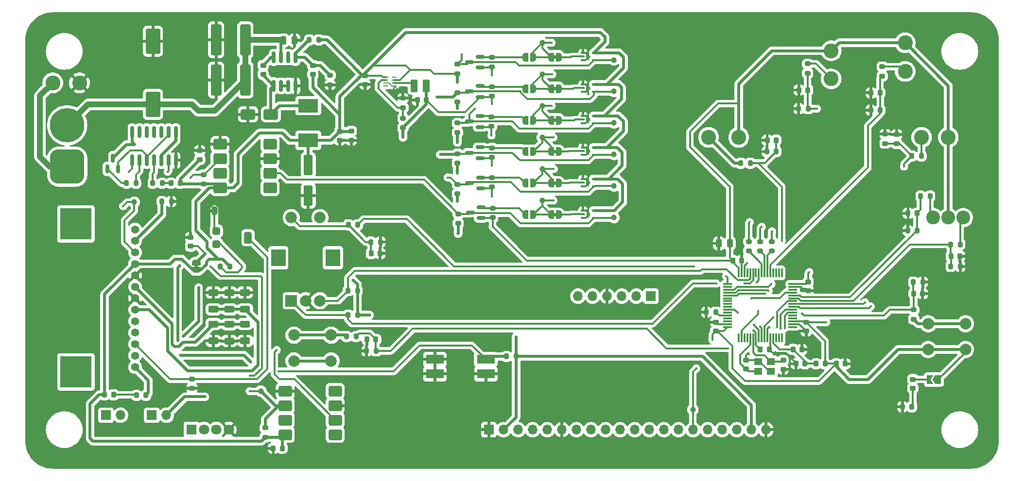
<source format=gtl>
%TF.GenerationSoftware,KiCad,Pcbnew,8.0.8-8.0.8-0~ubuntu24.04.1*%
%TF.CreationDate,2025-02-11T18:26:54-05:00*%
%TF.ProjectId,Strojni_posuv,5374726f-6a6e-4695-9f70-6f7375762e6b,rev?*%
%TF.SameCoordinates,Original*%
%TF.FileFunction,Copper,L1,Top*%
%TF.FilePolarity,Positive*%
%FSLAX46Y46*%
G04 Gerber Fmt 4.6, Leading zero omitted, Abs format (unit mm)*
G04 Created by KiCad (PCBNEW 8.0.8-8.0.8-0~ubuntu24.04.1) date 2025-02-11 18:26:54*
%MOMM*%
%LPD*%
G01*
G04 APERTURE LIST*
G04 Aperture macros list*
%AMRoundRect*
0 Rectangle with rounded corners*
0 $1 Rounding radius*
0 $2 $3 $4 $5 $6 $7 $8 $9 X,Y pos of 4 corners*
0 Add a 4 corners polygon primitive as box body*
4,1,4,$2,$3,$4,$5,$6,$7,$8,$9,$2,$3,0*
0 Add four circle primitives for the rounded corners*
1,1,$1+$1,$2,$3*
1,1,$1+$1,$4,$5*
1,1,$1+$1,$6,$7*
1,1,$1+$1,$8,$9*
0 Add four rect primitives between the rounded corners*
20,1,$1+$1,$2,$3,$4,$5,0*
20,1,$1+$1,$4,$5,$6,$7,0*
20,1,$1+$1,$6,$7,$8,$9,0*
20,1,$1+$1,$8,$9,$2,$3,0*%
%AMFreePoly0*
4,1,19,0.500000,-0.750000,0.000000,-0.750000,0.000000,-0.744911,-0.071157,-0.744911,-0.207708,-0.704816,-0.327430,-0.627875,-0.420627,-0.520320,-0.479746,-0.390866,-0.500000,-0.250000,-0.500000,0.250000,-0.479746,0.390866,-0.420627,0.520320,-0.327430,0.627875,-0.207708,0.704816,-0.071157,0.744911,0.000000,0.744911,0.000000,0.750000,0.500000,0.750000,0.500000,-0.750000,0.500000,-0.750000,
$1*%
%AMFreePoly1*
4,1,19,0.000000,0.744911,0.071157,0.744911,0.207708,0.704816,0.327430,0.627875,0.420627,0.520320,0.479746,0.390866,0.500000,0.250000,0.500000,-0.250000,0.479746,-0.390866,0.420627,-0.520320,0.327430,-0.627875,0.207708,-0.704816,0.071157,-0.744911,0.000000,-0.744911,0.000000,-0.750000,-0.500000,-0.750000,-0.500000,0.750000,0.000000,0.750000,0.000000,0.744911,0.000000,0.744911,
$1*%
%AMFreePoly2*
4,1,6,1.000000,0.000000,0.500000,-0.750000,-0.500000,-0.750000,-0.500000,0.750000,0.500000,0.750000,1.000000,0.000000,1.000000,0.000000,$1*%
%AMFreePoly3*
4,1,6,0.500000,-0.750000,-0.650000,-0.750000,-0.150000,0.000000,-0.650000,0.750000,0.500000,0.750000,0.500000,-0.750000,0.500000,-0.750000,$1*%
G04 Aperture macros list end*
%TA.AperFunction,EtchedComponent*%
%ADD10C,0.000000*%
%TD*%
%TA.AperFunction,ComponentPad*%
%ADD11C,2.400000*%
%TD*%
%TA.AperFunction,ComponentPad*%
%ADD12R,1.700000X1.700000*%
%TD*%
%TA.AperFunction,ComponentPad*%
%ADD13O,1.700000X1.700000*%
%TD*%
%TA.AperFunction,SMDPad,CuDef*%
%ADD14FreePoly0,180.000000*%
%TD*%
%TA.AperFunction,SMDPad,CuDef*%
%ADD15FreePoly1,180.000000*%
%TD*%
%TA.AperFunction,SMDPad,CuDef*%
%ADD16RoundRect,0.150000X0.150000X-0.587500X0.150000X0.587500X-0.150000X0.587500X-0.150000X-0.587500X0*%
%TD*%
%TA.AperFunction,SMDPad,CuDef*%
%ADD17RoundRect,0.200000X0.200000X0.275000X-0.200000X0.275000X-0.200000X-0.275000X0.200000X-0.275000X0*%
%TD*%
%TA.AperFunction,SMDPad,CuDef*%
%ADD18RoundRect,0.200000X0.275000X-0.200000X0.275000X0.200000X-0.275000X0.200000X-0.275000X-0.200000X0*%
%TD*%
%TA.AperFunction,SMDPad,CuDef*%
%ADD19RoundRect,0.225000X-0.225000X-0.250000X0.225000X-0.250000X0.225000X0.250000X-0.225000X0.250000X0*%
%TD*%
%TA.AperFunction,SMDPad,CuDef*%
%ADD20RoundRect,0.200000X-0.275000X0.200000X-0.275000X-0.200000X0.275000X-0.200000X0.275000X0.200000X0*%
%TD*%
%TA.AperFunction,ComponentPad*%
%ADD21C,2.000000*%
%TD*%
%TA.AperFunction,SMDPad,CuDef*%
%ADD22RoundRect,0.200000X-0.200000X-0.275000X0.200000X-0.275000X0.200000X0.275000X-0.200000X0.275000X0*%
%TD*%
%TA.AperFunction,SMDPad,CuDef*%
%ADD23C,1.000000*%
%TD*%
%TA.AperFunction,SMDPad,CuDef*%
%ADD24R,1.400000X1.200000*%
%TD*%
%TA.AperFunction,SMDPad,CuDef*%
%ADD25RoundRect,0.250000X0.400000X-0.400000X0.400000X0.400000X-0.400000X0.400000X-0.400000X-0.400000X0*%
%TD*%
%TA.AperFunction,SMDPad,CuDef*%
%ADD26RoundRect,0.250000X0.400000X-0.750000X0.400000X0.750000X-0.400000X0.750000X-0.400000X-0.750000X0*%
%TD*%
%TA.AperFunction,SMDPad,CuDef*%
%ADD27RoundRect,0.150000X0.587500X0.150000X-0.587500X0.150000X-0.587500X-0.150000X0.587500X-0.150000X0*%
%TD*%
%TA.AperFunction,SMDPad,CuDef*%
%ADD28RoundRect,0.250000X0.625000X-0.312500X0.625000X0.312500X-0.625000X0.312500X-0.625000X-0.312500X0*%
%TD*%
%TA.AperFunction,SMDPad,CuDef*%
%ADD29RoundRect,0.225000X-0.250000X0.225000X-0.250000X-0.225000X0.250000X-0.225000X0.250000X0.225000X0*%
%TD*%
%TA.AperFunction,SMDPad,CuDef*%
%ADD30RoundRect,0.100000X-0.225000X-0.100000X0.225000X-0.100000X0.225000X0.100000X-0.225000X0.100000X0*%
%TD*%
%TA.AperFunction,SMDPad,CuDef*%
%ADD31FreePoly0,90.000000*%
%TD*%
%TA.AperFunction,SMDPad,CuDef*%
%ADD32FreePoly1,90.000000*%
%TD*%
%TA.AperFunction,SMDPad,CuDef*%
%ADD33RoundRect,0.218750X0.256250X-0.218750X0.256250X0.218750X-0.256250X0.218750X-0.256250X-0.218750X0*%
%TD*%
%TA.AperFunction,ComponentPad*%
%ADD34C,2.600000*%
%TD*%
%TA.AperFunction,SMDPad,CuDef*%
%ADD35RoundRect,0.225000X0.250000X-0.225000X0.250000X0.225000X-0.250000X0.225000X-0.250000X-0.225000X0*%
%TD*%
%TA.AperFunction,SMDPad,CuDef*%
%ADD36RoundRect,0.250000X1.000000X0.650000X-1.000000X0.650000X-1.000000X-0.650000X1.000000X-0.650000X0*%
%TD*%
%TA.AperFunction,ComponentPad*%
%ADD37R,2.000000X2.000000*%
%TD*%
%TA.AperFunction,ComponentPad*%
%ADD38R,2.500000X3.000000*%
%TD*%
%TA.AperFunction,SMDPad,CuDef*%
%ADD39RoundRect,0.250000X-0.375000X-0.850000X0.375000X-0.850000X0.375000X0.850000X-0.375000X0.850000X0*%
%TD*%
%TA.AperFunction,SMDPad,CuDef*%
%ADD40RoundRect,0.250000X-0.250000X-0.475000X0.250000X-0.475000X0.250000X0.475000X-0.250000X0.475000X0*%
%TD*%
%TA.AperFunction,SMDPad,CuDef*%
%ADD41RoundRect,0.250000X0.250000X0.475000X-0.250000X0.475000X-0.250000X-0.475000X0.250000X-0.475000X0*%
%TD*%
%TA.AperFunction,SMDPad,CuDef*%
%ADD42RoundRect,0.150000X-0.150000X0.825000X-0.150000X-0.825000X0.150000X-0.825000X0.150000X0.825000X0*%
%TD*%
%TA.AperFunction,HeatsinkPad*%
%ADD43R,3.000000X2.290000*%
%TD*%
%TA.AperFunction,SMDPad,CuDef*%
%ADD44RoundRect,0.218750X-0.218750X-0.256250X0.218750X-0.256250X0.218750X0.256250X-0.218750X0.256250X0*%
%TD*%
%TA.AperFunction,SMDPad,CuDef*%
%ADD45RoundRect,0.225000X0.225000X0.250000X-0.225000X0.250000X-0.225000X-0.250000X0.225000X-0.250000X0*%
%TD*%
%TA.AperFunction,SMDPad,CuDef*%
%ADD46RoundRect,0.062500X-0.337500X-0.062500X0.337500X-0.062500X0.337500X0.062500X-0.337500X0.062500X0*%
%TD*%
%TA.AperFunction,SMDPad,CuDef*%
%ADD47RoundRect,0.150000X0.150000X-0.825000X0.150000X0.825000X-0.150000X0.825000X-0.150000X-0.825000X0*%
%TD*%
%TA.AperFunction,SMDPad,CuDef*%
%ADD48RoundRect,0.250000X0.650000X2.450000X-0.650000X2.450000X-0.650000X-2.450000X0.650000X-2.450000X0*%
%TD*%
%TA.AperFunction,SMDPad,CuDef*%
%ADD49RoundRect,0.250000X1.000000X-1.950000X1.000000X1.950000X-1.000000X1.950000X-1.000000X-1.950000X0*%
%TD*%
%TA.AperFunction,SMDPad,CuDef*%
%ADD50RoundRect,0.250000X0.900000X0.675000X-0.900000X0.675000X-0.900000X-0.675000X0.900000X-0.675000X0*%
%TD*%
%TA.AperFunction,SMDPad,CuDef*%
%ADD51RoundRect,0.075000X0.075000X-0.700000X0.075000X0.700000X-0.075000X0.700000X-0.075000X-0.700000X0*%
%TD*%
%TA.AperFunction,SMDPad,CuDef*%
%ADD52RoundRect,0.075000X0.700000X-0.075000X0.700000X0.075000X-0.700000X0.075000X-0.700000X-0.075000X0*%
%TD*%
%TA.AperFunction,SMDPad,CuDef*%
%ADD53FreePoly2,180.000000*%
%TD*%
%TA.AperFunction,SMDPad,CuDef*%
%ADD54FreePoly3,180.000000*%
%TD*%
%TA.AperFunction,SMDPad,CuDef*%
%ADD55RoundRect,0.218750X0.218750X0.256250X-0.218750X0.256250X-0.218750X-0.256250X0.218750X-0.256250X0*%
%TD*%
%TA.AperFunction,SMDPad,CuDef*%
%ADD56RoundRect,0.250000X-0.550000X1.500000X-0.550000X-1.500000X0.550000X-1.500000X0.550000X1.500000X0*%
%TD*%
%TA.AperFunction,SMDPad,CuDef*%
%ADD57R,3.500000X2.350000*%
%TD*%
%TA.AperFunction,SMDPad,CuDef*%
%ADD58R,3.100000X1.600000*%
%TD*%
%TA.AperFunction,ComponentPad*%
%ADD59R,1.800000X1.800000*%
%TD*%
%TA.AperFunction,ComponentPad*%
%ADD60C,1.800000*%
%TD*%
%TA.AperFunction,ComponentPad*%
%ADD61RoundRect,1.500000X1.500000X-1.500000X1.500000X1.500000X-1.500000X1.500000X-1.500000X-1.500000X0*%
%TD*%
%TA.AperFunction,ComponentPad*%
%ADD62C,6.000000*%
%TD*%
%TA.AperFunction,ComponentPad*%
%ADD63C,1.400000*%
%TD*%
%TA.AperFunction,ComponentPad*%
%ADD64R,5.516000X5.516000*%
%TD*%
%TA.AperFunction,ViaPad*%
%ADD65C,0.400000*%
%TD*%
%TA.AperFunction,Conductor*%
%ADD66C,0.300000*%
%TD*%
%TA.AperFunction,Conductor*%
%ADD67C,0.500000*%
%TD*%
%TA.AperFunction,Conductor*%
%ADD68C,0.175000*%
%TD*%
%TA.AperFunction,Conductor*%
%ADD69C,1.000000*%
%TD*%
G04 APERTURE END LIST*
D10*
%TA.AperFunction,EtchedComponent*%
%TO.C,JP3*%
G36*
X80300000Y-74750000D02*
G01*
X79700000Y-74750000D01*
X79700000Y-74250000D01*
X80300000Y-74250000D01*
X80300000Y-74750000D01*
G37*
%TD.AperFunction*%
%TA.AperFunction,EtchedComponent*%
%TO.C,JP8*%
G36*
X142750000Y-54800000D02*
G01*
X142250000Y-54800000D01*
X142250000Y-54200000D01*
X142750000Y-54200000D01*
X142750000Y-54800000D01*
G37*
%TD.AperFunction*%
%TA.AperFunction,EtchedComponent*%
%TO.C,JP10*%
G36*
X142750000Y-38300000D02*
G01*
X142250000Y-38300000D01*
X142250000Y-37700000D01*
X142750000Y-37700000D01*
X142750000Y-38300000D01*
G37*
%TD.AperFunction*%
%TA.AperFunction,EtchedComponent*%
%TO.C,JP6*%
G36*
X142750000Y-60300000D02*
G01*
X142250000Y-60300000D01*
X142250000Y-59700000D01*
X142750000Y-59700000D01*
X142750000Y-60300000D01*
G37*
%TD.AperFunction*%
%TA.AperFunction,EtchedComponent*%
%TO.C,JP4*%
G36*
X142750000Y-65800000D02*
G01*
X142250000Y-65800000D01*
X142250000Y-65200000D01*
X142750000Y-65200000D01*
X142750000Y-65800000D01*
G37*
%TD.AperFunction*%
%TA.AperFunction,EtchedComponent*%
%TO.C,JP12*%
G36*
X142750000Y-49300000D02*
G01*
X142250000Y-49300000D01*
X142250000Y-48700000D01*
X142750000Y-48700000D01*
X142750000Y-49300000D01*
G37*
%TD.AperFunction*%
%TA.AperFunction,EtchedComponent*%
%TO.C,JP2*%
G36*
X82850000Y-65100000D02*
G01*
X82350000Y-65100000D01*
X82350000Y-64500000D01*
X82850000Y-64500000D01*
X82850000Y-65100000D01*
G37*
%TD.AperFunction*%
%TA.AperFunction,EtchedComponent*%
%TO.C,JP14*%
G36*
X142750000Y-43800000D02*
G01*
X142250000Y-43800000D01*
X142250000Y-43200000D01*
X142750000Y-43200000D01*
X142750000Y-43800000D01*
G37*
%TD.AperFunction*%
%TD*%
D11*
%TO.P,SW4,1,A*%
%TO.N,Net-(SW4-A)*%
X208400000Y-66000000D03*
%TO.P,SW4,2,B*%
%TO.N,+3.3V*%
X211000000Y-66000000D03*
%TO.P,SW4,3,C*%
%TO.N,Net-(SW4-C)*%
X213600000Y-66000000D03*
%TD*%
D12*
%TO.P,J15,1,Pin_1*%
%TO.N,unconnected-(J15-Pin_1-Pad1)*%
X159200000Y-79700000D03*
D13*
%TO.P,J15,2,Pin_2*%
%TO.N,/NRST*%
X156660000Y-79700000D03*
%TO.P,J15,3,Pin_3*%
%TO.N,+3.3V*%
X154120000Y-79700000D03*
%TO.P,J15,4,Pin_4*%
%TO.N,GND*%
X151580000Y-79700000D03*
%TO.P,J15,5,Pin_5*%
%TO.N,/SWDIO*%
X149040000Y-79700000D03*
%TO.P,J15,6,Pin_6*%
%TO.N,/SWCLK*%
X146500000Y-79700000D03*
%TD*%
D14*
%TO.P,JP9,1,A*%
%TO.N,LTC_STM*%
X138650000Y-54500000D03*
D15*
%TO.P,JP9,2,B*%
%TO.N,Net-(JP9-B)*%
X137350000Y-54500000D03*
%TD*%
D16*
%TO.P,Q7,1,B*%
%TO.N,Net-(Q7-B)*%
X64500000Y-57500000D03*
%TO.P,Q7,2,E*%
%TO.N,Net-(Q7-E)*%
X66400000Y-57500000D03*
%TO.P,Q7,3,C*%
%TO.N,+5V*%
X65450000Y-55625000D03*
%TD*%
D17*
%TO.P,R3,1*%
%TO.N,Button_encoder*%
X108150000Y-67250000D03*
%TO.P,R3,2*%
%TO.N,Net-(C10-Pad2)*%
X106500000Y-67250000D03*
%TD*%
D18*
%TO.P,R44,1*%
%TO.N,+3.3V*%
X116000000Y-50325000D03*
%TO.P,R44,2*%
%TO.N,Net-(U8-FB)*%
X116000000Y-48675000D03*
%TD*%
D19*
%TO.P,C33,1*%
%TO.N,GND*%
X184975000Y-43750000D03*
%TO.P,C33,2*%
%TO.N,Button_left_fast*%
X186525000Y-43750000D03*
%TD*%
D20*
%TO.P,R25,1*%
%TO.N,Net-(JP11-B)*%
X131500000Y-38075000D03*
%TO.P,R25,2*%
%TO.N,+3.3V*%
X131500000Y-39725000D03*
%TD*%
%TO.P,R10,1*%
%TO.N,GND*%
X200000000Y-51425000D03*
%TO.P,R10,2*%
%TO.N,Button_right_max*%
X200000000Y-53075000D03*
%TD*%
%TO.P,R34,1*%
%TO.N,Net-(JP7-B)*%
X131500000Y-59000000D03*
%TO.P,R34,2*%
%TO.N,+3.3V*%
X131500000Y-60650000D03*
%TD*%
D21*
%TO.P,SW3,1,A*%
%TO.N,Net-(SW3A-A)*%
X207500000Y-84500000D03*
X214000000Y-84500000D03*
%TO.P,SW3,2,B*%
%TO.N,+3.3V*%
X207500000Y-89000000D03*
X214000000Y-89000000D03*
%TD*%
D22*
%TO.P,R42,1*%
%TO.N,Net-(R42-Pad1)*%
X84175000Y-74500000D03*
%TO.P,R42,2*%
%TO.N,+5V*%
X85825000Y-74500000D03*
%TD*%
D23*
%TO.P,M2TB6,1,1*%
%TO.N,M2*%
X152750000Y-44000000D03*
%TD*%
D24*
%TO.P,Y1,1,1*%
%TO.N,/RCC_OSC_IN*%
X177900000Y-92850000D03*
%TO.P,Y1,2,2*%
%TO.N,GND*%
X180100000Y-92850000D03*
%TO.P,Y1,3,3*%
%TO.N,/RCC_OSC_OUT*%
X180100000Y-91150000D03*
%TO.P,Y1,4,4*%
%TO.N,GND*%
X177900000Y-91150000D03*
%TD*%
D25*
%TO.P,RV1,1,1*%
%TO.N,Net-(R42-Pad1)*%
X83500000Y-70650000D03*
D26*
%TO.P,RV1,2,2*%
%TO.N,Net-(IC1-VREF)*%
X89000000Y-69500000D03*
D25*
%TO.P,RV1,3,3*%
%TO.N,Net-(JP2-A)*%
X83500000Y-68350000D03*
%TD*%
D27*
%TO.P,Q5,1,G*%
%TO.N,+3.3V*%
X129500000Y-60900000D03*
%TO.P,Q5,2,S*%
%TO.N,Net-(JP7-B)*%
X129500000Y-59000000D03*
%TO.P,Q5,3,D*%
%TO.N,CLK*%
X127625000Y-59950000D03*
%TD*%
D28*
%TO.P,R24,1*%
%TO.N,GND*%
X88500000Y-87500000D03*
%TO.P,R24,2*%
%TO.N,Net-(IC1-NFA)*%
X88500000Y-84575000D03*
%TD*%
D22*
%TO.P,R33,1*%
%TO.N,Net-(Q7-B)*%
X67850000Y-60000000D03*
%TO.P,R33,2*%
%TO.N,Net-(R33-Pad2)*%
X69500000Y-60000000D03*
%TD*%
D29*
%TO.P,C17,1*%
%TO.N,Net-(U2-BST)*%
X91655000Y-39450000D03*
%TO.P,C17,2*%
%TO.N,Net-(D3-K)*%
X91655000Y-41000000D03*
%TD*%
D30*
%TO.P,U12,1*%
%TO.N,GND*%
X147350000Y-37250000D03*
%TO.P,U12,2*%
%TO.N,Net-(JP10-A)*%
X147350000Y-37900000D03*
%TO.P,U12,3,GND*%
%TO.N,GND*%
X147350000Y-38550000D03*
%TO.P,U12,4*%
%TO.N,M1*%
X149250000Y-38550000D03*
%TO.P,U12,5,VCC*%
%TO.N,+5V*%
X149250000Y-37250000D03*
%TD*%
D20*
%TO.P,R51,1*%
%TO.N,Net-(J11-Pin_1)*%
X186500000Y-39175000D03*
%TO.P,R51,2*%
%TO.N,Button_left_fast*%
X186500000Y-40825000D03*
%TD*%
D31*
%TO.P,JP3,1,A*%
%TO.N,+5V*%
X80000000Y-75150000D03*
D32*
%TO.P,JP3,2,B*%
%TO.N,Net-(IC1-VREG)*%
X80000000Y-73850000D03*
%TD*%
D14*
%TO.P,JP8,1,A*%
%TO.N,Net-(JP8-A)*%
X143150000Y-54500000D03*
D15*
%TO.P,JP8,2,B*%
%TO.N,LTC_STM*%
X141850000Y-54500000D03*
%TD*%
D18*
%TO.P,R46,1*%
%TO.N,Net-(U8-FB)*%
X116000000Y-46825000D03*
%TO.P,R46,2*%
%TO.N,GND*%
X116000000Y-45175000D03*
%TD*%
D22*
%TO.P,R53,1*%
%TO.N,GND*%
X203925000Y-68250000D03*
%TO.P,R53,2*%
%TO.N,Left*%
X205575000Y-68250000D03*
%TD*%
D28*
%TO.P,R19,1*%
%TO.N,Net-(IC1-NFB)*%
X85750000Y-82000000D03*
%TO.P,R19,2*%
%TO.N,GND*%
X85750000Y-79075000D03*
%TD*%
D33*
%TO.P,D1,1,K*%
%TO.N,Net-(D1-K)*%
X204825000Y-95787500D03*
%TO.P,D1,2,A*%
%TO.N,Net-(D1-A)*%
X204825000Y-94212500D03*
%TD*%
D23*
%TO.P,LLTC_STM32,1,1*%
%TO.N,LTC_STM*%
X140250000Y-52000000D03*
%TD*%
D17*
%TO.P,R40,1*%
%TO.N,+5V*%
X135705000Y-90230000D03*
%TO.P,R40,2*%
%TO.N,/Motor_driver/ENB*%
X134055000Y-90230000D03*
%TD*%
D27*
%TO.P,Q6,1,G*%
%TO.N,+3.3V*%
X129625000Y-66075000D03*
%TO.P,Q6,2,S*%
%TO.N,Net-(JP5-B)*%
X129625000Y-64175000D03*
%TO.P,Q6,3,D*%
%TO.N,DIR*%
X127750000Y-65125000D03*
%TD*%
D34*
%TO.P,J9,1,Pin_1*%
%TO.N,Net-(J9-Pin_1)*%
X206350000Y-52000000D03*
%TD*%
D22*
%TO.P,R43,1*%
%TO.N,Net-(R43-Pad1)*%
X72400000Y-60000000D03*
%TO.P,R43,2*%
%TO.N,Net-(D5-K)*%
X74050000Y-60000000D03*
%TD*%
D23*
%TO.P,CLK_END6,1,1*%
%TO.N,/Motor_driver/CLK_L*%
X69200000Y-63300000D03*
%TD*%
D20*
%TO.P,R14,1*%
%TO.N,Net-(D2-GK)*%
X178250000Y-70175000D03*
%TO.P,R14,2*%
%TO.N,RGB_G*%
X178250000Y-71825000D03*
%TD*%
D23*
%TO.P,M1TB6,1,1*%
%TO.N,M1*%
X152750000Y-38500000D03*
%TD*%
%TO.P,DIR_END6,1,1*%
%TO.N,/Motor_driver/DIR_L*%
X91250000Y-96250000D03*
%TD*%
D30*
%TO.P,U9,1*%
%TO.N,GND*%
X147350000Y-64750000D03*
%TO.P,U9,2*%
%TO.N,Net-(JP4-A)*%
X147350000Y-65400000D03*
%TO.P,U9,3,GND*%
%TO.N,GND*%
X147350000Y-66050000D03*
%TO.P,U9,4*%
%TO.N,DIR*%
X149250000Y-66050000D03*
%TO.P,U9,5,VCC*%
%TO.N,+5V*%
X149250000Y-64750000D03*
%TD*%
D23*
%TO.P,LTCTB6,1,1*%
%TO.N,LTC*%
X152750000Y-55000000D03*
%TD*%
D17*
%TO.P,R47,1*%
%TO.N,+3.3V*%
X108075000Y-78750000D03*
%TO.P,R47,2*%
%TO.N,Enc_DT*%
X106425000Y-78750000D03*
%TD*%
D22*
%TO.P,R9,1*%
%TO.N,Net-(J7-Pin_1)*%
X174850000Y-56500000D03*
%TO.P,R9,2*%
%TO.N,Button_left_max*%
X176500000Y-56500000D03*
%TD*%
D29*
%TO.P,C2,1*%
%TO.N,+3.3V*%
X186600000Y-77225000D03*
%TO.P,C2,2*%
%TO.N,GND*%
X186600000Y-78775000D03*
%TD*%
D20*
%TO.P,R31,1*%
%TO.N,Net-(JP9-B)*%
X131500000Y-53850000D03*
%TO.P,R31,2*%
%TO.N,+3.3V*%
X131500000Y-55500000D03*
%TD*%
D35*
%TO.P,C27,1*%
%TO.N,+5V*%
X80600000Y-55860000D03*
%TO.P,C27,2*%
%TO.N,GND*%
X80600000Y-54310000D03*
%TD*%
D34*
%TO.P,J13,1,Pin_1*%
%TO.N,+3.3V*%
X190600000Y-36900000D03*
%TD*%
D20*
%TO.P,R32,1*%
%TO.N,LTC*%
X125500000Y-54850000D03*
%TO.P,R32,2*%
%TO.N,+5V*%
X125500000Y-56500000D03*
%TD*%
D28*
%TO.P,R23,1*%
%TO.N,GND*%
X85750000Y-87537500D03*
%TO.P,R23,2*%
%TO.N,Net-(IC1-NFA)*%
X85750000Y-84612500D03*
%TD*%
D14*
%TO.P,JP10,1,A*%
%TO.N,Net-(JP10-A)*%
X143150000Y-38000000D03*
D15*
%TO.P,JP10,2,B*%
%TO.N,M1_STM*%
X141850000Y-38000000D03*
%TD*%
D20*
%TO.P,R52,1*%
%TO.N,Net-(J12-Pin_1)*%
X199500000Y-39675000D03*
%TO.P,R52,2*%
%TO.N,Button_right_fast*%
X199500000Y-41325000D03*
%TD*%
D23*
%TO.P,GLCD_SCK32,1,1*%
%TO.N,GLCD_SCK*%
X166500000Y-99500000D03*
%TD*%
D17*
%TO.P,R55,1*%
%TO.N,GND*%
X213075000Y-74500000D03*
%TO.P,R55,2*%
%TO.N,Right*%
X211425000Y-74500000D03*
%TD*%
D20*
%TO.P,R26,1*%
%TO.N,M1*%
X125500000Y-39250000D03*
%TO.P,R26,2*%
%TO.N,+5V*%
X125500000Y-40900000D03*
%TD*%
D14*
%TO.P,JP5,1,A*%
%TO.N,DIR_STM*%
X138650000Y-65500000D03*
D15*
%TO.P,JP5,2,B*%
%TO.N,Net-(JP5-B)*%
X137350000Y-65500000D03*
%TD*%
D20*
%TO.P,R12,1*%
%TO.N,+5V*%
X107000000Y-50900000D03*
%TO.P,R12,2*%
%TO.N,GND*%
X107000000Y-52550000D03*
%TD*%
%TO.P,R30,1*%
%TO.N,M3*%
X125500000Y-49500000D03*
%TO.P,R30,2*%
%TO.N,+5V*%
X125500000Y-51150000D03*
%TD*%
D23*
%TO.P,LCLK_STM32,1,1*%
%TO.N,STEP_STM*%
X140250000Y-57500000D03*
%TD*%
D18*
%TO.P,R17,1*%
%TO.N,GND*%
X103310000Y-42825000D03*
%TO.P,R17,2*%
%TO.N,Net-(U2-FB)*%
X103310000Y-41175000D03*
%TD*%
D17*
%TO.P,R11,1*%
%TO.N,Net-(J9-Pin_1)*%
X206325000Y-55250000D03*
%TO.P,R11,2*%
%TO.N,Button_right_max*%
X204675000Y-55250000D03*
%TD*%
D35*
%TO.P,C23,1*%
%TO.N,+5V*%
X100310000Y-41000000D03*
%TO.P,C23,2*%
%TO.N,Net-(U2-FB)*%
X100310000Y-39450000D03*
%TD*%
%TO.P,C28,1*%
%TO.N,GND*%
X79250000Y-95750000D03*
%TO.P,C28,2*%
%TO.N,Net-(IC1-VREF)*%
X79250000Y-94200000D03*
%TD*%
D22*
%TO.P,R56,1*%
%TO.N,Right*%
X211425000Y-70675000D03*
%TO.P,R56,2*%
%TO.N,Net-(SW4-C)*%
X213075000Y-70675000D03*
%TD*%
D30*
%TO.P,U14,1*%
%TO.N,GND*%
X147350000Y-42750000D03*
%TO.P,U14,2*%
%TO.N,Net-(JP14-A)*%
X147350000Y-43400000D03*
%TO.P,U14,3,GND*%
%TO.N,GND*%
X147350000Y-44050000D03*
%TO.P,U14,4*%
%TO.N,M2*%
X149250000Y-44050000D03*
%TO.P,U14,5,VCC*%
%TO.N,+5V*%
X149250000Y-42750000D03*
%TD*%
D29*
%TO.P,C30,1*%
%TO.N,/RCC_OSC_OUT*%
X182250000Y-90900000D03*
%TO.P,C30,2*%
%TO.N,GND*%
X182250000Y-92450000D03*
%TD*%
D34*
%TO.P,J11,1,Pin_1*%
%TO.N,Net-(J11-Pin_1)*%
X190600000Y-41800000D03*
%TD*%
D36*
%TO.P,D3,1,K*%
%TO.N,Net-(D3-K)*%
X93000000Y-48000000D03*
%TO.P,D3,2,A*%
%TO.N,GND*%
X89000000Y-48000000D03*
%TD*%
D19*
%TO.P,C35,1*%
%TO.N,GND*%
X204000000Y-65250000D03*
%TO.P,C35,2*%
%TO.N,Left*%
X205550000Y-65250000D03*
%TD*%
D30*
%TO.P,U11,1*%
%TO.N,GND*%
X147350000Y-53750000D03*
%TO.P,U11,2*%
%TO.N,Net-(JP8-A)*%
X147350000Y-54400000D03*
%TO.P,U11,3,GND*%
%TO.N,GND*%
X147350000Y-55050000D03*
%TO.P,U11,4*%
%TO.N,LTC*%
X149250000Y-55050000D03*
%TO.P,U11,5,VCC*%
%TO.N,+5V*%
X149250000Y-53750000D03*
%TD*%
D37*
%TO.P,SW5,A,A*%
%TO.N,Enc_CLK*%
X96550000Y-80500000D03*
D21*
%TO.P,SW5,B,B*%
%TO.N,Enc_DT*%
X101550000Y-80500000D03*
%TO.P,SW5,C,C*%
%TO.N,GND*%
X99050000Y-80500000D03*
D38*
%TO.P,SW5,MP*%
%TO.N,N/C*%
X94300000Y-73000000D03*
X103800000Y-73000000D03*
D21*
%TO.P,SW5,S1,S1*%
%TO.N,Net-(C10-Pad2)*%
X96550000Y-66000000D03*
%TO.P,SW5,S2,S2*%
%TO.N,+3.3V*%
X101550000Y-66000000D03*
%TD*%
D20*
%TO.P,R13,1*%
%TO.N,Net-(D2-RK)*%
X176250000Y-70175000D03*
%TO.P,R13,2*%
%TO.N,RGB_R*%
X176250000Y-71825000D03*
%TD*%
D39*
%TO.P,L2,1,1*%
%TO.N,Net-(U8-SW)*%
X117925000Y-43000000D03*
%TO.P,L2,2,2*%
%TO.N,+3.3V*%
X120075000Y-43000000D03*
%TD*%
D22*
%TO.P,R18,1*%
%TO.N,Net-(U2-FB)*%
X99675000Y-35000000D03*
%TO.P,R18,2*%
%TO.N,+5V*%
X101325000Y-35000000D03*
%TD*%
D17*
%TO.P,R2,1*%
%TO.N,GND*%
X112075000Y-70250000D03*
%TO.P,R2,2*%
%TO.N,Net-(C10-Pad2)*%
X110425000Y-70250000D03*
%TD*%
D40*
%TO.P,C20,1*%
%TO.N,+48V*%
X95205000Y-35095000D03*
%TO.P,C20,2*%
%TO.N,GND*%
X97105000Y-35095000D03*
%TD*%
D19*
%TO.P,C13,1*%
%TO.N,GND*%
X179450000Y-52500000D03*
%TO.P,C13,2*%
%TO.N,Button_left_max*%
X181000000Y-52500000D03*
%TD*%
D20*
%TO.P,R35,1*%
%TO.N,CLK*%
X125500000Y-60175000D03*
%TO.P,R35,2*%
%TO.N,+5V*%
X125500000Y-61825000D03*
%TD*%
%TO.P,R29,1*%
%TO.N,Net-(JP13-B)*%
X131425000Y-48425000D03*
%TO.P,R29,2*%
%TO.N,+3.3V*%
X131425000Y-50075000D03*
%TD*%
D14*
%TO.P,JP7,1,A*%
%TO.N,STEP_STM*%
X138650000Y-60000000D03*
D15*
%TO.P,JP7,2,B*%
%TO.N,Net-(JP7-B)*%
X137350000Y-60000000D03*
%TD*%
D19*
%TO.P,C6,1*%
%TO.N,+3.3VA*%
X183950000Y-89000000D03*
%TO.P,C6,2*%
%TO.N,GND*%
X185500000Y-89000000D03*
%TD*%
D12*
%TO.P,J4,1,Pin_1*%
%TO.N,/Motor_driver/OUT2B*%
X64250000Y-100475000D03*
D13*
%TO.P,J4,2,Pin_2*%
%TO.N,/Motor_driver/OUT2A*%
X66790000Y-100475000D03*
%TD*%
D23*
%TO.P,DIRTB6,1,1*%
%TO.N,DIR*%
X152750000Y-66000000D03*
%TD*%
D17*
%TO.P,R41,1*%
%TO.N,GND*%
X75650000Y-63200000D03*
%TO.P,R41,2*%
%TO.N,Net-(IC1-OSC)*%
X74000000Y-63200000D03*
%TD*%
D14*
%TO.P,JP6,1,A*%
%TO.N,Net-(JP6-A)*%
X143150000Y-60000000D03*
D15*
%TO.P,JP6,2,B*%
%TO.N,STEP_STM*%
X141850000Y-60000000D03*
%TD*%
D14*
%TO.P,JP4,1,A*%
%TO.N,Net-(JP4-A)*%
X143150000Y-65500000D03*
D15*
%TO.P,JP4,2,B*%
%TO.N,DIR_STM*%
X141850000Y-65500000D03*
%TD*%
D34*
%TO.P,J2,1,Pin_1*%
%TO.N,/Power/GND_48V*%
X55000000Y-42500000D03*
%TD*%
D22*
%TO.P,R4,1*%
%TO.N,GND*%
X109675000Y-89250000D03*
%TO.P,R4,2*%
%TO.N,Button_conf*%
X111325000Y-89250000D03*
%TD*%
D14*
%TO.P,JP12,1,A*%
%TO.N,Net-(JP12-A)*%
X143150000Y-49000000D03*
D15*
%TO.P,JP12,2,B*%
%TO.N,M3_STM*%
X141850000Y-49000000D03*
%TD*%
D14*
%TO.P,JP15,1,A*%
%TO.N,M2_STM*%
X138650000Y-43500000D03*
D15*
%TO.P,JP15,2,B*%
%TO.N,Net-(JP15-B)*%
X137350000Y-43500000D03*
%TD*%
D41*
%TO.P,C5,1*%
%TO.N,+3.3V*%
X172950000Y-70500000D03*
%TO.P,C5,2*%
%TO.N,GND*%
X171050000Y-70500000D03*
%TD*%
D42*
%TO.P,U2,1,FB*%
%TO.N,Net-(U2-FB)*%
X97310000Y-38050000D03*
%TO.P,U2,2,NC*%
%TO.N,unconnected-(U2-NC-Pad2)*%
X96040000Y-38050000D03*
%TO.P,U2,3,VIN*%
%TO.N,+48V*%
X94770000Y-38050000D03*
%TO.P,U2,4,BST*%
%TO.N,Net-(U2-BST)*%
X93500000Y-38050000D03*
%TO.P,U2,5,SW*%
%TO.N,Net-(D3-K)*%
X93500000Y-43000000D03*
%TO.P,U2,6,DIM*%
%TO.N,Net-(U2-DIM)*%
X94770000Y-43000000D03*
%TO.P,U2,7,EN*%
X96040000Y-43000000D03*
%TO.P,U2,8,GND*%
%TO.N,GND*%
X97310000Y-43000000D03*
D43*
%TO.P,U2,9,PAD*%
X95405000Y-40525000D03*
%TD*%
D44*
%TO.P,FB1,1*%
%TO.N,+3.3VA*%
X187962500Y-91500000D03*
%TO.P,FB1,2*%
%TO.N,+3.3V*%
X189537500Y-91500000D03*
%TD*%
D29*
%TO.P,C14,1*%
%TO.N,GND*%
X202000000Y-51525000D03*
%TO.P,C14,2*%
%TO.N,Button_right_max*%
X202000000Y-53075000D03*
%TD*%
D23*
%TO.P,CLKTB6,1,1*%
%TO.N,CLK*%
X152750000Y-60500000D03*
%TD*%
D45*
%TO.P,C7,1*%
%TO.N,+3.3VA*%
X186025000Y-91500000D03*
%TO.P,C7,2*%
%TO.N,GND*%
X184475000Y-91500000D03*
%TD*%
D19*
%TO.P,C4,1*%
%TO.N,+3.3V*%
X173475000Y-73500000D03*
%TO.P,C4,2*%
%TO.N,GND*%
X175025000Y-73500000D03*
%TD*%
D17*
%TO.P,R48,1*%
%TO.N,+3.3V*%
X108075000Y-83000000D03*
%TO.P,R48,2*%
%TO.N,Enc_CLK*%
X106425000Y-83000000D03*
%TD*%
D35*
%TO.P,C1,1*%
%TO.N,+3.3V*%
X170500000Y-85775000D03*
%TO.P,C1,2*%
%TO.N,GND*%
X170500000Y-84225000D03*
%TD*%
D18*
%TO.P,R39,1*%
%TO.N,+5V*%
X81250000Y-60135000D03*
%TO.P,R39,2*%
%TO.N,/Motor_driver/CLK_L*%
X81250000Y-58485000D03*
%TD*%
D28*
%TO.P,R21,1*%
%TO.N,Net-(IC1-NFB)*%
X83000000Y-82000000D03*
%TO.P,R21,2*%
%TO.N,GND*%
X83000000Y-79075000D03*
%TD*%
D35*
%TO.P,C25,1*%
%TO.N,Net-(IC1-VREG)*%
X79000000Y-71000000D03*
%TO.P,C25,2*%
%TO.N,GND*%
X79000000Y-69450000D03*
%TD*%
D46*
%TO.P,U8,1,EN*%
%TO.N,+5V*%
X113000000Y-41500000D03*
%TO.P,U8,2,FB*%
%TO.N,Net-(U8-FB)*%
X113000000Y-42000000D03*
%TO.P,U8,3,AGND*%
%TO.N,GND*%
X113000000Y-42500000D03*
%TO.P,U8,4,NC*%
%TO.N,unconnected-(U8-NC-Pad4)*%
X113000000Y-43000000D03*
%TO.P,U8,5,PGND*%
%TO.N,GND*%
X114450000Y-43000000D03*
%TO.P,U8,6,SW*%
%TO.N,Net-(U8-SW)*%
X114450000Y-42500000D03*
%TO.P,U8,7,VIN*%
%TO.N,+5V*%
X114450000Y-42000000D03*
%TO.P,U8,8,PG*%
%TO.N,unconnected-(U8-PG-Pad8)*%
X114450000Y-41500000D03*
%TD*%
D23*
%TO.P,LM1_STM32,1,1*%
%TO.N,M1_STM*%
X140250000Y-35500000D03*
%TD*%
D19*
%TO.P,C9,1*%
%TO.N,/NRST*%
X178250000Y-89000000D03*
%TO.P,C9,2*%
%TO.N,GND*%
X179800000Y-89000000D03*
%TD*%
D47*
%TO.P,U7,1*%
%TO.N,/Motor_driver/CLK_L*%
X68830000Y-56012500D03*
%TO.P,U7,2*%
%TO.N,Net-(R33-Pad2)*%
X70100000Y-56012500D03*
%TO.P,U7,3*%
%TO.N,Net-(Q7-E)*%
X71370000Y-56012500D03*
%TO.P,U7,4*%
%TO.N,Net-(R43-Pad1)*%
X72640000Y-56012500D03*
%TO.P,U7,5*%
%TO.N,Net-(U7-Pad5)*%
X73910000Y-56012500D03*
%TO.P,U7,6*%
%TO.N,/Motor_driver/TQ*%
X75180000Y-56012500D03*
%TO.P,U7,7,GND*%
%TO.N,GND*%
X76450000Y-56012500D03*
%TO.P,U7,8*%
%TO.N,Net-(U7-Pad5)*%
X76450000Y-51062500D03*
%TO.P,U7,9*%
%TO.N,Net-(Q7-E)*%
X75180000Y-51062500D03*
%TO.P,U7,10*%
%TO.N,unconnected-(U7-Pad10)*%
X73910000Y-51062500D03*
%TO.P,U7,11*%
%TO.N,unconnected-(U7-Pad11)*%
X72640000Y-51062500D03*
%TO.P,U7,12*%
%TO.N,unconnected-(U7-Pad12)*%
X71370000Y-51062500D03*
%TO.P,U7,13*%
%TO.N,unconnected-(U7-Pad13)*%
X70100000Y-51062500D03*
%TO.P,U7,14,VCC*%
%TO.N,+5V*%
X68830000Y-51062500D03*
%TD*%
D18*
%TO.P,R38,1*%
%TO.N,+5V*%
X92000000Y-104325000D03*
%TO.P,R38,2*%
%TO.N,/Motor_driver/DIR_L*%
X92000000Y-102675000D03*
%TD*%
D22*
%TO.P,R50,1*%
%TO.N,GND*%
X197500000Y-47250000D03*
%TO.P,R50,2*%
%TO.N,Button_right_fast*%
X199150000Y-47250000D03*
%TD*%
D12*
%TO.P,J1,1,Pin_1*%
%TO.N,GND*%
X130980000Y-103000000D03*
D13*
%TO.P,J1,2,Pin_2*%
%TO.N,+5V*%
X133520000Y-103000000D03*
%TO.P,J1,3,Pin_3*%
%TO.N,unconnected-(J1-Pin_3-Pad3)*%
X136060000Y-103000000D03*
%TO.P,J1,4,Pin_4*%
%TO.N,GLCD_RST*%
X138600000Y-103000000D03*
%TO.P,J1,5,Pin_5*%
%TO.N,unconnected-(J1-Pin_5-Pad5)*%
X141140000Y-103000000D03*
%TO.P,J1,6,Pin_6*%
%TO.N,GND*%
X143680000Y-103000000D03*
%TO.P,J1,7,Pin_7*%
%TO.N,unconnected-(J1-Pin_7-Pad7)*%
X146220000Y-103000000D03*
%TO.P,J1,8,Pin_8*%
%TO.N,unconnected-(J1-Pin_8-Pad8)*%
X148760000Y-103000000D03*
%TO.P,J1,9,Pin_9*%
%TO.N,unconnected-(J1-Pin_9-Pad9)*%
X151300000Y-103000000D03*
%TO.P,J1,10,Pin_10*%
%TO.N,unconnected-(J1-Pin_10-Pad10)*%
X153840000Y-103000000D03*
%TO.P,J1,11,Pin_11*%
%TO.N,unconnected-(J1-Pin_11-Pad11)*%
X156380000Y-103000000D03*
%TO.P,J1,12,Pin_12*%
%TO.N,unconnected-(J1-Pin_12-Pad12)*%
X158920000Y-103000000D03*
%TO.P,J1,13,Pin_13*%
%TO.N,unconnected-(J1-Pin_13-Pad13)*%
X161460000Y-103000000D03*
%TO.P,J1,14,Pin_14*%
%TO.N,unconnected-(J1-Pin_14-Pad14)*%
X164000000Y-103000000D03*
%TO.P,J1,15,Pin_15*%
%TO.N,GLCD_SCK*%
X166540000Y-103000000D03*
%TO.P,J1,16,Pin_16*%
%TO.N,GLCD_SID*%
X169080000Y-103000000D03*
%TO.P,J1,17,Pin_17*%
%TO.N,GLCD_CS*%
X171620000Y-103000000D03*
%TO.P,J1,18,Pin_18*%
%TO.N,unconnected-(J1-Pin_18-Pad18)*%
X174160000Y-103000000D03*
%TO.P,J1,19,Pin_19*%
%TO.N,+5V*%
X176700000Y-103000000D03*
%TO.P,J1,20,Pin_20*%
%TO.N,GND*%
X179240000Y-103000000D03*
%TD*%
D22*
%TO.P,R1,1*%
%TO.N,GND*%
X168850000Y-82500000D03*
%TO.P,R1,2*%
%TO.N,Net-(U1-BOOT0)*%
X170500000Y-82500000D03*
%TD*%
D45*
%TO.P,C12,1*%
%TO.N,GND*%
X206525000Y-79250000D03*
%TO.P,C12,2*%
%TO.N,Button_gen_stop*%
X204975000Y-79250000D03*
%TD*%
D48*
%TO.P,C18,1*%
%TO.N,+48V*%
X88550000Y-42000000D03*
%TO.P,C18,2*%
%TO.N,GND*%
X83450000Y-42000000D03*
%TD*%
D49*
%TO.P,C24,1*%
%TO.N,+48V*%
X72450000Y-46250000D03*
%TO.P,C24,2*%
%TO.N,GND*%
X72450000Y-35250000D03*
%TD*%
D14*
%TO.P,JP13,1,A*%
%TO.N,M3_STM*%
X138650000Y-49000000D03*
D15*
%TO.P,JP13,2,B*%
%TO.N,Net-(JP13-B)*%
X137350000Y-49000000D03*
%TD*%
D29*
%TO.P,C3,1*%
%TO.N,+3.3V*%
X186250000Y-84250000D03*
%TO.P,C3,2*%
%TO.N,GND*%
X186250000Y-85800000D03*
%TD*%
D45*
%TO.P,C26,1*%
%TO.N,+5V*%
X94975000Y-106250000D03*
%TO.P,C26,2*%
%TO.N,GND*%
X93425000Y-106250000D03*
%TD*%
D19*
%TO.P,C34,1*%
%TO.N,GND*%
X197550000Y-44250000D03*
%TO.P,C34,2*%
%TO.N,Button_right_fast*%
X199100000Y-44250000D03*
%TD*%
D22*
%TO.P,R45,1*%
%TO.N,GND*%
X203000000Y-99000000D03*
%TO.P,R45,2*%
%TO.N,Net-(D1-K)*%
X204650000Y-99000000D03*
%TD*%
D45*
%TO.P,C36,1*%
%TO.N,GND*%
X213025000Y-72750000D03*
%TO.P,C36,2*%
%TO.N,Right*%
X211475000Y-72750000D03*
%TD*%
D34*
%TO.P,J12,1,Pin_1*%
%TO.N,Net-(J12-Pin_1)*%
X203500000Y-40500000D03*
%TD*%
D27*
%TO.P,Q2,1,G*%
%TO.N,+3.3V*%
X129437500Y-50200000D03*
%TO.P,Q2,2,S*%
%TO.N,Net-(JP13-B)*%
X129437500Y-48300000D03*
%TO.P,Q2,3,D*%
%TO.N,M3*%
X127562500Y-49250000D03*
%TD*%
D34*
%TO.P,J14,1,Pin_1*%
%TO.N,+3.3V*%
X203500000Y-35500000D03*
%TD*%
D20*
%TO.P,R36,1*%
%TO.N,Net-(JP5-B)*%
X131625000Y-64350000D03*
%TO.P,R36,2*%
%TO.N,+3.3V*%
X131625000Y-66000000D03*
%TD*%
D50*
%TO.P,U5,1,NC*%
%TO.N,unconnected-(U5-NC-Pad1)*%
X92850000Y-60810000D03*
%TO.P,U5,2,A*%
%TO.N,DIR*%
X92850000Y-58270000D03*
%TO.P,U5,3,C*%
%TO.N,GND*%
X92850000Y-55730000D03*
%TO.P,U5,4,NC*%
%TO.N,unconnected-(U5-NC-Pad4)*%
X92850000Y-53190000D03*
%TO.P,U5,5,GND*%
%TO.N,GND*%
X84150000Y-53190000D03*
%TO.P,U5,6,VO*%
%TO.N,/Motor_driver/CLK_L*%
X84150000Y-55730000D03*
%TO.P,U5,7,EN*%
%TO.N,unconnected-(U5-EN-Pad7)*%
X84150000Y-58270000D03*
%TO.P,U5,8,VCC*%
%TO.N,+5V*%
X84150000Y-60810000D03*
%TD*%
D22*
%TO.P,R49,1*%
%TO.N,GND*%
X184925000Y-47000000D03*
%TO.P,R49,2*%
%TO.N,Button_left_fast*%
X186575000Y-47000000D03*
%TD*%
D48*
%TO.P,C19,1*%
%TO.N,+48V*%
X88550000Y-35000000D03*
%TO.P,C19,2*%
%TO.N,GND*%
X83450000Y-35000000D03*
%TD*%
D23*
%TO.P,LM2_STM32,1,1*%
%TO.N,M2_STM*%
X140250000Y-41000000D03*
%TD*%
D19*
%TO.P,C8,1*%
%TO.N,+3.3V*%
X191500000Y-91500000D03*
%TO.P,C8,2*%
%TO.N,GND*%
X193050000Y-91500000D03*
%TD*%
%TO.P,C11,1*%
%TO.N,GND*%
X109725000Y-87250000D03*
%TO.P,C11,2*%
%TO.N,Button_conf*%
X111275000Y-87250000D03*
%TD*%
D14*
%TO.P,JP2,1,A*%
%TO.N,Net-(JP2-A)*%
X83250000Y-64800000D03*
D15*
%TO.P,JP2,2,B*%
%TO.N,GND*%
X81950000Y-64800000D03*
%TD*%
D51*
%TO.P,U1,1,VBAT*%
%TO.N,unconnected-(U1-VBAT-Pad1)*%
X174500000Y-87000000D03*
%TO.P,U1,2,PC13*%
%TO.N,LTC_STM*%
X175000000Y-87000000D03*
%TO.P,U1,3,PC14*%
%TO.N,unconnected-(U1-PC14-Pad3)*%
X175500000Y-87000000D03*
%TO.P,U1,4,PC15*%
%TO.N,unconnected-(U1-PC15-Pad4)*%
X176000000Y-87000000D03*
%TO.P,U1,5,PD0*%
%TO.N,/RCC_OSC_IN*%
X176500000Y-87000000D03*
%TO.P,U1,6,PD1*%
%TO.N,/RCC_OSC_OUT*%
X177000000Y-87000000D03*
%TO.P,U1,7,NRST*%
%TO.N,/NRST*%
X177500000Y-87000000D03*
%TO.P,U1,8,PC0*%
%TO.N,Button_conf*%
X178000000Y-87000000D03*
%TO.P,U1,9,PC1*%
%TO.N,Button_encoder*%
X178500000Y-87000000D03*
%TO.P,U1,10,PC2*%
%TO.N,Button_gen_stop*%
X179000000Y-87000000D03*
%TO.P,U1,11,PC3*%
%TO.N,Button_left_max*%
X179500000Y-87000000D03*
%TO.P,U1,12,VSSA*%
%TO.N,GND*%
X180000000Y-87000000D03*
%TO.P,U1,13,VDDA*%
%TO.N,+3.3VA*%
X180500000Y-87000000D03*
%TO.P,U1,14,PA0*%
%TO.N,ADC1*%
X181000000Y-87000000D03*
%TO.P,U1,15,PA1*%
%TO.N,ADC2*%
X181500000Y-87000000D03*
%TO.P,U1,16,PA2*%
%TO.N,unconnected-(U1-PA2-Pad16)*%
X182000000Y-87000000D03*
D52*
%TO.P,U1,17,PA3*%
%TO.N,unconnected-(U1-PA3-Pad17)*%
X183925000Y-85075000D03*
%TO.P,U1,18,VSS*%
%TO.N,GND*%
X183925000Y-84575000D03*
%TO.P,U1,19,VDD*%
%TO.N,+3.3V*%
X183925000Y-84075000D03*
%TO.P,U1,20,PA4*%
%TO.N,unconnected-(U1-PA4-Pad20)*%
X183925000Y-83575000D03*
%TO.P,U1,21,PA5*%
%TO.N,unconnected-(U1-PA5-Pad21)*%
X183925000Y-83075000D03*
%TO.P,U1,22,PA6*%
%TO.N,GLCD_CS*%
X183925000Y-82575000D03*
%TO.P,U1,23,PA7*%
%TO.N,GLCD_SID*%
X183925000Y-82075000D03*
%TO.P,U1,24,PC4*%
%TO.N,Button_right_max*%
X183925000Y-81575000D03*
%TO.P,U1,25,PC5*%
%TO.N,Button_left_fast*%
X183925000Y-81075000D03*
%TO.P,U1,26,PB0*%
%TO.N,GLCD_RST*%
X183925000Y-80575000D03*
%TO.P,U1,27,PB1*%
%TO.N,Right*%
X183925000Y-80075000D03*
%TO.P,U1,28,PB2*%
%TO.N,Left*%
X183925000Y-79575000D03*
%TO.P,U1,29,PB10*%
%TO.N,DIR_STM*%
X183925000Y-79075000D03*
%TO.P,U1,30,PB11*%
%TO.N,unconnected-(U1-PB11-Pad30)*%
X183925000Y-78575000D03*
%TO.P,U1,31,VSS*%
%TO.N,GND*%
X183925000Y-78075000D03*
%TO.P,U1,32,VDD*%
%TO.N,+3.3V*%
X183925000Y-77575000D03*
D51*
%TO.P,U1,33,PB12*%
%TO.N,unconnected-(U1-PB12-Pad33)*%
X182000000Y-75650000D03*
%TO.P,U1,34,PB13*%
%TO.N,unconnected-(U1-PB13-Pad34)*%
X181500000Y-75650000D03*
%TO.P,U1,35,PB14*%
%TO.N,unconnected-(U1-PB14-Pad35)*%
X181000000Y-75650000D03*
%TO.P,U1,36,PB15*%
%TO.N,unconnected-(U1-PB15-Pad36)*%
X180500000Y-75650000D03*
%TO.P,U1,37,PC6*%
%TO.N,Button_right_fast*%
X180000000Y-75650000D03*
%TO.P,U1,38,PC7*%
%TO.N,RGB_B*%
X179500000Y-75650000D03*
%TO.P,U1,39,PC8*%
%TO.N,RGB_G*%
X179000000Y-75650000D03*
%TO.P,U1,40,PC9*%
%TO.N,RGB_R*%
X178500000Y-75650000D03*
%TO.P,U1,41,PA8*%
%TO.N,STEP_STM*%
X178000000Y-75650000D03*
%TO.P,U1,42,PA9*%
%TO.N,unconnected-(U1-PA9-Pad42)*%
X177500000Y-75650000D03*
%TO.P,U1,43,PA10*%
%TO.N,Enc_CLK*%
X177000000Y-75650000D03*
%TO.P,U1,44,PA11*%
%TO.N,Enc_DT*%
X176500000Y-75650000D03*
%TO.P,U1,45,PA12*%
%TO.N,unconnected-(U1-PA12-Pad45)*%
X176000000Y-75650000D03*
%TO.P,U1,46,PA13*%
%TO.N,/SWDIO*%
X175500000Y-75650000D03*
%TO.P,U1,47,VSS*%
%TO.N,GND*%
X175000000Y-75650000D03*
%TO.P,U1,48,VDD*%
%TO.N,+3.3V*%
X174500000Y-75650000D03*
D52*
%TO.P,U1,49,PA14*%
%TO.N,/SWCLK*%
X172575000Y-77575000D03*
%TO.P,U1,50,PA15*%
%TO.N,unconnected-(U1-PA15-Pad50)*%
X172575000Y-78075000D03*
%TO.P,U1,51,PC10*%
%TO.N,M1_STM*%
X172575000Y-78575000D03*
%TO.P,U1,52,PC11*%
%TO.N,M2_STM*%
X172575000Y-79075000D03*
%TO.P,U1,53,PC12*%
%TO.N,M3_STM*%
X172575000Y-79575000D03*
%TO.P,U1,54,PD2*%
%TO.N,unconnected-(U1-PD2-Pad54)*%
X172575000Y-80075000D03*
%TO.P,U1,55,PB3*%
%TO.N,unconnected-(U1-PB3-Pad55)*%
X172575000Y-80575000D03*
%TO.P,U1,56,PB4*%
%TO.N,unconnected-(U1-PB4-Pad56)*%
X172575000Y-81075000D03*
%TO.P,U1,57,PB5*%
%TO.N,unconnected-(U1-PB5-Pad57)*%
X172575000Y-81575000D03*
%TO.P,U1,58,PB6*%
%TO.N,GLCD_SCK*%
X172575000Y-82075000D03*
%TO.P,U1,59,PB7*%
%TO.N,unconnected-(U1-PB7-Pad59)*%
X172575000Y-82575000D03*
%TO.P,U1,60,BOOT0*%
%TO.N,Net-(U1-BOOT0)*%
X172575000Y-83075000D03*
%TO.P,U1,61,PB8*%
%TO.N,unconnected-(U1-PB8-Pad61)*%
X172575000Y-83575000D03*
%TO.P,U1,62,PB9*%
%TO.N,unconnected-(U1-PB9-Pad62)*%
X172575000Y-84075000D03*
%TO.P,U1,63,VSS*%
%TO.N,GND*%
X172575000Y-84575000D03*
%TO.P,U1,64,VDD*%
%TO.N,+3.3V*%
X172575000Y-85075000D03*
%TD*%
D30*
%TO.P,U10,1*%
%TO.N,GND*%
X147350000Y-59250000D03*
%TO.P,U10,2*%
%TO.N,Net-(JP6-A)*%
X147350000Y-59900000D03*
%TO.P,U10,3,GND*%
%TO.N,GND*%
X147350000Y-60550000D03*
%TO.P,U10,4*%
%TO.N,CLK*%
X149250000Y-60550000D03*
%TO.P,U10,5,VCC*%
%TO.N,+5V*%
X149250000Y-59250000D03*
%TD*%
D53*
%TO.P,JP1,1,A*%
%TO.N,+3.3V*%
X209225000Y-94250000D03*
D54*
%TO.P,JP1,2,B*%
%TO.N,Net-(D1-A)*%
X207775000Y-94250000D03*
%TD*%
D45*
%TO.P,C10,1*%
%TO.N,GND*%
X112025000Y-72250000D03*
%TO.P,C10,2*%
%TO.N,Net-(C10-Pad2)*%
X110475000Y-72250000D03*
%TD*%
D55*
%TO.P,D4,1,K*%
%TO.N,Net-(D4-K)*%
X65587500Y-96900000D03*
%TO.P,D4,2,A*%
%TO.N,+5V*%
X64012500Y-96900000D03*
%TD*%
D22*
%TO.P,R54,1*%
%TO.N,Left*%
X206175000Y-62250000D03*
%TO.P,R54,2*%
%TO.N,Net-(SW4-A)*%
X207825000Y-62250000D03*
%TD*%
D34*
%TO.P,J10,1,Pin_1*%
%TO.N,+3.3V*%
X211000000Y-52000000D03*
%TD*%
D28*
%TO.P,R22,1*%
%TO.N,GND*%
X83000000Y-87500000D03*
%TO.P,R22,2*%
%TO.N,Net-(IC1-NFA)*%
X83000000Y-84575000D03*
%TD*%
D56*
%TO.P,C22,1*%
%TO.N,+5V*%
X99500000Y-56800000D03*
%TO.P,C22,2*%
%TO.N,GND*%
X99500000Y-62200000D03*
%TD*%
D45*
%TO.P,C32,1*%
%TO.N,+3.3V*%
X120050000Y-45500000D03*
%TO.P,C32,2*%
%TO.N,GND*%
X118500000Y-45500000D03*
%TD*%
D17*
%TO.P,R6,1*%
%TO.N,GND*%
X206575000Y-77250000D03*
%TO.P,R6,2*%
%TO.N,Button_gen_stop*%
X204925000Y-77250000D03*
%TD*%
D23*
%TO.P,LDIR_STM32,1,1*%
%TO.N,DIR_STM*%
X140250000Y-63000000D03*
%TD*%
D35*
%TO.P,C29,1*%
%TO.N,/RCC_OSC_IN*%
X175750000Y-92425000D03*
%TO.P,C29,2*%
%TO.N,GND*%
X175750000Y-90875000D03*
%TD*%
D34*
%TO.P,J7,1,Pin_1*%
%TO.N,Net-(J7-Pin_1)*%
X169250000Y-52000000D03*
%TD*%
D14*
%TO.P,JP11,1,A*%
%TO.N,M1_STM*%
X138650000Y-38000000D03*
D15*
%TO.P,JP11,2,B*%
%TO.N,Net-(JP11-B)*%
X137350000Y-38000000D03*
%TD*%
D23*
%TO.P,M3TB6,1,1*%
%TO.N,M3*%
X152750000Y-49500000D03*
%TD*%
D29*
%TO.P,C21,1*%
%TO.N,+5V*%
X105000000Y-50950000D03*
%TO.P,C21,2*%
%TO.N,GND*%
X105000000Y-52500000D03*
%TD*%
D57*
%TO.P,L1,1,1*%
%TO.N,Net-(D3-K)*%
X99500000Y-46475000D03*
%TO.P,L1,2,2*%
%TO.N,+5V*%
X99500000Y-52525000D03*
%TD*%
D14*
%TO.P,JP14,1,A*%
%TO.N,Net-(JP14-A)*%
X143150000Y-43500000D03*
D15*
%TO.P,JP14,2,B*%
%TO.N,M2_STM*%
X141850000Y-43500000D03*
%TD*%
D20*
%TO.P,R28,1*%
%TO.N,M2*%
X125500000Y-44175000D03*
%TO.P,R28,2*%
%TO.N,+5V*%
X125500000Y-45825000D03*
%TD*%
D30*
%TO.P,U13,1*%
%TO.N,GND*%
X147350000Y-48250000D03*
%TO.P,U13,2*%
%TO.N,Net-(JP12-A)*%
X147350000Y-48900000D03*
%TO.P,U13,3,GND*%
%TO.N,GND*%
X147350000Y-49550000D03*
%TO.P,U13,4*%
%TO.N,M3*%
X149250000Y-49550000D03*
%TO.P,U13,5,VCC*%
%TO.N,+5V*%
X149250000Y-48250000D03*
%TD*%
D21*
%TO.P,SW2,1,A*%
%TO.N,Net-(SW2A-A)*%
X97000000Y-86500000D03*
X103500000Y-86500000D03*
%TO.P,SW2,2,B*%
%TO.N,+3.3V*%
X97000000Y-91000000D03*
X103500000Y-91000000D03*
%TD*%
D29*
%TO.P,C31,1*%
%TO.N,+5V*%
X109400000Y-41225000D03*
%TO.P,C31,2*%
%TO.N,GND*%
X109400000Y-42775000D03*
%TD*%
D34*
%TO.P,J8,1,Pin_1*%
%TO.N,+3.3V*%
X174500000Y-52000000D03*
%TD*%
D28*
%TO.P,R20,1*%
%TO.N,Net-(IC1-NFB)*%
X88500000Y-82000000D03*
%TO.P,R20,2*%
%TO.N,GND*%
X88500000Y-79075000D03*
%TD*%
D58*
%TO.P,U6,1*%
%TO.N,GND*%
X121555000Y-90730000D03*
%TO.P,U6,2*%
X121555000Y-93270000D03*
%TO.P,U6,3*%
X130445000Y-93270000D03*
%TO.P,U6,4*%
%TO.N,/Motor_driver/ENB*%
X130445000Y-90730000D03*
%TD*%
D18*
%TO.P,R8,1*%
%TO.N,Net-(SW3A-A)*%
X205000000Y-83750000D03*
%TO.P,R8,2*%
%TO.N,Button_gen_stop*%
X205000000Y-82100000D03*
%TD*%
D44*
%TO.P,D5,1,K*%
%TO.N,Net-(D5-K)*%
X75612500Y-60000000D03*
%TO.P,D5,2,A*%
%TO.N,+5V*%
X77187500Y-60000000D03*
%TD*%
D27*
%TO.P,Q1,1,G*%
%TO.N,+3.3V*%
X129437500Y-39850000D03*
%TO.P,Q1,2,S*%
%TO.N,Net-(JP11-B)*%
X129437500Y-37950000D03*
%TO.P,Q1,3,D*%
%TO.N,M1*%
X127562500Y-38900000D03*
%TD*%
D12*
%TO.P,J3,1,Pin_1*%
%TO.N,/Motor_driver/OUT1B*%
X72250000Y-100475000D03*
D13*
%TO.P,J3,2,Pin_2*%
%TO.N,/Motor_driver/OUT1A*%
X74790000Y-100475000D03*
%TD*%
D22*
%TO.P,R7,1*%
%TO.N,GND*%
X179400000Y-54500000D03*
%TO.P,R7,2*%
%TO.N,Button_left_max*%
X181050000Y-54500000D03*
%TD*%
D17*
%TO.P,R16,1*%
%TO.N,Net-(IC1-ALERT)*%
X71225000Y-97000000D03*
%TO.P,R16,2*%
%TO.N,Net-(D4-K)*%
X69575000Y-97000000D03*
%TD*%
D20*
%TO.P,R37,1*%
%TO.N,DIR*%
X125625000Y-65350000D03*
%TO.P,R37,2*%
%TO.N,+5V*%
X125625000Y-67000000D03*
%TD*%
D23*
%TO.P,LM3_STM32,1,1*%
%TO.N,M3_STM*%
X140250000Y-46500000D03*
%TD*%
D34*
%TO.P,J6,1,Pin_1*%
%TO.N,GND*%
X59650000Y-42500000D03*
%TD*%
D50*
%TO.P,U3,1,NC*%
%TO.N,unconnected-(U3-NC-Pad1)*%
X104200000Y-103870000D03*
%TO.P,U3,2,A*%
%TO.N,CLK*%
X104200000Y-101330000D03*
%TO.P,U3,3,C*%
%TO.N,GND*%
X104200000Y-98790000D03*
%TO.P,U3,4,NC*%
%TO.N,unconnected-(U3-NC-Pad4)*%
X104200000Y-96250000D03*
%TO.P,U3,5,GND*%
%TO.N,GND*%
X95500000Y-96250000D03*
%TO.P,U3,6,VO*%
%TO.N,/Motor_driver/DIR_L*%
X95500000Y-98790000D03*
%TO.P,U3,7,EN*%
%TO.N,unconnected-(U3-EN-Pad7)*%
X95500000Y-101330000D03*
%TO.P,U3,8,VCC*%
%TO.N,+5V*%
X95500000Y-103870000D03*
%TD*%
D59*
%TO.P,D2,1,RK*%
%TO.N,Net-(D2-RK)*%
X79182000Y-103000000D03*
D60*
%TO.P,D2,2,GK*%
%TO.N,Net-(D2-GK)*%
X81341000Y-103000000D03*
%TO.P,D2,3,BK*%
%TO.N,Net-(D2-BK)*%
X83500000Y-103000000D03*
%TO.P,D2,4,A*%
%TO.N,GND*%
X85659000Y-103000000D03*
%TD*%
D20*
%TO.P,R15,1*%
%TO.N,Net-(D2-BK)*%
X180250000Y-70175000D03*
%TO.P,R15,2*%
%TO.N,RGB_B*%
X180250000Y-71825000D03*
%TD*%
D27*
%TO.P,Q3,1,G*%
%TO.N,+3.3V*%
X129437500Y-55625000D03*
%TO.P,Q3,2,S*%
%TO.N,Net-(JP9-B)*%
X129437500Y-53725000D03*
%TO.P,Q3,3,D*%
%TO.N,LTC*%
X127562500Y-54675000D03*
%TD*%
%TO.P,Q4,1,G*%
%TO.N,+3.3V*%
X129437500Y-44950000D03*
%TO.P,Q4,2,S*%
%TO.N,Net-(JP15-B)*%
X129437500Y-43050000D03*
%TO.P,Q4,3,D*%
%TO.N,M2*%
X127562500Y-44000000D03*
%TD*%
D20*
%TO.P,R27,1*%
%TO.N,Net-(JP15-B)*%
X131500000Y-43175000D03*
%TO.P,R27,2*%
%TO.N,+3.3V*%
X131500000Y-44825000D03*
%TD*%
D22*
%TO.P,R5,1*%
%TO.N,Net-(SW2A-A)*%
X106175000Y-86750000D03*
%TO.P,R5,2*%
%TO.N,Button_conf*%
X107825000Y-86750000D03*
%TD*%
D61*
%TO.P,J5,1,Pin_1*%
%TO.N,/Power/GND_48V*%
X57500000Y-57100000D03*
D62*
%TO.P,J5,2,Pin_2*%
%TO.N,+48V*%
X57500000Y-49900000D03*
%TD*%
D63*
%TO.P,IC1,1,ALERT*%
%TO.N,Net-(IC1-ALERT)*%
X69330950Y-92070000D03*
%TO.P,IC1,3,TQ*%
%TO.N,/Motor_driver/TQ*%
X69330950Y-90070000D03*
%TO.P,IC1,5,VREF*%
%TO.N,Net-(IC1-VREF)*%
X69330950Y-88070000D03*
%TO.P,IC1,7,M1*%
%TO.N,M1*%
X69330950Y-86070000D03*
%TO.P,IC1,9,M3*%
%TO.N,M3*%
X69330950Y-84070000D03*
%TO.P,IC1,11,NFB*%
%TO.N,Net-(IC1-NFB)*%
X69330950Y-82070000D03*
%TO.P,IC1,13,PGNDB*%
%TO.N,GND*%
X69330950Y-80070000D03*
%TO.P,IC1,15,NFA*%
%TO.N,Net-(IC1-NFA)*%
X69330950Y-78070000D03*
%TO.P,IC1,17,PGNDA*%
%TO.N,GND*%
X69330950Y-76070000D03*
%TO.P,IC1,19,RESET*%
%TO.N,+5V*%
X69330950Y-74070000D03*
%TO.P,IC1,21,CLK*%
%TO.N,/Motor_driver/CLK_L*%
X69330950Y-72070000D03*
%TO.P,IC1,23,OSC*%
%TO.N,Net-(IC1-OSC)*%
X69330950Y-70070000D03*
%TO.P,IC1,25,MO*%
%TO.N,unconnected-(IC1-MO-Pad25)*%
X69330950Y-68070000D03*
D64*
%TO.P,IC1,P$1*%
%TO.N,N/C*%
X59030950Y-92900000D03*
%TO.P,IC1,P$2*%
X59030950Y-67100000D03*
%TD*%
D65*
%TO.N,GND*%
X157700000Y-95000000D03*
X164500000Y-91900000D03*
X171500000Y-90900000D03*
X153400000Y-82800000D03*
X164300000Y-69000000D03*
X160400000Y-76700000D03*
%TO.N,/SWCLK*%
X172300000Y-76200000D03*
%TO.N,/SWDIO*%
X175950000Y-73950000D03*
%TO.N,/NRST*%
X177000000Y-85700000D03*
%TO.N,+5V*%
X125500000Y-42400000D03*
X125500000Y-63200000D03*
X125500000Y-47000000D03*
X69250000Y-53250000D03*
X125500000Y-58300000D03*
X135700000Y-86800000D03*
X80000000Y-60135000D03*
X125600000Y-68800000D03*
X125500000Y-52900000D03*
%TO.N,GND*%
X96500000Y-49500000D03*
X150900000Y-50700000D03*
X84300000Y-88800000D03*
X179500000Y-42900000D03*
X184700000Y-72100000D03*
X150000000Y-45600000D03*
X150500000Y-40100000D03*
X164100000Y-82700000D03*
X110600000Y-43800000D03*
X187300000Y-87700000D03*
X192100000Y-85800000D03*
X145600000Y-35600000D03*
X174900000Y-38600000D03*
X187200000Y-93100000D03*
X84700000Y-91500000D03*
X90300000Y-80900000D03*
X150600000Y-61700000D03*
X116000000Y-43750000D03*
X176000000Y-89750000D03*
X98750000Y-43750000D03*
X103250000Y-38250000D03*
X178800000Y-43800000D03*
X150500000Y-56300000D03*
%TO.N,+3.3V*%
X116000000Y-52000000D03*
X131500000Y-41200000D03*
X189750000Y-84250000D03*
X107300000Y-76900000D03*
X131500000Y-62300000D03*
X131500000Y-56900000D03*
X131625000Y-67575000D03*
X160700000Y-73500000D03*
X169900000Y-87300000D03*
X131425000Y-51675000D03*
X131500000Y-46200000D03*
X110200000Y-83000000D03*
X186800000Y-75500000D03*
%TO.N,/Motor_driver/TQ*%
X75000000Y-58000000D03*
%TO.N,/Motor_driver/ENB*%
X94300000Y-92800000D03*
%TO.N,+48V*%
X82000000Y-47350000D03*
X76750000Y-87500000D03*
X77125000Y-74375000D03*
%TO.N,M3*%
X128500000Y-47000000D03*
%TO.N,/Motor_driver/OUT1A*%
X81500000Y-97250000D03*
%TO.N,M2*%
X77750000Y-86750000D03*
X121900000Y-45000000D03*
X80400000Y-78200000D03*
%TO.N,LTC*%
X89500000Y-91200000D03*
X122500000Y-55000000D03*
X77250000Y-90000000D03*
%TO.N,M1*%
X126200000Y-37500000D03*
%TO.N,Net-(IC1-VREG)*%
X81500000Y-72250000D03*
%TO.N,/Motor_driver/CLK_L*%
X79000000Y-59000000D03*
X68250000Y-58000000D03*
X67250000Y-64000000D03*
%TO.N,/Motor_driver/DIR_L*%
X89300000Y-96300000D03*
X82500000Y-74500000D03*
X89300000Y-93600000D03*
%TO.N,M1_STM*%
X141900000Y-35500000D03*
X180200000Y-77600000D03*
%TO.N,M3_STM*%
X141900000Y-46500000D03*
X179100000Y-79300000D03*
%TO.N,LTC_STM*%
X142200000Y-52000000D03*
X177900000Y-82300000D03*
%TO.N,M2_STM*%
X142000000Y-41000000D03*
X179700000Y-78800000D03*
%TO.N,STEP_STM*%
X142275000Y-57525000D03*
X177625000Y-77300000D03*
%TO.N,GLCD_RST*%
X181200000Y-85100000D03*
%TO.N,CLK*%
X94000000Y-89100000D03*
X123800000Y-59000000D03*
%TO.N,Button_left_max*%
X179800000Y-85100000D03*
X182000000Y-70000000D03*
%TO.N,Button_left_fast*%
X196500000Y-80800000D03*
X188100000Y-47000000D03*
%TO.N,GLCD_CS*%
X182500000Y-85300000D03*
%TO.N,Button_gen_stop*%
X180500000Y-83400000D03*
X185500000Y-82700000D03*
%TO.N,GLCD_SCK*%
X174300000Y-82600000D03*
X167100000Y-92300000D03*
%TO.N,DIR_STM*%
X142200000Y-63000000D03*
X176700000Y-80100000D03*
%TO.N,GLCD_SID*%
X181800000Y-85400000D03*
%TO.N,Button_conf*%
X172600000Y-88800000D03*
X177086091Y-84700000D03*
%TO.N,Button_right_max*%
X197500000Y-81500000D03*
X203300000Y-57100000D03*
%TO.N,Net-(D2-RK)*%
X176400000Y-66800000D03*
%TO.N,Net-(D2-GK)*%
X178500000Y-67600000D03*
%TO.N,Net-(D2-BK)*%
X180300000Y-68400000D03*
%TO.N,Button_encoder*%
X178250000Y-85000000D03*
X166700000Y-74500000D03*
%TO.N,Enc_CLK*%
X175550000Y-77450000D03*
X170600000Y-77500000D03*
%TD*%
D66*
%TO.N,/Motor_driver/CLK_L*%
X69200000Y-63300000D02*
X67950000Y-63300000D01*
X67950000Y-63300000D02*
X67250000Y-64000000D01*
X69330950Y-72070000D02*
X67500000Y-70239050D01*
X67500000Y-70239050D02*
X67500000Y-66500000D01*
X67500000Y-66500000D02*
X69200000Y-64800000D01*
X69200000Y-64800000D02*
X69200000Y-63300000D01*
D67*
%TO.N,Net-(IC1-OSC)*%
X69330950Y-70070000D02*
X74000000Y-65400950D01*
X74000000Y-65400950D02*
X74000000Y-63200000D01*
D66*
%TO.N,Net-(D4-K)*%
X65587500Y-96900000D02*
X69475000Y-96900000D01*
X69475000Y-96900000D02*
X69575000Y-97000000D01*
D67*
%TO.N,+5V*%
X64012500Y-96900000D02*
X64012500Y-79388450D01*
X64012500Y-79388450D02*
X69330950Y-74070000D01*
X61500000Y-98500000D02*
X63100000Y-96900000D01*
X63100000Y-96900000D02*
X64012500Y-96900000D01*
%TO.N,Net-(IC1-ALERT)*%
X69330950Y-92070000D02*
X71650000Y-94389050D01*
X71650000Y-94389050D02*
X71650000Y-96575000D01*
X71650000Y-96575000D02*
X71225000Y-97000000D01*
D66*
%TO.N,/SWCLK*%
X172575000Y-77575000D02*
X172575000Y-76475000D01*
X172575000Y-76475000D02*
X172300000Y-76200000D01*
%TO.N,Enc_DT*%
X176500000Y-75650000D02*
X176500000Y-76600000D01*
X176500000Y-76600000D02*
X176200000Y-76900000D01*
X106425000Y-76475000D02*
X106425000Y-78750000D01*
X176200000Y-76900000D02*
X174285940Y-76900000D01*
X174285940Y-76900000D02*
X172385940Y-75000000D01*
X172385940Y-75000000D02*
X168100000Y-75000000D01*
X167800000Y-75300000D02*
X107600000Y-75300000D01*
X168100000Y-75000000D02*
X167800000Y-75300000D01*
X107600000Y-75300000D02*
X106425000Y-76475000D01*
%TO.N,/SWDIO*%
X175500000Y-75650000D02*
X175500000Y-74400000D01*
X175500000Y-74400000D02*
X175950000Y-73950000D01*
%TO.N,/NRST*%
X177000000Y-85700000D02*
X177078120Y-85700000D01*
X177078120Y-85700000D02*
X177500000Y-86121880D01*
X177500000Y-86121880D02*
X177500000Y-87000000D01*
%TO.N,Button_conf*%
X177086091Y-84700000D02*
X178000000Y-85613909D01*
X178000000Y-85613909D02*
X178000000Y-87000000D01*
%TO.N,+5V*%
X110725000Y-39500000D02*
X109000000Y-41225000D01*
D67*
X76250000Y-73250000D02*
X77506531Y-73250000D01*
D66*
X117250000Y-40250000D02*
X120750000Y-40250000D01*
X116500000Y-39500000D02*
X110725000Y-39500000D01*
D67*
X151550000Y-53750000D02*
X149250000Y-53750000D01*
X84150000Y-60810000D02*
X82290000Y-60810000D01*
X154100000Y-45300000D02*
X151150000Y-48250000D01*
X79925000Y-63175000D02*
X79925000Y-68225000D01*
X87250000Y-60000000D02*
X86440000Y-60810000D01*
X125600000Y-68800000D02*
X125625000Y-68775000D01*
X154300000Y-60100000D02*
X154300000Y-63300000D01*
X151850000Y-59250000D02*
X153450000Y-59250000D01*
X82250000Y-73250000D02*
X84575000Y-73250000D01*
X125500000Y-51150000D02*
X125500000Y-52900000D01*
X153650000Y-37250000D02*
X154400000Y-38000000D01*
X154400000Y-49200000D02*
X154400000Y-50900000D01*
X135705000Y-100815000D02*
X133520000Y-103000000D01*
X77322500Y-60135000D02*
X77187500Y-60000000D01*
X75430000Y-74070000D02*
X76250000Y-73250000D01*
X153550000Y-42750000D02*
X154100000Y-43300000D01*
X176700000Y-103000000D02*
X176700000Y-98700000D01*
X80600000Y-60135000D02*
X83475000Y-60135000D01*
X125500000Y-61825000D02*
X125500000Y-63200000D01*
X69330950Y-74070000D02*
X75430000Y-74070000D01*
X67825000Y-53250000D02*
X65450000Y-55625000D01*
X61500000Y-98500000D02*
X61500000Y-104500000D01*
X116525000Y-33700000D02*
X109000000Y-41225000D01*
X102775000Y-35000000D02*
X109000000Y-41225000D01*
X77506531Y-73250000D02*
X79406531Y-75150000D01*
X125500000Y-45825000D02*
X125500000Y-47000000D01*
X100310000Y-41000000D02*
X100310000Y-43310000D01*
X176700000Y-98700000D02*
X168230000Y-90230000D01*
X151150000Y-48250000D02*
X149250000Y-48250000D01*
X94975000Y-104395000D02*
X95500000Y-103870000D01*
X154400000Y-39900000D02*
X151550000Y-42750000D01*
X108675000Y-41225000D02*
X105000000Y-44900000D01*
X152850000Y-64750000D02*
X149250000Y-64750000D01*
D66*
X120750000Y-40250000D02*
X121400000Y-40900000D01*
X112225000Y-41225000D02*
X109000000Y-41225000D01*
D67*
X96275000Y-52525000D02*
X95000000Y-51250000D01*
X154300000Y-63300000D02*
X152850000Y-64750000D01*
X82290000Y-60810000D02*
X79925000Y-63175000D01*
X149250000Y-37250000D02*
X151200000Y-35300000D01*
X80000000Y-60135000D02*
X77322500Y-60135000D01*
X101325000Y-35000000D02*
X102775000Y-35000000D01*
X154400000Y-38000000D02*
X154400000Y-39900000D01*
X153450000Y-59250000D02*
X154300000Y-60100000D01*
X125500000Y-56500000D02*
X125500000Y-58300000D01*
X80600000Y-60135000D02*
X80000000Y-60135000D01*
X69250000Y-53250000D02*
X68830000Y-52830000D01*
X125500000Y-40900000D02*
X125500000Y-42400000D01*
X99500000Y-52525000D02*
X103425000Y-52525000D01*
X86440000Y-60810000D02*
X84150000Y-60810000D01*
D66*
X114450000Y-42000000D02*
X115500000Y-42000000D01*
D67*
X69250000Y-53250000D02*
X67825000Y-53250000D01*
X108675000Y-41225000D02*
X109400000Y-41225000D01*
X87250000Y-55000000D02*
X87250000Y-60000000D01*
X135700000Y-86800000D02*
X135700000Y-90225000D01*
X80755000Y-75150000D02*
X81750000Y-74155000D01*
X79406531Y-75150000D02*
X80000000Y-75150000D01*
X168230000Y-90230000D02*
X135705000Y-90230000D01*
X149250000Y-37250000D02*
X153650000Y-37250000D01*
X105000000Y-50950000D02*
X106950000Y-50950000D01*
X95045000Y-104325000D02*
X95500000Y-103870000D01*
X79925000Y-68225000D02*
X81900000Y-70200000D01*
X61500000Y-104500000D02*
X62000000Y-105000000D01*
X153450000Y-48250000D02*
X154400000Y-49200000D01*
X154200000Y-56900000D02*
X151850000Y-59250000D01*
X83475000Y-60135000D02*
X84150000Y-60810000D01*
X105000000Y-44900000D02*
X105000000Y-48500000D01*
X80000000Y-75150000D02*
X80755000Y-75150000D01*
X77187500Y-60000000D02*
X77187500Y-59272500D01*
X125625000Y-67000000D02*
X125625000Y-68775000D01*
X105000000Y-48500000D02*
X105000000Y-50950000D01*
D66*
X117250000Y-40250000D02*
X116500000Y-39500000D01*
D67*
X154100000Y-43300000D02*
X154100000Y-45300000D01*
D66*
X115500000Y-42000000D02*
X117250000Y-40250000D01*
D67*
X77187500Y-59272500D02*
X80600000Y-55860000D01*
X151200000Y-35300000D02*
X151200000Y-34500000D01*
X94975000Y-106250000D02*
X94975000Y-104395000D01*
X109000000Y-41225000D02*
X108675000Y-41225000D01*
X135700000Y-90225000D02*
X135705000Y-90230000D01*
X151200000Y-34500000D02*
X150400000Y-33700000D01*
X95000000Y-51250000D02*
X91000000Y-51250000D01*
X103425000Y-52525000D02*
X105000000Y-50950000D01*
X81900000Y-70200000D02*
X81900000Y-71300000D01*
X154400000Y-50900000D02*
X151550000Y-53750000D01*
X84575000Y-73250000D02*
X85825000Y-74500000D01*
X92000000Y-104325000D02*
X95045000Y-104325000D01*
D66*
X113000000Y-41500000D02*
X112500000Y-41500000D01*
D67*
X62000000Y-105000000D02*
X91325000Y-105000000D01*
X154200000Y-54600000D02*
X154200000Y-56900000D01*
X151850000Y-59250000D02*
X149250000Y-59250000D01*
X81750000Y-73750000D02*
X82250000Y-73250000D01*
X151150000Y-48250000D02*
X153450000Y-48250000D01*
X106950000Y-50950000D02*
X107000000Y-50900000D01*
X91000000Y-51250000D02*
X87250000Y-55000000D01*
X151550000Y-42750000D02*
X149250000Y-42750000D01*
D66*
X121400000Y-40900000D02*
X125500000Y-40900000D01*
D67*
X153350000Y-53750000D02*
X154200000Y-54600000D01*
X68830000Y-52830000D02*
X68830000Y-51062500D01*
X149250000Y-42750000D02*
X153550000Y-42750000D01*
X100310000Y-43310000D02*
X105000000Y-48000000D01*
X81750000Y-74155000D02*
X81750000Y-73750000D01*
X83850000Y-73250000D02*
X84575000Y-73250000D01*
X150400000Y-33700000D02*
X116525000Y-33700000D01*
X99500000Y-56800000D02*
X99500000Y-52525000D01*
X91325000Y-105000000D02*
X92000000Y-104325000D01*
D66*
X112500000Y-41500000D02*
X112225000Y-41225000D01*
D67*
X99500000Y-52525000D02*
X96275000Y-52525000D01*
X151550000Y-53750000D02*
X153350000Y-53750000D01*
X81900000Y-71300000D02*
X83850000Y-73250000D01*
X105000000Y-48000000D02*
X105000000Y-48500000D01*
X135705000Y-90230000D02*
X135705000Y-100815000D01*
D66*
%TO.N,GND*%
X179800000Y-89000000D02*
X180400000Y-89600000D01*
X148100000Y-59500000D02*
X148100000Y-60300000D01*
X147350000Y-64750000D02*
X147950000Y-64750000D01*
X147850000Y-60550000D02*
X147350000Y-60550000D01*
X184475000Y-91375000D02*
X184475000Y-91500000D01*
X148100000Y-60300000D02*
X147850000Y-60550000D01*
X148100000Y-49300000D02*
X147850000Y-49550000D01*
X175750000Y-90875000D02*
X177625000Y-90875000D01*
X148200000Y-65700000D02*
X147850000Y-66050000D01*
X175000000Y-73525000D02*
X175000000Y-75650000D01*
X147850000Y-59250000D02*
X148100000Y-59500000D01*
X148100000Y-37537500D02*
X148100000Y-38300000D01*
X148100000Y-43000000D02*
X148100000Y-43900000D01*
X170850000Y-84575000D02*
X172575000Y-84575000D01*
X175025000Y-73500000D02*
X175000000Y-73525000D01*
X175750000Y-90000000D02*
X176000000Y-89750000D01*
X148100000Y-54900000D02*
X147950000Y-55050000D01*
X147350000Y-48250000D02*
X147875000Y-48250000D01*
D68*
X116000000Y-44550000D02*
X116000000Y-45175000D01*
D66*
X147875000Y-48250000D02*
X148100000Y-48475000D01*
X185375000Y-78075000D02*
X185700000Y-78400000D01*
D68*
X113550001Y-42500000D02*
X113000000Y-42500000D01*
D66*
X177900000Y-91150000D02*
X178150000Y-91150000D01*
X185700000Y-78400000D02*
X186225000Y-78400000D01*
X147950000Y-55050000D02*
X147350000Y-55050000D01*
X147350000Y-53750000D02*
X147850000Y-53750000D01*
X178150000Y-91150000D02*
X179850000Y-92850000D01*
X147350000Y-59250000D02*
X147850000Y-59250000D01*
D68*
X114050001Y-43000000D02*
X113550001Y-42500000D01*
D66*
X177625000Y-90875000D02*
X177900000Y-91150000D01*
X148200000Y-65000000D02*
X148200000Y-65700000D01*
X147812500Y-37250000D02*
X148100000Y-37537500D01*
X147950000Y-44050000D02*
X147350000Y-44050000D01*
D68*
X114450000Y-43000000D02*
X116000000Y-44550000D01*
D66*
X148100000Y-38300000D02*
X147850000Y-38550000D01*
X147350000Y-42750000D02*
X147850000Y-42750000D01*
X186250000Y-85800000D02*
X185025000Y-84575000D01*
X175750000Y-90875000D02*
X175750000Y-90000000D01*
X148100000Y-43900000D02*
X147950000Y-44050000D01*
X185025000Y-84575000D02*
X183925000Y-84575000D01*
X147850000Y-38550000D02*
X147350000Y-38550000D01*
X180000000Y-88800000D02*
X180000000Y-87000000D01*
X148100000Y-48475000D02*
X148100000Y-49300000D01*
X179800000Y-89000000D02*
X180000000Y-88800000D01*
X170500000Y-84225000D02*
X170850000Y-84575000D01*
X147850000Y-49550000D02*
X147350000Y-49550000D01*
X147350000Y-37250000D02*
X147812500Y-37250000D01*
X147850000Y-53750000D02*
X148100000Y-54000000D01*
X182700000Y-89600000D02*
X184475000Y-91375000D01*
X147950000Y-64750000D02*
X148200000Y-65000000D01*
X179850000Y-92850000D02*
X180100000Y-92850000D01*
X186225000Y-78400000D02*
X186600000Y-78775000D01*
X183925000Y-78075000D02*
X185375000Y-78075000D01*
X180400000Y-89600000D02*
X182700000Y-89600000D01*
D68*
X114450000Y-43000000D02*
X114050001Y-43000000D01*
D66*
X147850000Y-42750000D02*
X148100000Y-43000000D01*
X147850000Y-66050000D02*
X147350000Y-66050000D01*
X148100000Y-54000000D02*
X148100000Y-54900000D01*
%TO.N,+3.3V*%
X186250000Y-84250000D02*
X186075000Y-84075000D01*
X166000000Y-51000000D02*
X170900000Y-46100000D01*
D67*
X108075000Y-77675000D02*
X107300000Y-76900000D01*
X120075000Y-45475000D02*
X120050000Y-45500000D01*
D66*
X170500000Y-85775000D02*
X170775000Y-85775000D01*
X172950000Y-70500000D02*
X172950000Y-72975000D01*
D67*
X191500000Y-92000000D02*
X191500000Y-91500000D01*
D66*
X209225000Y-94250000D02*
X214000000Y-89475000D01*
X122150000Y-47600000D02*
X120050000Y-45500000D01*
X169900000Y-87300000D02*
X169900000Y-86375000D01*
X129437500Y-44950000D02*
X131375000Y-44950000D01*
X129500000Y-60900000D02*
X131250000Y-60900000D01*
X186600000Y-75700000D02*
X186800000Y-75500000D01*
X172950000Y-72975000D02*
X173475000Y-73500000D01*
D67*
X202250000Y-89000000D02*
X197000000Y-94250000D01*
D66*
X189537500Y-91500000D02*
X189537500Y-87537500D01*
D67*
X120050000Y-45500000D02*
X120050000Y-46275000D01*
D66*
X131625000Y-66000000D02*
X131625000Y-67575000D01*
X129437500Y-44950000D02*
X126787500Y-47600000D01*
X131250000Y-60900000D02*
X131500000Y-60650000D01*
X172950000Y-70500000D02*
X172950000Y-60650000D01*
X131500000Y-44825000D02*
X131500000Y-46200000D01*
X175600000Y-94500000D02*
X188500000Y-94500000D01*
X131425000Y-50075000D02*
X131425000Y-51675000D01*
X166000000Y-53700000D02*
X166000000Y-51000000D01*
D67*
X192000000Y-35500000D02*
X190600000Y-36900000D01*
D66*
X173250000Y-73500000D02*
X174500000Y-74750000D01*
D67*
X193750000Y-94250000D02*
X191500000Y-92000000D01*
D66*
X131500000Y-39725000D02*
X131500000Y-41200000D01*
X131550000Y-66075000D02*
X131625000Y-66000000D01*
X170775000Y-85775000D02*
X173400000Y-88400000D01*
X131300000Y-50200000D02*
X131425000Y-50075000D01*
X174500000Y-74750000D02*
X174500000Y-75650000D01*
X186250000Y-77575000D02*
X186600000Y-77225000D01*
D67*
X203500000Y-35500000D02*
X211000000Y-43000000D01*
X211000000Y-52000000D02*
X211000000Y-66000000D01*
D66*
X171875000Y-85775000D02*
X172575000Y-85075000D01*
X189537500Y-87537500D02*
X186250000Y-84250000D01*
D67*
X108075000Y-83000000D02*
X108075000Y-78750000D01*
D66*
X131500000Y-55500000D02*
X131500000Y-56900000D01*
D67*
X116000000Y-50325000D02*
X116000000Y-52000000D01*
D66*
X170500000Y-85775000D02*
X171875000Y-85775000D01*
X174400000Y-46100000D02*
X174500000Y-46200000D01*
X131375000Y-44950000D02*
X131500000Y-44825000D01*
D67*
X180250000Y-36900000D02*
X174500000Y-42650000D01*
D66*
X129437500Y-50200000D02*
X131300000Y-50200000D01*
D67*
X203500000Y-35500000D02*
X192000000Y-35500000D01*
D66*
X214000000Y-89475000D02*
X214000000Y-89000000D01*
D67*
X197000000Y-94250000D02*
X193750000Y-94250000D01*
D66*
X173400000Y-92300000D02*
X175600000Y-94500000D01*
X189537500Y-91500000D02*
X191500000Y-91500000D01*
X169900000Y-86375000D02*
X170500000Y-85775000D01*
D67*
X190600000Y-36900000D02*
X180250000Y-36900000D01*
X207500000Y-89000000D02*
X214000000Y-89000000D01*
D66*
X131500000Y-60650000D02*
X131500000Y-62300000D01*
D67*
X120050000Y-46275000D02*
X116000000Y-50325000D01*
X211000000Y-43000000D02*
X211000000Y-52000000D01*
X174500000Y-42650000D02*
X174500000Y-46200000D01*
D66*
X160700000Y-73500000D02*
X173475000Y-73500000D01*
X186075000Y-84075000D02*
X183925000Y-84075000D01*
X137550000Y-73500000D02*
X160700000Y-73500000D01*
X186600000Y-77225000D02*
X186600000Y-75700000D01*
D67*
X174500000Y-52000000D02*
X174500000Y-46200000D01*
X207500000Y-89000000D02*
X202250000Y-89000000D01*
D66*
X183925000Y-77575000D02*
X186250000Y-77575000D01*
D67*
X120075000Y-43000000D02*
X120075000Y-45475000D01*
D66*
X173400000Y-88400000D02*
X173400000Y-92300000D01*
X126787500Y-47600000D02*
X122150000Y-47600000D01*
X129625000Y-66075000D02*
X131550000Y-66075000D01*
X131625000Y-67575000D02*
X137550000Y-73500000D01*
X129437500Y-55625000D02*
X131375000Y-55625000D01*
X129437500Y-39850000D02*
X131375000Y-39850000D01*
X172950000Y-60650000D02*
X166000000Y-53700000D01*
X186250000Y-84250000D02*
X189750000Y-84250000D01*
X188500000Y-94500000D02*
X191500000Y-91500000D01*
X131375000Y-39850000D02*
X131500000Y-39725000D01*
X170900000Y-46100000D02*
X174400000Y-46100000D01*
X131375000Y-55625000D02*
X131500000Y-55500000D01*
D67*
X108075000Y-78750000D02*
X108075000Y-77675000D01*
X103500000Y-91000000D02*
X97000000Y-91000000D01*
X108075000Y-83000000D02*
X110200000Y-83000000D01*
D66*
X173225000Y-73500000D02*
X173250000Y-73500000D01*
%TO.N,Net-(D1-A)*%
X207737500Y-94212500D02*
X207775000Y-94250000D01*
X204825000Y-94212500D02*
X207737500Y-94212500D01*
%TO.N,Net-(D1-K)*%
X204825000Y-95787500D02*
X204825000Y-98825000D01*
X204825000Y-98825000D02*
X204650000Y-99000000D01*
%TO.N,/Motor_driver/TQ*%
X75180000Y-57820000D02*
X75000000Y-58000000D01*
X75180000Y-56012500D02*
X75180000Y-57820000D01*
%TO.N,/Motor_driver/ENB*%
X94300000Y-92800000D02*
X114400000Y-92800000D01*
D67*
X130945000Y-90230000D02*
X130445000Y-90730000D01*
D66*
X114400000Y-92800000D02*
X118900000Y-88300000D01*
X118900000Y-88300000D02*
X128015000Y-88300000D01*
X128015000Y-88300000D02*
X130445000Y-90730000D01*
D67*
X134055000Y-90230000D02*
X130945000Y-90230000D01*
%TO.N,Net-(IC1-NFA)*%
X77750000Y-87750000D02*
X77000000Y-88500000D01*
X79825000Y-87750000D02*
X77750000Y-87750000D01*
X76189339Y-88500000D02*
X75750000Y-88060661D01*
X75750000Y-88060661D02*
X75750000Y-84489050D01*
X77000000Y-88500000D02*
X76189339Y-88500000D01*
X83000000Y-84575000D02*
X88500000Y-84575000D01*
X75750000Y-84489050D02*
X69330950Y-78070000D01*
X83000000Y-84575000D02*
X79825000Y-87750000D01*
%TO.N,+48V*%
X94770000Y-38050000D02*
X94770000Y-35530000D01*
D69*
X82000000Y-47350000D02*
X83200000Y-47350000D01*
X95110000Y-35000000D02*
X95205000Y-35095000D01*
X72450000Y-46250000D02*
X79250000Y-46250000D01*
X83200000Y-47350000D02*
X88550000Y-42000000D01*
X88550000Y-42000000D02*
X88550000Y-35000000D01*
X80350000Y-47350000D02*
X82000000Y-47350000D01*
X88550000Y-35000000D02*
X95110000Y-35000000D01*
D67*
X76750000Y-74750000D02*
X77125000Y-74375000D01*
D69*
X61150000Y-46250000D02*
X57500000Y-49900000D01*
X72450000Y-46250000D02*
X61150000Y-46250000D01*
X79250000Y-46250000D02*
X80350000Y-47350000D01*
D67*
X94770000Y-35530000D02*
X95205000Y-35095000D01*
X76750000Y-87500000D02*
X76750000Y-74750000D01*
D66*
%TO.N,M3*%
X127312500Y-49500000D02*
X127562500Y-49250000D01*
X136300000Y-50500000D02*
X148300000Y-50500000D01*
X127562500Y-49250000D02*
X135050000Y-49250000D01*
X128500000Y-47000000D02*
X127562500Y-47937500D01*
X135050000Y-49250000D02*
X136300000Y-50500000D01*
X152700000Y-49550000D02*
X152750000Y-49500000D01*
X148300000Y-50500000D02*
X149250000Y-49550000D01*
X125500000Y-49500000D02*
X127312500Y-49500000D01*
X149250000Y-49550000D02*
X152700000Y-49550000D01*
X127562500Y-47937500D02*
X127562500Y-49250000D01*
D67*
%TO.N,/Motor_driver/OUT1A*%
X81500000Y-97250000D02*
X78015000Y-97250000D01*
X78015000Y-97250000D02*
X74790000Y-100475000D01*
%TO.N,M2*%
X77750000Y-86750000D02*
X80400000Y-84100000D01*
D66*
X127387500Y-44175000D02*
X127562500Y-44000000D01*
D67*
X80400000Y-84100000D02*
X80400000Y-78200000D01*
D66*
X152700000Y-44050000D02*
X152750000Y-44000000D01*
D67*
X124675000Y-45000000D02*
X125500000Y-44175000D01*
D66*
X125500000Y-44175000D02*
X127387500Y-44175000D01*
X149250000Y-44050000D02*
X152700000Y-44050000D01*
X127562500Y-44000000D02*
X136489909Y-44000000D01*
X148600000Y-45300000D02*
X149250000Y-44650000D01*
X149250000Y-44650000D02*
X149250000Y-44050000D01*
X136489909Y-44000000D02*
X136489909Y-44104498D01*
X136489909Y-44104498D02*
X137685411Y-45300000D01*
D67*
X121900000Y-45000000D02*
X124675000Y-45000000D01*
D66*
X137685411Y-45300000D02*
X148600000Y-45300000D01*
D67*
%TO.N,Net-(IC1-NFB)*%
X75000000Y-89250000D02*
X75000000Y-85250000D01*
X88500000Y-82000000D02*
X90750000Y-84250000D01*
X90750000Y-91750000D02*
X89750000Y-92750000D01*
X83000000Y-82000000D02*
X88500000Y-82000000D01*
X75000000Y-85250000D02*
X71820000Y-82070000D01*
X78500000Y-92750000D02*
X75000000Y-89250000D01*
X89750000Y-92750000D02*
X78500000Y-92750000D01*
X71820000Y-82070000D02*
X69330950Y-82070000D01*
X90750000Y-84250000D02*
X90750000Y-91750000D01*
D66*
%TO.N,LTC*%
X125500000Y-54850000D02*
X127387500Y-54850000D01*
X136400000Y-56000000D02*
X148300000Y-56000000D01*
D67*
X77250000Y-90000000D02*
X88300000Y-90000000D01*
D66*
X148300000Y-56000000D02*
X149250000Y-55050000D01*
X127387500Y-54850000D02*
X127562500Y-54675000D01*
D67*
X88300000Y-90000000D02*
X89500000Y-91200000D01*
D66*
X135075000Y-54675000D02*
X136400000Y-56000000D01*
X127562500Y-54675000D02*
X135075000Y-54675000D01*
D67*
X125350000Y-55000000D02*
X125500000Y-54850000D01*
D66*
X152700000Y-55050000D02*
X152750000Y-55000000D01*
D67*
X122500000Y-55000000D02*
X125350000Y-55000000D01*
D66*
X149250000Y-55050000D02*
X152700000Y-55050000D01*
%TO.N,Net-(IC1-VREF)*%
X79250000Y-94200000D02*
X90600000Y-94200000D01*
X75460950Y-94200000D02*
X69330950Y-88070000D01*
X90600000Y-94200000D02*
X92400000Y-92400000D01*
X79250000Y-94200000D02*
X75460950Y-94200000D01*
X92400000Y-72900000D02*
X89000000Y-69500000D01*
X92400000Y-92400000D02*
X92400000Y-72900000D01*
%TO.N,M1*%
X149250000Y-38550000D02*
X152700000Y-38550000D01*
X126200000Y-38550000D02*
X125500000Y-39250000D01*
X125500000Y-39250000D02*
X127212500Y-39250000D01*
X127212500Y-39250000D02*
X127562500Y-38900000D01*
X152700000Y-38550000D02*
X152750000Y-38500000D01*
X127562500Y-38900000D02*
X135600000Y-38900000D01*
X136200000Y-39500000D02*
X148300000Y-39500000D01*
X126200000Y-37500000D02*
X126200000Y-38550000D01*
X148300000Y-39500000D02*
X149250000Y-38550000D01*
X135600000Y-38900000D02*
X136200000Y-39500000D01*
D67*
%TO.N,Net-(IC1-VREG)*%
X81500000Y-72250000D02*
X81500000Y-72350000D01*
D66*
X80250000Y-71000000D02*
X81500000Y-72250000D01*
X79000000Y-71000000D02*
X80250000Y-71000000D01*
D67*
X81500000Y-72350000D02*
X80000000Y-73850000D01*
%TO.N,/Motor_driver/CLK_L*%
X84005000Y-55730000D02*
X84150000Y-55730000D01*
D66*
X83585000Y-55730000D02*
X84150000Y-55730000D01*
X68830000Y-57420000D02*
X68830000Y-56012500D01*
X81250000Y-58485000D02*
X81395000Y-58485000D01*
X81395000Y-58485000D02*
X84150000Y-55730000D01*
X68250000Y-58000000D02*
X68830000Y-57420000D01*
X81250000Y-58485000D02*
X79515000Y-58485000D01*
X79515000Y-58485000D02*
X79000000Y-59000000D01*
D67*
%TO.N,/Motor_driver/DIR_L*%
X93790000Y-98790000D02*
X95500000Y-98790000D01*
D66*
X82500000Y-74500000D02*
X84200000Y-76200000D01*
X89300000Y-96300000D02*
X91200000Y-96300000D01*
D67*
X92000000Y-102675000D02*
X92000000Y-101140000D01*
D66*
X84200000Y-76200000D02*
X91200000Y-76200000D01*
X91200000Y-76200000D02*
X91400000Y-76400000D01*
X90100000Y-93600000D02*
X89300000Y-93600000D01*
D67*
X91250000Y-96250000D02*
X93790000Y-98790000D01*
D66*
X91200000Y-96300000D02*
X91250000Y-96250000D01*
D67*
X92000000Y-101140000D02*
X94350000Y-98790000D01*
X94350000Y-98790000D02*
X95500000Y-98790000D01*
D66*
X91400000Y-76400000D02*
X91400000Y-92300000D01*
X91400000Y-92300000D02*
X90100000Y-93600000D01*
D69*
%TO.N,/Power/GND_48V*%
X52750000Y-55400000D02*
X54450000Y-57100000D01*
X54450000Y-57100000D02*
X57500000Y-57100000D01*
X55000000Y-42500000D02*
X52750000Y-44750000D01*
X52750000Y-44750000D02*
X52750000Y-55400000D01*
D66*
%TO.N,M1_STM*%
X138650000Y-38000000D02*
X138650000Y-37100000D01*
X173725000Y-78575000D02*
X172575000Y-78575000D01*
X140250000Y-35500000D02*
X141900000Y-35500000D01*
X179700000Y-78100000D02*
X174200000Y-78100000D01*
X140250000Y-36400000D02*
X141850000Y-38000000D01*
X141850000Y-38000000D02*
X138650000Y-38000000D01*
X138650000Y-37100000D02*
X140250000Y-35500000D01*
X174200000Y-78100000D02*
X173725000Y-78575000D01*
X140250000Y-35500000D02*
X140250000Y-36400000D01*
X180200000Y-77600000D02*
X179700000Y-78100000D01*
%TO.N,M3_STM*%
X174225000Y-79575000D02*
X172575000Y-79575000D01*
X138650000Y-49000000D02*
X141850000Y-49000000D01*
X140250000Y-46500000D02*
X140250000Y-47400000D01*
X140250000Y-47400000D02*
X141850000Y-49000000D01*
X138650000Y-48100000D02*
X140250000Y-46500000D01*
X138650000Y-49000000D02*
X138650000Y-48100000D01*
X174500000Y-79300000D02*
X174225000Y-79575000D01*
X140250000Y-46500000D02*
X141900000Y-46500000D01*
X179100000Y-79300000D02*
X174500000Y-79300000D01*
%TO.N,LTC_STM*%
X177900000Y-82300000D02*
X177900000Y-82800000D01*
X140250000Y-52900000D02*
X138650000Y-54500000D01*
X177900000Y-82800000D02*
X175000000Y-85700000D01*
X140250000Y-52000000D02*
X142200000Y-52000000D01*
X140250000Y-52000000D02*
X140250000Y-52900000D01*
X175000000Y-85700000D02*
X175000000Y-87000000D01*
X141850000Y-53600000D02*
X140250000Y-52000000D01*
X138650000Y-54500000D02*
X141850000Y-54500000D01*
X141850000Y-54500000D02*
X141850000Y-53600000D01*
%TO.N,M2_STM*%
X138500000Y-42750000D02*
X140250000Y-41000000D01*
X138500000Y-43350000D02*
X138500000Y-42750000D01*
X140250000Y-41000000D02*
X140250000Y-41900000D01*
X174017894Y-79075000D02*
X172575000Y-79075000D01*
X138650000Y-43500000D02*
X138500000Y-43350000D01*
X141850000Y-43500000D02*
X138650000Y-43500000D01*
X140250000Y-41000000D02*
X142000000Y-41000000D01*
X179700000Y-78800000D02*
X179600000Y-78700000D01*
X140250000Y-41900000D02*
X141850000Y-43500000D01*
X174392894Y-78700000D02*
X174017894Y-79075000D01*
X179600000Y-78700000D02*
X174392894Y-78700000D01*
%TO.N,STEP_STM*%
X141850000Y-59100000D02*
X140250000Y-57500000D01*
X178000000Y-76925000D02*
X178000000Y-75650000D01*
X177625000Y-77300000D02*
X178000000Y-76925000D01*
X140250000Y-58400000D02*
X138650000Y-60000000D01*
X138650000Y-60000000D02*
X141850000Y-60000000D01*
X140250000Y-57500000D02*
X140250000Y-58400000D01*
X140275000Y-57525000D02*
X142275000Y-57525000D01*
X141850000Y-60000000D02*
X141850000Y-59100000D01*
X140250000Y-57500000D02*
X140275000Y-57525000D01*
%TO.N,RGB_B*%
X180250000Y-71825000D02*
X179500000Y-72575000D01*
X179500000Y-72575000D02*
X179500000Y-75650000D01*
%TO.N,Net-(C10-Pad2)*%
X98050000Y-67500000D02*
X96550000Y-66000000D01*
X109500000Y-70250000D02*
X106500000Y-67250000D01*
X110425000Y-70250000D02*
X109500000Y-70250000D01*
X106500000Y-67250000D02*
X106250000Y-67500000D01*
X110425000Y-72200000D02*
X110475000Y-72250000D01*
X106250000Y-67500000D02*
X98050000Y-67500000D01*
X110425000Y-70250000D02*
X110425000Y-72200000D01*
%TO.N,GLCD_RST*%
X181200000Y-82421880D02*
X183046880Y-80575000D01*
X183046880Y-80575000D02*
X183925000Y-80575000D01*
X181200000Y-85100000D02*
X181200000Y-82421880D01*
%TO.N,CLK*%
X124325000Y-59000000D02*
X125500000Y-60175000D01*
X136500000Y-61500000D02*
X148300000Y-61500000D01*
X134800000Y-59800000D02*
X136500000Y-61500000D01*
X123800000Y-59000000D02*
X124325000Y-59000000D01*
X127400000Y-60175000D02*
X127625000Y-59950000D01*
X125500000Y-60175000D02*
X127400000Y-60175000D01*
X94492894Y-94200000D02*
X93600000Y-93307106D01*
X149500000Y-60550000D02*
X149550000Y-60500000D01*
X93600000Y-93307106D02*
X93600000Y-89500000D01*
X93600000Y-89500000D02*
X94000000Y-89100000D01*
X149250000Y-60550000D02*
X149500000Y-60550000D01*
X148300000Y-61500000D02*
X149250000Y-60550000D01*
X149550000Y-60500000D02*
X152750000Y-60500000D01*
X127775000Y-59800000D02*
X134800000Y-59800000D01*
X127625000Y-59950000D02*
X127775000Y-59800000D01*
X104200000Y-101330000D02*
X97070000Y-94200000D01*
X97070000Y-94200000D02*
X94492894Y-94200000D01*
%TO.N,/RCC_OSC_OUT*%
X182000000Y-91150000D02*
X182250000Y-90900000D01*
X178950000Y-90000000D02*
X177500000Y-90000000D01*
X177000000Y-89500000D02*
X177000000Y-87000000D01*
X180100000Y-91150000D02*
X182000000Y-91150000D01*
X177500000Y-90000000D02*
X177000000Y-89500000D01*
X180100000Y-91150000D02*
X178950000Y-90000000D01*
%TO.N,/RCC_OSC_IN*%
X175750000Y-92425000D02*
X174750000Y-91425000D01*
X176500000Y-88175000D02*
X176500000Y-87000000D01*
X177900000Y-92850000D02*
X176175000Y-92850000D01*
X174750000Y-89925000D02*
X176500000Y-88175000D01*
X176175000Y-92850000D02*
X175750000Y-92425000D01*
X174750000Y-91425000D02*
X174750000Y-89925000D01*
%TO.N,RGB_R*%
X176250000Y-71825000D02*
X178500000Y-74075000D01*
X178500000Y-74075000D02*
X178500000Y-75650000D01*
%TO.N,Button_left_max*%
X179500000Y-85400000D02*
X179800000Y-85100000D01*
X176500000Y-56500000D02*
X177900000Y-56500000D01*
X181050000Y-52550000D02*
X181000000Y-52500000D01*
X182000000Y-60600000D02*
X182000000Y-70000000D01*
X177900000Y-56500000D02*
X182000000Y-60600000D01*
X181050000Y-54500000D02*
X181050000Y-52550000D01*
X179500000Y-87000000D02*
X179500000Y-85400000D01*
X176500000Y-56500000D02*
X179050000Y-56500000D01*
X179050000Y-56500000D02*
X181050000Y-54500000D01*
%TO.N,RGB_G*%
X179000000Y-72575000D02*
X179000000Y-75650000D01*
X178250000Y-71825000D02*
X179000000Y-72575000D01*
%TO.N,Button_left_fast*%
X186500000Y-40825000D02*
X186500000Y-43725000D01*
X183925000Y-81075000D02*
X196225000Y-81075000D01*
X186525000Y-46950000D02*
X186575000Y-47000000D01*
X186575000Y-47000000D02*
X188100000Y-47000000D01*
X196225000Y-81075000D02*
X196500000Y-80800000D01*
X186500000Y-43725000D02*
X186525000Y-43750000D01*
X186525000Y-43750000D02*
X186525000Y-46950000D01*
%TO.N,GLCD_CS*%
X183046880Y-82575000D02*
X183925000Y-82575000D01*
X182500000Y-83121880D02*
X183046880Y-82575000D01*
X182500000Y-85300000D02*
X182500000Y-83121880D01*
%TO.N,Button_right_fast*%
X180000000Y-74250000D02*
X197000000Y-57250000D01*
X199150000Y-47850000D02*
X199150000Y-47250000D01*
X199150000Y-44300000D02*
X199100000Y-44250000D01*
X199150000Y-47250000D02*
X199150000Y-44300000D01*
X197000000Y-50000000D02*
X199150000Y-47850000D01*
X180000000Y-75650000D02*
X180000000Y-74250000D01*
X199100000Y-44250000D02*
X199100000Y-41725000D01*
X199100000Y-41725000D02*
X199500000Y-41325000D01*
X197000000Y-57250000D02*
X197000000Y-50000000D01*
%TO.N,Button_gen_stop*%
X204975000Y-82075000D02*
X205000000Y-82100000D01*
X204925000Y-79200000D02*
X204975000Y-79250000D01*
X204975000Y-79250000D02*
X204975000Y-82075000D01*
X185900000Y-83100000D02*
X185500000Y-82700000D01*
X204925000Y-77250000D02*
X204925000Y-79200000D01*
X205000000Y-82100000D02*
X200800000Y-82100000D01*
X179000000Y-84900000D02*
X179000000Y-87000000D01*
X199800000Y-83100000D02*
X185900000Y-83100000D01*
X200800000Y-82100000D02*
X199800000Y-83100000D01*
X180500000Y-83400000D02*
X179000000Y-84900000D01*
%TO.N,Net-(SW4-A)*%
X207825000Y-62250000D02*
X207825000Y-65425000D01*
X207825000Y-65425000D02*
X208400000Y-66000000D01*
%TO.N,GLCD_SCK*%
X174300000Y-82600000D02*
X173775000Y-82075000D01*
X173775000Y-82075000D02*
X172575000Y-82075000D01*
X166500000Y-99500000D02*
X166500000Y-102960000D01*
X166500000Y-92900000D02*
X167100000Y-92300000D01*
X166500000Y-99500000D02*
X166500000Y-92900000D01*
X166500000Y-102960000D02*
X166540000Y-103000000D01*
%TO.N,DIR_STM*%
X182625000Y-79075000D02*
X183925000Y-79075000D01*
X140250000Y-63000000D02*
X140250000Y-63900000D01*
X176700000Y-80100000D02*
X176800000Y-80000000D01*
X140250000Y-63900000D02*
X141850000Y-65500000D01*
X181700000Y-80000000D02*
X182625000Y-79075000D01*
X138650000Y-65500000D02*
X141850000Y-65500000D01*
X140250000Y-63000000D02*
X142200000Y-63000000D01*
X176800000Y-80000000D02*
X181700000Y-80000000D01*
X140250000Y-63900000D02*
X138650000Y-65500000D01*
%TO.N,+3.3VA*%
X186025000Y-91075000D02*
X183950000Y-89000000D01*
X181621880Y-89000000D02*
X180500000Y-87878120D01*
X183950000Y-89000000D02*
X181621880Y-89000000D01*
X186025000Y-91500000D02*
X187962500Y-91500000D01*
X186025000Y-91500000D02*
X186025000Y-91075000D01*
X180500000Y-87878120D02*
X180500000Y-87000000D01*
%TO.N,Net-(SW4-C)*%
X213075000Y-70675000D02*
X213075000Y-66525000D01*
X213075000Y-66525000D02*
X213600000Y-66000000D01*
%TO.N,GLCD_SID*%
X181800000Y-85400000D02*
X181800000Y-82900000D01*
X182625000Y-82075000D02*
X183925000Y-82075000D01*
X181800000Y-82900000D02*
X182625000Y-82075000D01*
%TO.N,Net-(U1-BOOT0)*%
X170500000Y-82500000D02*
X171075000Y-83075000D01*
X171075000Y-83075000D02*
X172575000Y-83075000D01*
%TO.N,Net-(Q7-E)*%
X66400000Y-56350000D02*
X68500000Y-54250000D01*
X66400000Y-57500000D02*
X66400000Y-56350000D01*
X70500000Y-54250000D02*
X71370000Y-55120000D01*
X75180000Y-51570000D02*
X75180000Y-51062500D01*
X71370000Y-55120000D02*
X71370000Y-56012500D01*
X71370000Y-56012500D02*
X71370000Y-55380000D01*
X68500000Y-54250000D02*
X70500000Y-54250000D01*
X71370000Y-55380000D02*
X75180000Y-51570000D01*
%TO.N,/NRST*%
X178250000Y-89000000D02*
X177500000Y-88250000D01*
X177500000Y-88250000D02*
X177500000Y-87000000D01*
%TO.N,Button_conf*%
X117700000Y-85400000D02*
X113850000Y-89250000D01*
X113850000Y-89250000D02*
X111325000Y-89250000D01*
X110225000Y-86200000D02*
X111275000Y-87250000D01*
X111275000Y-87250000D02*
X111275000Y-89200000D01*
X108375000Y-86200000D02*
X110225000Y-86200000D01*
X158500000Y-85400000D02*
X117700000Y-85400000D01*
X161900000Y-88800000D02*
X158500000Y-85400000D01*
X111275000Y-89200000D02*
X111325000Y-89250000D01*
X107825000Y-86750000D02*
X108375000Y-86200000D01*
X172600000Y-88800000D02*
X161900000Y-88800000D01*
%TO.N,Button_right_max*%
X183925000Y-81575000D02*
X184953680Y-81575000D01*
X185178680Y-81800000D02*
X197200000Y-81800000D01*
X202000000Y-53075000D02*
X202500000Y-53075000D01*
X200000000Y-53075000D02*
X202000000Y-53075000D01*
X202500000Y-53075000D02*
X204675000Y-55250000D01*
X184953680Y-81575000D02*
X185178680Y-81800000D01*
X203300000Y-56625000D02*
X204675000Y-55250000D01*
X197200000Y-81800000D02*
X197500000Y-81500000D01*
X203300000Y-57100000D02*
X203300000Y-56625000D01*
%TO.N,DIR*%
X152700000Y-66050000D02*
X152750000Y-66000000D01*
X92850000Y-58270000D02*
X94670000Y-58270000D01*
X127525000Y-65350000D02*
X127750000Y-65125000D01*
X148300000Y-67000000D02*
X149250000Y-66050000D01*
X125625000Y-65350000D02*
X127525000Y-65350000D01*
X94670000Y-58270000D02*
X95800000Y-59400000D01*
X136500000Y-67000000D02*
X148300000Y-67000000D01*
X134700000Y-65200000D02*
X136500000Y-67000000D01*
X119675000Y-59400000D02*
X125625000Y-65350000D01*
X127825000Y-65200000D02*
X134700000Y-65200000D01*
X127750000Y-65125000D02*
X127825000Y-65200000D01*
X95800000Y-59400000D02*
X119675000Y-59400000D01*
X149250000Y-66050000D02*
X152700000Y-66050000D01*
%TO.N,Net-(Q7-B)*%
X64500000Y-57500000D02*
X67000000Y-60000000D01*
X67000000Y-60000000D02*
X67850000Y-60000000D01*
%TO.N,Net-(J11-Pin_1)*%
X187975000Y-39175000D02*
X186500000Y-39175000D01*
X190600000Y-41800000D02*
X187975000Y-39175000D01*
D67*
%TO.N,Net-(U2-DIM)*%
X94770000Y-43000000D02*
X96040000Y-43000000D01*
%TO.N,Net-(U2-BST)*%
X93500000Y-38050000D02*
X93055000Y-38050000D01*
X93055000Y-38050000D02*
X91655000Y-39450000D01*
%TO.N,Net-(U2-FB)*%
X97310000Y-37365000D02*
X99675000Y-35000000D01*
X101585000Y-39450000D02*
X103310000Y-41175000D01*
X98910000Y-38050000D02*
X100310000Y-39450000D01*
X97310000Y-38050000D02*
X97310000Y-37365000D01*
X97310000Y-38050000D02*
X98910000Y-38050000D01*
X100310000Y-39450000D02*
X101585000Y-39450000D01*
%TO.N,Net-(D3-K)*%
X99500000Y-46475000D02*
X94525000Y-46475000D01*
X91655000Y-41000000D02*
X91655000Y-41155000D01*
X94525000Y-46475000D02*
X93000000Y-48000000D01*
X93000000Y-43500000D02*
X93500000Y-43000000D01*
X91655000Y-41155000D02*
X93500000Y-43000000D01*
X93000000Y-48000000D02*
X93000000Y-43500000D01*
%TO.N,Net-(U7-Pad5)*%
X76450000Y-52562500D02*
X73910000Y-55102500D01*
X73910000Y-55102500D02*
X73910000Y-56012500D01*
X76450000Y-51062500D02*
X76450000Y-52562500D01*
%TO.N,Net-(SW2A-A)*%
X105925000Y-86500000D02*
X106175000Y-86750000D01*
X97000000Y-86500000D02*
X103500000Y-86500000D01*
X103500000Y-86500000D02*
X105925000Y-86500000D01*
%TO.N,Net-(SW3A-A)*%
X207500000Y-84500000D02*
X205750000Y-84500000D01*
X205750000Y-84500000D02*
X205000000Y-83750000D01*
X214000000Y-84500000D02*
X207500000Y-84500000D01*
D66*
%TO.N,Net-(D2-RK)*%
X176250000Y-70175000D02*
X176250000Y-66950000D01*
X176250000Y-66950000D02*
X176400000Y-66800000D01*
%TO.N,Net-(D2-GK)*%
X178250000Y-67850000D02*
X178500000Y-67600000D01*
X178250000Y-70175000D02*
X178250000Y-67850000D01*
%TO.N,Net-(D2-BK)*%
X180250000Y-68450000D02*
X180300000Y-68400000D01*
X180250000Y-70175000D02*
X180250000Y-68450000D01*
%TO.N,Net-(R33-Pad2)*%
X69500000Y-58500000D02*
X70100000Y-57900000D01*
X69500000Y-60000000D02*
X69500000Y-58500000D01*
X70100000Y-57900000D02*
X70100000Y-56012500D01*
%TO.N,Net-(R42-Pad1)*%
X88000000Y-74800000D02*
X87300000Y-75500000D01*
X85175000Y-75500000D02*
X84175000Y-74500000D01*
X84250000Y-70650000D02*
X88000000Y-74400000D01*
X88000000Y-74400000D02*
X88000000Y-74800000D01*
X87300000Y-75500000D02*
X85175000Y-75500000D01*
X83500000Y-70650000D02*
X84250000Y-70650000D01*
%TO.N,Net-(D5-K)*%
X74050000Y-60000000D02*
X75612500Y-60000000D01*
%TO.N,Net-(R43-Pad1)*%
X72640000Y-58110000D02*
X72640000Y-56012500D01*
X72400000Y-58350000D02*
X72640000Y-58110000D01*
X72400000Y-60000000D02*
X72400000Y-58350000D01*
%TO.N,Net-(JP2-A)*%
X83150000Y-64500000D02*
X83150000Y-68000000D01*
X83150000Y-68000000D02*
X83500000Y-68350000D01*
%TO.N,Net-(U8-SW)*%
X117925000Y-43000000D02*
X117425000Y-42500000D01*
X117425000Y-42500000D02*
X114450000Y-42500000D01*
%TO.N,Net-(U8-FB)*%
X116000000Y-46825000D02*
X116000000Y-48675000D01*
X111750000Y-42500000D02*
X112250000Y-42000000D01*
X111750000Y-43500000D02*
X111750000Y-42500000D01*
X116000000Y-46825000D02*
X115075000Y-46825000D01*
X112250000Y-42000000D02*
X113000000Y-42000000D01*
X115075000Y-46825000D02*
X111750000Y-43500000D01*
D67*
%TO.N,Net-(J7-Pin_1)*%
X169250000Y-52000000D02*
X173750000Y-56500000D01*
X173750000Y-56500000D02*
X174850000Y-56500000D01*
D66*
%TO.N,Net-(J9-Pin_1)*%
X206325000Y-52025000D02*
X206350000Y-52000000D01*
X206325000Y-55250000D02*
X206325000Y-52025000D01*
%TO.N,Net-(J12-Pin_1)*%
X202675000Y-39675000D02*
X203500000Y-40500000D01*
X199500000Y-39675000D02*
X202675000Y-39675000D01*
%TO.N,Net-(JP11-B)*%
X131500000Y-38075000D02*
X137275000Y-38075000D01*
X131500000Y-38075000D02*
X129562500Y-38075000D01*
X137275000Y-38075000D02*
X137350000Y-38000000D01*
X129562500Y-38075000D02*
X129437500Y-37950000D01*
%TO.N,Net-(JP13-B)*%
X136775000Y-48425000D02*
X137350000Y-49000000D01*
X129437500Y-48300000D02*
X131300000Y-48300000D01*
X131425000Y-48425000D02*
X136775000Y-48425000D01*
X131300000Y-48300000D02*
X131425000Y-48425000D01*
%TO.N,Net-(JP9-B)*%
X136700000Y-53850000D02*
X137350000Y-54500000D01*
X131500000Y-53850000D02*
X136700000Y-53850000D01*
X131375000Y-53725000D02*
X131500000Y-53850000D01*
X129437500Y-53725000D02*
X131375000Y-53725000D01*
%TO.N,Net-(JP15-B)*%
X131500000Y-43175000D02*
X129562500Y-43175000D01*
X137025000Y-43175000D02*
X137350000Y-43500000D01*
X131500000Y-43175000D02*
X137025000Y-43175000D01*
X129562500Y-43175000D02*
X129437500Y-43050000D01*
%TO.N,Net-(JP7-B)*%
X129500000Y-59000000D02*
X131500000Y-59000000D01*
X136350000Y-59000000D02*
X137350000Y-60000000D01*
X131500000Y-59000000D02*
X136350000Y-59000000D01*
%TO.N,Net-(JP5-B)*%
X129800000Y-64350000D02*
X129625000Y-64175000D01*
X131625000Y-64350000D02*
X129800000Y-64350000D01*
X137350000Y-65500000D02*
X136200000Y-64350000D01*
X136200000Y-64350000D02*
X131625000Y-64350000D01*
%TO.N,Button_encoder*%
X116650000Y-66250000D02*
X124900000Y-74500000D01*
X108150000Y-67250000D02*
X109150000Y-66250000D01*
X124900000Y-74500000D02*
X166700000Y-74500000D01*
X109150000Y-66250000D02*
X116650000Y-66250000D01*
X178500000Y-85250000D02*
X178250000Y-85000000D01*
X178500000Y-87000000D02*
X178500000Y-85250000D01*
%TO.N,Enc_DT*%
X104675000Y-80500000D02*
X106425000Y-78750000D01*
X101550000Y-80500000D02*
X104675000Y-80500000D01*
%TO.N,Enc_CLK*%
X99050000Y-83000000D02*
X106425000Y-83000000D01*
X106425000Y-83725000D02*
X107200000Y-84500000D01*
X166500000Y-77500000D02*
X170600000Y-77500000D01*
X106425000Y-83000000D02*
X106425000Y-83725000D01*
X177000000Y-76907106D02*
X177000000Y-75650000D01*
X107200000Y-84500000D02*
X159500000Y-84500000D01*
X96550000Y-80500000D02*
X99050000Y-83000000D01*
X176457106Y-77450000D02*
X177000000Y-76907106D01*
X159500000Y-84500000D02*
X166500000Y-77500000D01*
X175550000Y-77450000D02*
X176457106Y-77450000D01*
%TO.N,Left*%
X206175000Y-62250000D02*
X206175000Y-64625000D01*
X193925000Y-79900000D02*
X185500000Y-79900000D01*
X205575000Y-65525000D02*
X205575000Y-68250000D01*
X185500000Y-79900000D02*
X185175000Y-79575000D01*
X206175000Y-64625000D02*
X205550000Y-65250000D01*
X205575000Y-68250000D02*
X193925000Y-79900000D01*
X205550000Y-65250000D02*
X205550000Y-65500000D01*
X185175000Y-79575000D02*
X183925000Y-79575000D01*
X205550000Y-65500000D02*
X205575000Y-65525000D01*
%TO.N,Right*%
X204325000Y-70675000D02*
X211425000Y-70675000D01*
X211425000Y-70675000D02*
X211425000Y-72700000D01*
X183925000Y-80075000D02*
X184867894Y-80075000D01*
X211425000Y-72700000D02*
X211475000Y-72750000D01*
X185292894Y-80500000D02*
X194500000Y-80500000D01*
X194500000Y-80500000D02*
X204325000Y-70675000D01*
X211475000Y-72750000D02*
X211475000Y-74450000D01*
X211475000Y-74450000D02*
X211425000Y-74500000D01*
X184867894Y-80075000D02*
X185292894Y-80500000D01*
%TO.N,Net-(JP4-A)*%
X145350000Y-65400000D02*
X147350000Y-65400000D01*
X145250000Y-65500000D02*
X145350000Y-65400000D01*
X143150000Y-65500000D02*
X145250000Y-65500000D01*
%TO.N,Net-(JP6-A)*%
X145050000Y-59900000D02*
X147350000Y-59900000D01*
X144950000Y-60000000D02*
X145050000Y-59900000D01*
X143150000Y-60000000D02*
X144950000Y-60000000D01*
%TO.N,Net-(JP8-A)*%
X144850000Y-54500000D02*
X144950000Y-54400000D01*
X144950000Y-54400000D02*
X147350000Y-54400000D01*
X143150000Y-54500000D02*
X144850000Y-54500000D01*
%TO.N,Net-(JP10-A)*%
X143150000Y-38000000D02*
X145300000Y-38000000D01*
X145300000Y-38000000D02*
X145400000Y-37900000D01*
X145400000Y-37900000D02*
X147350000Y-37900000D01*
%TO.N,Net-(JP12-A)*%
X143150000Y-49000000D02*
X145850000Y-49000000D01*
X145850000Y-49000000D02*
X145950000Y-48900000D01*
X145950000Y-48900000D02*
X147350000Y-48900000D01*
%TO.N,Net-(JP14-A)*%
X143150000Y-43500000D02*
X145700000Y-43500000D01*
X145800000Y-43400000D02*
X147350000Y-43400000D01*
X145700000Y-43500000D02*
X145800000Y-43400000D01*
%TD*%
%TA.AperFunction,Conductor*%
%TO.N,GND*%
G36*
X85239667Y-103173694D02*
G01*
X85298910Y-103276306D01*
X85382694Y-103360090D01*
X85485306Y-103419333D01*
X85570414Y-103442138D01*
X84847260Y-104165292D01*
X84842563Y-104185948D01*
X84792695Y-104234887D01*
X84734295Y-104249500D01*
X84535379Y-104249500D01*
X84468340Y-104229815D01*
X84422585Y-104177011D01*
X84412641Y-104107853D01*
X84441666Y-104044297D01*
X84451390Y-104034276D01*
X84451777Y-104033919D01*
X84451778Y-104033917D01*
X84451784Y-104033913D01*
X84608979Y-103863153D01*
X84735924Y-103668849D01*
X84804165Y-103513273D01*
X84830038Y-103475407D01*
X85216861Y-103088584D01*
X85239667Y-103173694D01*
G37*
%TD.AperFunction*%
%TA.AperFunction,Conductor*%
G36*
X167934809Y-91000185D02*
G01*
X167955451Y-91016819D01*
X175913181Y-98974549D01*
X175946666Y-99035872D01*
X175949500Y-99062230D01*
X175949500Y-101812298D01*
X175929815Y-101879337D01*
X175896625Y-101913872D01*
X175828595Y-101961507D01*
X175661505Y-102128597D01*
X175531575Y-102314158D01*
X175476998Y-102357783D01*
X175407500Y-102364977D01*
X175345145Y-102333454D01*
X175328425Y-102314158D01*
X175198494Y-102128597D01*
X175031402Y-101961506D01*
X175031395Y-101961501D01*
X174837834Y-101825967D01*
X174837830Y-101825965D01*
X174715233Y-101768797D01*
X174623663Y-101726097D01*
X174623659Y-101726096D01*
X174623655Y-101726094D01*
X174395413Y-101664938D01*
X174395403Y-101664936D01*
X174160001Y-101644341D01*
X174159999Y-101644341D01*
X173924596Y-101664936D01*
X173924586Y-101664938D01*
X173696344Y-101726094D01*
X173696335Y-101726098D01*
X173482171Y-101825964D01*
X173482169Y-101825965D01*
X173288597Y-101961505D01*
X173121505Y-102128597D01*
X172991575Y-102314158D01*
X172936998Y-102357783D01*
X172867500Y-102364977D01*
X172805145Y-102333454D01*
X172788425Y-102314158D01*
X172658494Y-102128597D01*
X172491402Y-101961506D01*
X172491395Y-101961501D01*
X172297834Y-101825967D01*
X172297830Y-101825965D01*
X172175233Y-101768797D01*
X172083663Y-101726097D01*
X172083659Y-101726096D01*
X172083655Y-101726094D01*
X171855413Y-101664938D01*
X171855403Y-101664936D01*
X171620001Y-101644341D01*
X171619999Y-101644341D01*
X171384596Y-101664936D01*
X171384586Y-101664938D01*
X171156344Y-101726094D01*
X171156335Y-101726098D01*
X170942171Y-101825964D01*
X170942169Y-101825965D01*
X170748597Y-101961505D01*
X170581505Y-102128597D01*
X170451575Y-102314158D01*
X170396998Y-102357783D01*
X170327500Y-102364977D01*
X170265145Y-102333454D01*
X170248425Y-102314158D01*
X170118494Y-102128597D01*
X169951402Y-101961506D01*
X169951395Y-101961501D01*
X169757834Y-101825967D01*
X169757830Y-101825965D01*
X169635233Y-101768797D01*
X169543663Y-101726097D01*
X169543659Y-101726096D01*
X169543655Y-101726094D01*
X169315413Y-101664938D01*
X169315403Y-101664936D01*
X169080001Y-101644341D01*
X169079999Y-101644341D01*
X168844596Y-101664936D01*
X168844586Y-101664938D01*
X168616344Y-101726094D01*
X168616335Y-101726098D01*
X168402171Y-101825964D01*
X168402169Y-101825965D01*
X168208597Y-101961505D01*
X168041505Y-102128597D01*
X167911575Y-102314158D01*
X167856998Y-102357783D01*
X167787500Y-102364977D01*
X167725145Y-102333454D01*
X167708425Y-102314158D01*
X167578494Y-102128597D01*
X167411402Y-101961506D01*
X167411395Y-101961501D01*
X167217831Y-101825965D01*
X167213140Y-101823257D01*
X167214350Y-101821160D01*
X167169603Y-101781696D01*
X167150500Y-101715571D01*
X167150500Y-100319085D01*
X167170185Y-100252046D01*
X167195839Y-100223229D01*
X167210883Y-100210883D01*
X167292112Y-100111906D01*
X167335910Y-100058538D01*
X167428814Y-99884727D01*
X167486024Y-99696132D01*
X167505341Y-99500000D01*
X167486024Y-99303868D01*
X167428814Y-99115273D01*
X167428811Y-99115269D01*
X167428811Y-99115266D01*
X167335913Y-98941467D01*
X167335909Y-98941460D01*
X167210884Y-98789118D01*
X167195833Y-98776765D01*
X167156500Y-98719019D01*
X167150500Y-98680914D01*
X167150500Y-93220807D01*
X167170185Y-93153768D01*
X167186819Y-93133126D01*
X167258982Y-93060963D01*
X167357782Y-92962162D01*
X167387828Y-92940053D01*
X167500852Y-92880734D01*
X167628183Y-92767929D01*
X167724818Y-92627930D01*
X167785140Y-92468872D01*
X167805645Y-92300000D01*
X167785140Y-92131128D01*
X167783860Y-92127754D01*
X167751963Y-92043646D01*
X167724818Y-91972070D01*
X167718682Y-91963181D01*
X167675578Y-91900734D01*
X167628183Y-91832071D01*
X167500852Y-91719266D01*
X167500849Y-91719263D01*
X167350226Y-91640210D01*
X167185056Y-91599500D01*
X167014944Y-91599500D01*
X166849773Y-91640210D01*
X166699150Y-91719263D01*
X166583106Y-91822070D01*
X166571817Y-91832071D01*
X166566103Y-91840349D01*
X166475181Y-91972070D01*
X166464578Y-92000028D01*
X166436318Y-92043735D01*
X165994722Y-92485331D01*
X165994718Y-92485336D01*
X165952857Y-92547989D01*
X165952572Y-92548416D01*
X165948106Y-92555100D01*
X165923535Y-92591872D01*
X165923533Y-92591875D01*
X165874499Y-92710255D01*
X165874497Y-92710261D01*
X165849500Y-92835928D01*
X165849500Y-98680914D01*
X165829815Y-98747953D01*
X165804167Y-98776765D01*
X165789115Y-98789118D01*
X165664090Y-98941460D01*
X165664086Y-98941467D01*
X165571188Y-99115266D01*
X165513975Y-99303870D01*
X165494659Y-99500000D01*
X165513975Y-99696129D01*
X165518239Y-99710185D01*
X165554606Y-99830072D01*
X165571188Y-99884733D01*
X165664086Y-100058532D01*
X165664090Y-100058539D01*
X165789116Y-100210883D01*
X165804161Y-100223229D01*
X165843498Y-100280973D01*
X165849500Y-100319085D01*
X165849500Y-101770286D01*
X165829815Y-101837325D01*
X165796624Y-101871861D01*
X165668594Y-101961508D01*
X165501505Y-102128597D01*
X165371575Y-102314158D01*
X165316998Y-102357783D01*
X165247500Y-102364977D01*
X165185145Y-102333454D01*
X165168425Y-102314158D01*
X165038494Y-102128597D01*
X164871402Y-101961506D01*
X164871395Y-101961501D01*
X164677834Y-101825967D01*
X164677830Y-101825965D01*
X164555233Y-101768797D01*
X164463663Y-101726097D01*
X164463659Y-101726096D01*
X164463655Y-101726094D01*
X164235413Y-101664938D01*
X164235403Y-101664936D01*
X164000001Y-101644341D01*
X163999999Y-101644341D01*
X163764596Y-101664936D01*
X163764586Y-101664938D01*
X163536344Y-101726094D01*
X163536335Y-101726098D01*
X163322171Y-101825964D01*
X163322169Y-101825965D01*
X163128597Y-101961505D01*
X162961505Y-102128597D01*
X162831575Y-102314158D01*
X162776998Y-102357783D01*
X162707500Y-102364977D01*
X162645145Y-102333454D01*
X162628425Y-102314158D01*
X162498494Y-102128597D01*
X162331402Y-101961506D01*
X162331395Y-101961501D01*
X162137834Y-101825967D01*
X162137830Y-101825965D01*
X162015233Y-101768797D01*
X161923663Y-101726097D01*
X161923659Y-101726096D01*
X161923655Y-101726094D01*
X161695413Y-101664938D01*
X161695403Y-101664936D01*
X161460001Y-101644341D01*
X161459999Y-101644341D01*
X161224596Y-101664936D01*
X161224586Y-101664938D01*
X160996344Y-101726094D01*
X160996335Y-101726098D01*
X160782171Y-101825964D01*
X160782169Y-101825965D01*
X160588597Y-101961505D01*
X160421505Y-102128597D01*
X160291575Y-102314158D01*
X160236998Y-102357783D01*
X160167500Y-102364977D01*
X160105145Y-102333454D01*
X160088425Y-102314158D01*
X159958494Y-102128597D01*
X159791402Y-101961506D01*
X159791395Y-101961501D01*
X159597834Y-101825967D01*
X159597830Y-101825965D01*
X159475233Y-101768797D01*
X159383663Y-101726097D01*
X159383659Y-101726096D01*
X159383655Y-101726094D01*
X159155413Y-101664938D01*
X159155403Y-101664936D01*
X158920001Y-101644341D01*
X158919999Y-101644341D01*
X158684596Y-101664936D01*
X158684586Y-101664938D01*
X158456344Y-101726094D01*
X158456335Y-101726098D01*
X158242171Y-101825964D01*
X158242169Y-101825965D01*
X158048597Y-101961505D01*
X157881505Y-102128597D01*
X157751575Y-102314158D01*
X157696998Y-102357783D01*
X157627500Y-102364977D01*
X157565145Y-102333454D01*
X157548425Y-102314158D01*
X157418494Y-102128597D01*
X157251402Y-101961506D01*
X157251395Y-101961501D01*
X157057834Y-101825967D01*
X157057830Y-101825965D01*
X156935233Y-101768797D01*
X156843663Y-101726097D01*
X156843659Y-101726096D01*
X156843655Y-101726094D01*
X156615413Y-101664938D01*
X156615403Y-101664936D01*
X156380001Y-101644341D01*
X156379999Y-101644341D01*
X156144596Y-101664936D01*
X156144586Y-101664938D01*
X155916344Y-101726094D01*
X155916335Y-101726098D01*
X155702171Y-101825964D01*
X155702169Y-101825965D01*
X155508597Y-101961505D01*
X155341505Y-102128597D01*
X155211575Y-102314158D01*
X155156998Y-102357783D01*
X155087500Y-102364977D01*
X155025145Y-102333454D01*
X155008425Y-102314158D01*
X154878494Y-102128597D01*
X154711402Y-101961506D01*
X154711395Y-101961501D01*
X154517834Y-101825967D01*
X154517830Y-101825965D01*
X154395233Y-101768797D01*
X154303663Y-101726097D01*
X154303659Y-101726096D01*
X154303655Y-101726094D01*
X154075413Y-101664938D01*
X154075403Y-101664936D01*
X153840001Y-101644341D01*
X153839999Y-101644341D01*
X153604596Y-101664936D01*
X153604586Y-101664938D01*
X153376344Y-101726094D01*
X153376335Y-101726098D01*
X153162171Y-101825964D01*
X153162169Y-101825965D01*
X152968597Y-101961505D01*
X152801505Y-102128597D01*
X152671575Y-102314158D01*
X152616998Y-102357783D01*
X152547500Y-102364977D01*
X152485145Y-102333454D01*
X152468425Y-102314158D01*
X152338494Y-102128597D01*
X152171402Y-101961506D01*
X152171395Y-101961501D01*
X151977834Y-101825967D01*
X151977830Y-101825965D01*
X151855233Y-101768797D01*
X151763663Y-101726097D01*
X151763659Y-101726096D01*
X151763655Y-101726094D01*
X151535413Y-101664938D01*
X151535403Y-101664936D01*
X151300001Y-101644341D01*
X151299999Y-101644341D01*
X151064596Y-101664936D01*
X151064586Y-101664938D01*
X150836344Y-101726094D01*
X150836335Y-101726098D01*
X150622171Y-101825964D01*
X150622169Y-101825965D01*
X150428597Y-101961505D01*
X150261505Y-102128597D01*
X150131575Y-102314158D01*
X150076998Y-102357783D01*
X150007500Y-102364977D01*
X149945145Y-102333454D01*
X149928425Y-102314158D01*
X149798494Y-102128597D01*
X149631402Y-101961506D01*
X149631395Y-101961501D01*
X149437834Y-101825967D01*
X149437830Y-101825965D01*
X149315233Y-101768797D01*
X149223663Y-101726097D01*
X149223659Y-101726096D01*
X149223655Y-101726094D01*
X148995413Y-101664938D01*
X148995403Y-101664936D01*
X148760001Y-101644341D01*
X148759999Y-101644341D01*
X148524596Y-101664936D01*
X148524586Y-101664938D01*
X148296344Y-101726094D01*
X148296335Y-101726098D01*
X148082171Y-101825964D01*
X148082169Y-101825965D01*
X147888597Y-101961505D01*
X147721505Y-102128597D01*
X147591575Y-102314158D01*
X147536998Y-102357783D01*
X147467500Y-102364977D01*
X147405145Y-102333454D01*
X147388425Y-102314158D01*
X147258494Y-102128597D01*
X147091402Y-101961506D01*
X147091395Y-101961501D01*
X146897834Y-101825967D01*
X146897830Y-101825965D01*
X146775233Y-101768797D01*
X146683663Y-101726097D01*
X146683659Y-101726096D01*
X146683655Y-101726094D01*
X146455413Y-101664938D01*
X146455403Y-101664936D01*
X146220001Y-101644341D01*
X146219999Y-101644341D01*
X145984596Y-101664936D01*
X145984586Y-101664938D01*
X145756344Y-101726094D01*
X145756335Y-101726098D01*
X145542171Y-101825964D01*
X145542169Y-101825965D01*
X145348597Y-101961505D01*
X145181508Y-102128594D01*
X145051269Y-102314595D01*
X144996692Y-102358219D01*
X144927193Y-102365412D01*
X144864839Y-102333890D01*
X144848119Y-102314594D01*
X144718113Y-102128926D01*
X144718108Y-102128920D01*
X144551082Y-101961894D01*
X144357578Y-101826399D01*
X144143492Y-101726570D01*
X144143486Y-101726567D01*
X143930000Y-101669364D01*
X143930000Y-102566988D01*
X143872993Y-102534075D01*
X143745826Y-102500000D01*
X143614174Y-102500000D01*
X143487007Y-102534075D01*
X143430000Y-102566988D01*
X143430000Y-101669364D01*
X143429999Y-101669364D01*
X143216513Y-101726567D01*
X143216507Y-101726570D01*
X143002422Y-101826399D01*
X143002420Y-101826400D01*
X142808926Y-101961886D01*
X142808920Y-101961891D01*
X142641891Y-102128920D01*
X142641890Y-102128922D01*
X142511880Y-102314595D01*
X142457303Y-102358219D01*
X142387804Y-102365412D01*
X142325450Y-102333890D01*
X142308730Y-102314594D01*
X142178494Y-102128597D01*
X142011402Y-101961506D01*
X142011395Y-101961501D01*
X141817834Y-101825967D01*
X141817830Y-101825965D01*
X141695233Y-101768797D01*
X141603663Y-101726097D01*
X141603659Y-101726096D01*
X141603655Y-101726094D01*
X141375413Y-101664938D01*
X141375403Y-101664936D01*
X141140001Y-101644341D01*
X141139999Y-101644341D01*
X140904596Y-101664936D01*
X140904586Y-101664938D01*
X140676344Y-101726094D01*
X140676335Y-101726098D01*
X140462171Y-101825964D01*
X140462169Y-101825965D01*
X140268597Y-101961505D01*
X140101505Y-102128597D01*
X139971575Y-102314158D01*
X139916998Y-102357783D01*
X139847500Y-102364977D01*
X139785145Y-102333454D01*
X139768425Y-102314158D01*
X139638494Y-102128597D01*
X139471402Y-101961506D01*
X139471395Y-101961501D01*
X139277834Y-101825967D01*
X139277830Y-101825965D01*
X139155233Y-101768797D01*
X139063663Y-101726097D01*
X139063659Y-101726096D01*
X139063655Y-101726094D01*
X138835413Y-101664938D01*
X138835403Y-101664936D01*
X138600001Y-101644341D01*
X138599999Y-101644341D01*
X138364596Y-101664936D01*
X138364586Y-101664938D01*
X138136344Y-101726094D01*
X138136335Y-101726098D01*
X137922171Y-101825964D01*
X137922169Y-101825965D01*
X137728597Y-101961505D01*
X137561505Y-102128597D01*
X137431575Y-102314158D01*
X137376998Y-102357783D01*
X137307500Y-102364977D01*
X137245145Y-102333454D01*
X137228425Y-102314158D01*
X137098494Y-102128597D01*
X136931402Y-101961506D01*
X136931395Y-101961501D01*
X136737834Y-101825967D01*
X136737830Y-101825965D01*
X136615233Y-101768797D01*
X136523663Y-101726097D01*
X136523659Y-101726096D01*
X136523655Y-101726094D01*
X136295413Y-101664938D01*
X136295403Y-101664936D01*
X136211824Y-101657624D01*
X136146755Y-101632171D01*
X136105777Y-101575580D01*
X136101899Y-101505818D01*
X136134949Y-101446417D01*
X136287952Y-101293415D01*
X136341070Y-101213917D01*
X136370084Y-101170495D01*
X136413333Y-101066083D01*
X136413334Y-101066082D01*
X136426657Y-101033916D01*
X136426659Y-101033912D01*
X136455500Y-100888917D01*
X136455500Y-100741082D01*
X136455500Y-91104500D01*
X136475185Y-91037461D01*
X136527989Y-90991706D01*
X136579500Y-90980500D01*
X167867770Y-90980500D01*
X167934809Y-91000185D01*
G37*
%TD.AperFunction*%
%TA.AperFunction,Conductor*%
G36*
X68930950Y-76122661D02*
G01*
X68958209Y-76224394D01*
X69010870Y-76315606D01*
X69085344Y-76390080D01*
X69176556Y-76442741D01*
X69278289Y-76470000D01*
X69284504Y-76470000D01*
X68725477Y-77029025D01*
X68703075Y-77046770D01*
X68604388Y-77107875D01*
X68604387Y-77107876D01*
X68439970Y-77257761D01*
X68305893Y-77435308D01*
X68305888Y-77435316D01*
X68206725Y-77634461D01*
X68206719Y-77634476D01*
X68145835Y-77848462D01*
X68145834Y-77848464D01*
X68125307Y-78069999D01*
X68125307Y-78070000D01*
X68145834Y-78291535D01*
X68145835Y-78291537D01*
X68206719Y-78505523D01*
X68206725Y-78505538D01*
X68305888Y-78704683D01*
X68305893Y-78704691D01*
X68439970Y-78882238D01*
X68604383Y-79032120D01*
X68604385Y-79032121D01*
X68604388Y-79032124D01*
X68703074Y-79093227D01*
X68725475Y-79110971D01*
X69284504Y-79670000D01*
X69278289Y-79670000D01*
X69176556Y-79697259D01*
X69085344Y-79749920D01*
X69010870Y-79824394D01*
X68958209Y-79915606D01*
X68930950Y-80017339D01*
X68930950Y-80023553D01*
X68322088Y-79414691D01*
X68322087Y-79414691D01*
X68306319Y-79435571D01*
X68207190Y-79634649D01*
X68146328Y-79848560D01*
X68125809Y-80069999D01*
X68125809Y-80070000D01*
X68146328Y-80291439D01*
X68207190Y-80505350D01*
X68306314Y-80704419D01*
X68306316Y-80704421D01*
X68322088Y-80725306D01*
X68930950Y-80116445D01*
X68930950Y-80122661D01*
X68958209Y-80224394D01*
X69010870Y-80315606D01*
X69085344Y-80390080D01*
X69176556Y-80442741D01*
X69278289Y-80470000D01*
X69284504Y-80470000D01*
X68725477Y-81029025D01*
X68703075Y-81046770D01*
X68604388Y-81107875D01*
X68604387Y-81107876D01*
X68439970Y-81257761D01*
X68305893Y-81435308D01*
X68305888Y-81435316D01*
X68206725Y-81634461D01*
X68206719Y-81634476D01*
X68145835Y-81848462D01*
X68145834Y-81848464D01*
X68125307Y-82069999D01*
X68125307Y-82070000D01*
X68145834Y-82291535D01*
X68145835Y-82291537D01*
X68206719Y-82505523D01*
X68206725Y-82505538D01*
X68305888Y-82704683D01*
X68305893Y-82704691D01*
X68439968Y-82882235D01*
X68439969Y-82882236D01*
X68457964Y-82898641D01*
X68545415Y-82978363D01*
X68581696Y-83038075D01*
X68579935Y-83107922D01*
X68545415Y-83161637D01*
X68439968Y-83257764D01*
X68305893Y-83435308D01*
X68305888Y-83435316D01*
X68206725Y-83634461D01*
X68206719Y-83634476D01*
X68145835Y-83848462D01*
X68145834Y-83848464D01*
X68125307Y-84069999D01*
X68125307Y-84070000D01*
X68145834Y-84291535D01*
X68145835Y-84291537D01*
X68206719Y-84505523D01*
X68206725Y-84505538D01*
X68305888Y-84704683D01*
X68305893Y-84704691D01*
X68406389Y-84837769D01*
X68439969Y-84882236D01*
X68460004Y-84900500D01*
X68545415Y-84978363D01*
X68581696Y-85038075D01*
X68579935Y-85107922D01*
X68545415Y-85161637D01*
X68439968Y-85257764D01*
X68305893Y-85435308D01*
X68305888Y-85435316D01*
X68206725Y-85634461D01*
X68206719Y-85634476D01*
X68145835Y-85848462D01*
X68145834Y-85848464D01*
X68125307Y-86069999D01*
X68125307Y-86070000D01*
X68145834Y-86291535D01*
X68145835Y-86291537D01*
X68206719Y-86505523D01*
X68206725Y-86505538D01*
X68305888Y-86704683D01*
X68305893Y-86704691D01*
X68439968Y-86882235D01*
X68545415Y-86978363D01*
X68581696Y-87038075D01*
X68579935Y-87107922D01*
X68545415Y-87161637D01*
X68439968Y-87257764D01*
X68305893Y-87435308D01*
X68305888Y-87435316D01*
X68206725Y-87634461D01*
X68206719Y-87634476D01*
X68145835Y-87848462D01*
X68145834Y-87848464D01*
X68125307Y-88069999D01*
X68125307Y-88070000D01*
X68145834Y-88291535D01*
X68145835Y-88291537D01*
X68206719Y-88505523D01*
X68206725Y-88505538D01*
X68305888Y-88704683D01*
X68305893Y-88704691D01*
X68439968Y-88882235D01*
X68545415Y-88978363D01*
X68581696Y-89038075D01*
X68579935Y-89107922D01*
X68545415Y-89161637D01*
X68439968Y-89257764D01*
X68305893Y-89435308D01*
X68305888Y-89435316D01*
X68206725Y-89634461D01*
X68206719Y-89634476D01*
X68145835Y-89848462D01*
X68145834Y-89848464D01*
X68125307Y-90069999D01*
X68125307Y-90070000D01*
X68145834Y-90291535D01*
X68145835Y-90291537D01*
X68206719Y-90505523D01*
X68206725Y-90505538D01*
X68305888Y-90704683D01*
X68305893Y-90704691D01*
X68439968Y-90882235D01*
X68545415Y-90978363D01*
X68581696Y-91038075D01*
X68579935Y-91107922D01*
X68545415Y-91161637D01*
X68439968Y-91257764D01*
X68305893Y-91435308D01*
X68305888Y-91435316D01*
X68206725Y-91634461D01*
X68206719Y-91634476D01*
X68145835Y-91848462D01*
X68145834Y-91848464D01*
X68125307Y-92069999D01*
X68125307Y-92070000D01*
X68145834Y-92291535D01*
X68145835Y-92291537D01*
X68206719Y-92505523D01*
X68206725Y-92505538D01*
X68305888Y-92704683D01*
X68305893Y-92704691D01*
X68439970Y-92882238D01*
X68604387Y-93032123D01*
X68604389Y-93032125D01*
X68793545Y-93149245D01*
X68793546Y-93149245D01*
X68793549Y-93149247D01*
X69001010Y-93229618D01*
X69219707Y-93270500D01*
X69219709Y-93270500D01*
X69418720Y-93270500D01*
X69485759Y-93290185D01*
X69506401Y-93306819D01*
X70863181Y-94663599D01*
X70896666Y-94724922D01*
X70899500Y-94751280D01*
X70899500Y-95939143D01*
X70879815Y-96006182D01*
X70827011Y-96051937D01*
X70812391Y-96057528D01*
X70735396Y-96081521D01*
X70589811Y-96169530D01*
X70589810Y-96169531D01*
X70487681Y-96271661D01*
X70426358Y-96305146D01*
X70356666Y-96300162D01*
X70312319Y-96271661D01*
X70210188Y-96169530D01*
X70191942Y-96158500D01*
X70064606Y-96081522D01*
X69902196Y-96030914D01*
X69902194Y-96030913D01*
X69902192Y-96030913D01*
X69852778Y-96026423D01*
X69831616Y-96024500D01*
X69318384Y-96024500D01*
X69299145Y-96026248D01*
X69247807Y-96030913D01*
X69085393Y-96081522D01*
X68939811Y-96169530D01*
X68939811Y-96169531D01*
X68896163Y-96213180D01*
X68834840Y-96246666D01*
X68808481Y-96249500D01*
X66477345Y-96249500D01*
X66410306Y-96229815D01*
X66380194Y-96199143D01*
X66378762Y-96200276D01*
X66374280Y-96194608D01*
X66255391Y-96075719D01*
X66255387Y-96075716D01*
X66112295Y-95987455D01*
X66112289Y-95987452D01*
X66112287Y-95987451D01*
X65952685Y-95934564D01*
X65952683Y-95934563D01*
X65854181Y-95924500D01*
X65854174Y-95924500D01*
X65320826Y-95924500D01*
X65320818Y-95924500D01*
X65222316Y-95934563D01*
X65222315Y-95934564D01*
X65208497Y-95939143D01*
X65062715Y-95987450D01*
X65062710Y-95987452D01*
X64952097Y-96055680D01*
X64884704Y-96074120D01*
X64818041Y-96053197D01*
X64773271Y-95999555D01*
X64763000Y-95950141D01*
X64763000Y-79750678D01*
X64782685Y-79683639D01*
X64799314Y-79663002D01*
X68002760Y-76459555D01*
X68064079Y-76426073D01*
X68133771Y-76431057D01*
X68189704Y-76472929D01*
X68206060Y-76502436D01*
X68207186Y-76505342D01*
X68306314Y-76704419D01*
X68306316Y-76704421D01*
X68322088Y-76725306D01*
X68930950Y-76116445D01*
X68930950Y-76122661D01*
G37*
%TD.AperFunction*%
%TA.AperFunction,Conductor*%
G36*
X180957714Y-89255780D02*
G01*
X181207205Y-89505272D01*
X181207212Y-89505278D01*
X181300978Y-89567930D01*
X181300980Y-89567931D01*
X181313745Y-89576460D01*
X181313755Y-89576466D01*
X181340572Y-89587574D01*
X181432136Y-89625501D01*
X181432140Y-89625501D01*
X181432141Y-89625502D01*
X181557808Y-89650500D01*
X181557811Y-89650500D01*
X183050453Y-89650500D01*
X183117492Y-89670185D01*
X183147724Y-89697595D01*
X183152032Y-89703044D01*
X183271956Y-89822968D01*
X183271958Y-89822969D01*
X183271959Y-89822970D01*
X183416294Y-89911998D01*
X183416297Y-89911999D01*
X183416303Y-89912003D01*
X183577292Y-89965349D01*
X183676655Y-89975500D01*
X183954191Y-89975499D01*
X184021230Y-89995183D01*
X184041872Y-90011818D01*
X184343373Y-90313319D01*
X184376858Y-90374642D01*
X184371874Y-90444334D01*
X184330002Y-90500267D01*
X184264538Y-90524684D01*
X184255694Y-90525000D01*
X184201693Y-90525000D01*
X184201676Y-90525001D01*
X184102392Y-90535144D01*
X183941518Y-90588452D01*
X183941507Y-90588457D01*
X183797271Y-90677424D01*
X183797267Y-90677427D01*
X183677427Y-90797267D01*
X183677424Y-90797271D01*
X183588457Y-90941507D01*
X183588452Y-90941518D01*
X183535144Y-91102393D01*
X183525000Y-91201677D01*
X183525000Y-91250000D01*
X184351000Y-91250000D01*
X184418039Y-91269685D01*
X184463794Y-91322489D01*
X184475000Y-91374000D01*
X184475000Y-91500000D01*
X184601000Y-91500000D01*
X184668039Y-91519685D01*
X184713794Y-91572489D01*
X184725000Y-91624000D01*
X184725000Y-92474999D01*
X184748308Y-92474999D01*
X184748322Y-92474998D01*
X184847607Y-92464855D01*
X185008481Y-92411547D01*
X185008492Y-92411542D01*
X185152731Y-92322573D01*
X185161959Y-92313345D01*
X185223279Y-92279856D01*
X185292971Y-92284835D01*
X185337327Y-92313339D01*
X185346955Y-92322967D01*
X185346959Y-92322970D01*
X185491294Y-92411998D01*
X185491297Y-92411999D01*
X185491303Y-92412003D01*
X185652292Y-92465349D01*
X185751655Y-92475500D01*
X186298344Y-92475499D01*
X186298352Y-92475498D01*
X186298355Y-92475498D01*
X186363249Y-92468869D01*
X186397708Y-92465349D01*
X186558697Y-92412003D01*
X186703044Y-92322968D01*
X186822968Y-92203044D01*
X186822971Y-92203038D01*
X186827276Y-92197595D01*
X186884296Y-92157215D01*
X186924547Y-92150500D01*
X187072655Y-92150500D01*
X187139694Y-92170185D01*
X187169805Y-92200856D01*
X187171238Y-92199724D01*
X187175719Y-92205391D01*
X187294608Y-92324280D01*
X187294612Y-92324283D01*
X187437704Y-92412544D01*
X187437707Y-92412545D01*
X187437713Y-92412549D01*
X187597315Y-92465436D01*
X187695826Y-92475500D01*
X187695831Y-92475500D01*
X188229169Y-92475500D01*
X188229174Y-92475500D01*
X188327685Y-92465436D01*
X188487287Y-92412549D01*
X188630391Y-92324281D01*
X188662319Y-92292353D01*
X188723642Y-92258868D01*
X188793334Y-92263852D01*
X188837681Y-92292353D01*
X188869608Y-92324280D01*
X188869612Y-92324283D01*
X189012704Y-92412544D01*
X189012707Y-92412545D01*
X189012713Y-92412549D01*
X189172315Y-92465436D01*
X189270826Y-92475500D01*
X189305192Y-92475500D01*
X189372231Y-92495185D01*
X189417986Y-92547989D01*
X189427930Y-92617147D01*
X189398905Y-92680703D01*
X189392873Y-92687181D01*
X188266873Y-93813181D01*
X188205550Y-93846666D01*
X188179192Y-93849500D01*
X181363236Y-93849500D01*
X181296197Y-93829815D01*
X181250442Y-93777011D01*
X181240498Y-93707853D01*
X181247054Y-93682167D01*
X181293596Y-93557379D01*
X181293598Y-93557372D01*
X181299999Y-93497844D01*
X181300000Y-93497827D01*
X181300000Y-93299667D01*
X181319685Y-93232628D01*
X181372489Y-93186873D01*
X181441647Y-93176929D01*
X181505203Y-93205954D01*
X181511681Y-93211986D01*
X181547267Y-93247572D01*
X181547271Y-93247575D01*
X181691507Y-93336542D01*
X181691518Y-93336547D01*
X181852393Y-93389855D01*
X181951683Y-93399999D01*
X182500000Y-93399999D01*
X182548308Y-93399999D01*
X182548322Y-93399998D01*
X182647607Y-93389855D01*
X182808481Y-93336547D01*
X182808492Y-93336542D01*
X182952728Y-93247575D01*
X182952732Y-93247572D01*
X183072572Y-93127732D01*
X183072575Y-93127728D01*
X183161542Y-92983492D01*
X183161547Y-92983481D01*
X183214855Y-92822606D01*
X183224999Y-92723322D01*
X183225000Y-92723309D01*
X183225000Y-92700000D01*
X182500000Y-92700000D01*
X182500000Y-93399999D01*
X181951683Y-93399999D01*
X181999999Y-93399998D01*
X182000000Y-93399998D01*
X182000000Y-92574000D01*
X182019685Y-92506961D01*
X182072489Y-92461206D01*
X182124000Y-92450000D01*
X182250000Y-92450000D01*
X182250000Y-92324000D01*
X182269685Y-92256961D01*
X182322489Y-92211206D01*
X182374000Y-92200000D01*
X183224999Y-92200000D01*
X183224999Y-92176692D01*
X183224998Y-92176677D01*
X183214855Y-92077392D01*
X183161547Y-91916518D01*
X183161542Y-91916507D01*
X183088644Y-91798322D01*
X183525001Y-91798322D01*
X183535144Y-91897607D01*
X183588452Y-92058481D01*
X183588457Y-92058492D01*
X183677424Y-92202728D01*
X183677427Y-92202732D01*
X183797267Y-92322572D01*
X183797271Y-92322575D01*
X183941507Y-92411542D01*
X183941518Y-92411547D01*
X184102393Y-92464855D01*
X184201683Y-92474999D01*
X184225000Y-92474998D01*
X184225000Y-91750000D01*
X183525001Y-91750000D01*
X183525001Y-91798322D01*
X183088644Y-91798322D01*
X183072575Y-91772271D01*
X183072572Y-91772267D01*
X183063339Y-91763034D01*
X183029854Y-91701711D01*
X183034838Y-91632019D01*
X183063343Y-91587668D01*
X183072968Y-91578044D01*
X183162003Y-91433697D01*
X183215349Y-91272708D01*
X183225500Y-91173345D01*
X183225499Y-90626656D01*
X183221596Y-90588452D01*
X183215349Y-90527292D01*
X183215348Y-90527289D01*
X183214590Y-90525001D01*
X183162003Y-90366303D01*
X183161999Y-90366297D01*
X183161998Y-90366294D01*
X183072970Y-90221959D01*
X183072967Y-90221955D01*
X182953044Y-90102032D01*
X182953040Y-90102029D01*
X182808705Y-90013001D01*
X182808699Y-90012998D01*
X182808697Y-90012997D01*
X182805139Y-90011818D01*
X182647709Y-89959651D01*
X182548346Y-89949500D01*
X181951662Y-89949500D01*
X181951644Y-89949501D01*
X181852292Y-89959650D01*
X181852289Y-89959651D01*
X181691305Y-90012996D01*
X181691294Y-90013001D01*
X181546959Y-90102029D01*
X181546955Y-90102032D01*
X181427033Y-90221954D01*
X181410905Y-90248102D01*
X181358956Y-90294825D01*
X181289993Y-90306046D01*
X181225911Y-90278202D01*
X181206101Y-90257314D01*
X181157547Y-90192455D01*
X181157544Y-90192452D01*
X181042335Y-90106206D01*
X181042328Y-90106202D01*
X180907482Y-90055908D01*
X180907483Y-90055908D01*
X180847883Y-90049501D01*
X180847881Y-90049500D01*
X180847873Y-90049500D01*
X180847865Y-90049500D01*
X180547063Y-90049500D01*
X180480024Y-90029815D01*
X180434269Y-89977011D01*
X180424325Y-89907853D01*
X180453350Y-89844297D01*
X180472692Y-89827847D01*
X180472065Y-89827054D01*
X180477732Y-89822572D01*
X180597572Y-89702732D01*
X180597575Y-89702728D01*
X180686542Y-89558492D01*
X180686547Y-89558481D01*
X180739856Y-89397606D01*
X180746675Y-89330859D01*
X180773071Y-89266167D01*
X180830252Y-89226016D01*
X180900063Y-89223152D01*
X180957714Y-89255780D01*
G37*
%TD.AperFunction*%
%TA.AperFunction,Conductor*%
G36*
X94704809Y-52020185D02*
G01*
X94725451Y-52036819D01*
X95216973Y-52528340D01*
X95692049Y-53003416D01*
X95745250Y-53056617D01*
X95796584Y-53107951D01*
X95919498Y-53190080D01*
X95919511Y-53190087D01*
X96050877Y-53244500D01*
X96056087Y-53246658D01*
X96056091Y-53246658D01*
X96056092Y-53246659D01*
X96201079Y-53275500D01*
X96201082Y-53275500D01*
X97125501Y-53275500D01*
X97192540Y-53295185D01*
X97238295Y-53347989D01*
X97249501Y-53399500D01*
X97249501Y-53747876D01*
X97255908Y-53807483D01*
X97306202Y-53942328D01*
X97306206Y-53942335D01*
X97392452Y-54057544D01*
X97392455Y-54057547D01*
X97507664Y-54143793D01*
X97507671Y-54143797D01*
X97642517Y-54194091D01*
X97642516Y-54194091D01*
X97649444Y-54194835D01*
X97702127Y-54200500D01*
X98625500Y-54200499D01*
X98692539Y-54220183D01*
X98738294Y-54272987D01*
X98749500Y-54324499D01*
X98749500Y-54486267D01*
X98729815Y-54553306D01*
X98677011Y-54599061D01*
X98664506Y-54603972D01*
X98630671Y-54615184D01*
X98630663Y-54615187D01*
X98481342Y-54707289D01*
X98357289Y-54831342D01*
X98265187Y-54980663D01*
X98265185Y-54980668D01*
X98247197Y-55034954D01*
X98210001Y-55147203D01*
X98210001Y-55147204D01*
X98210000Y-55147204D01*
X98199500Y-55249983D01*
X98199500Y-58350001D01*
X98199501Y-58350018D01*
X98210000Y-58452796D01*
X98220216Y-58483625D01*
X98254305Y-58586496D01*
X98256707Y-58656324D01*
X98220976Y-58716366D01*
X98158455Y-58747559D01*
X98136599Y-58749500D01*
X96120808Y-58749500D01*
X96053769Y-58729815D01*
X96033127Y-58713181D01*
X95084674Y-57764727D01*
X95084673Y-57764726D01*
X95077286Y-57759790D01*
X94978127Y-57693535D01*
X94859744Y-57644499D01*
X94859738Y-57644497D01*
X94734071Y-57619500D01*
X94734069Y-57619500D01*
X94620089Y-57619500D01*
X94553050Y-57599815D01*
X94507295Y-57547011D01*
X94496731Y-57508102D01*
X94491646Y-57458328D01*
X94489999Y-57442203D01*
X94434814Y-57275666D01*
X94342712Y-57126344D01*
X94303694Y-57087326D01*
X94270210Y-57026004D01*
X94275194Y-56956312D01*
X94303696Y-56911964D01*
X94342315Y-56873344D01*
X94434356Y-56724124D01*
X94434358Y-56724119D01*
X94489505Y-56557697D01*
X94489506Y-56557690D01*
X94499999Y-56454986D01*
X94500000Y-56454973D01*
X94500000Y-55980000D01*
X91200001Y-55980000D01*
X91200001Y-56454986D01*
X91210494Y-56557697D01*
X91265641Y-56724119D01*
X91265643Y-56724124D01*
X91357684Y-56873345D01*
X91396304Y-56911965D01*
X91429789Y-56973288D01*
X91424805Y-57042980D01*
X91396305Y-57087326D01*
X91357289Y-57126342D01*
X91265187Y-57275663D01*
X91265186Y-57275666D01*
X91210001Y-57442203D01*
X91210001Y-57442204D01*
X91210000Y-57442204D01*
X91199500Y-57544983D01*
X91199500Y-58995001D01*
X91199501Y-58995018D01*
X91210000Y-59097796D01*
X91210001Y-59097799D01*
X91265185Y-59264331D01*
X91265187Y-59264336D01*
X91276031Y-59281917D01*
X91351842Y-59404827D01*
X91357289Y-59413657D01*
X91395951Y-59452319D01*
X91429436Y-59513642D01*
X91424452Y-59583334D01*
X91395951Y-59627681D01*
X91357289Y-59666342D01*
X91265187Y-59815663D01*
X91265185Y-59815668D01*
X91249772Y-59862181D01*
X91210001Y-59982203D01*
X91210001Y-59982204D01*
X91210000Y-59982204D01*
X91199500Y-60084983D01*
X91199500Y-61535001D01*
X91199501Y-61535018D01*
X91210000Y-61637796D01*
X91210001Y-61637799D01*
X91265185Y-61804331D01*
X91265187Y-61804336D01*
X91291998Y-61847804D01*
X91357288Y-61953656D01*
X91481344Y-62077712D01*
X91630666Y-62169814D01*
X91797203Y-62224999D01*
X91899991Y-62235500D01*
X93800008Y-62235499D01*
X93902797Y-62224999D01*
X94069334Y-62169814D01*
X94218656Y-62077712D01*
X94342712Y-61953656D01*
X94434814Y-61804334D01*
X94489999Y-61637797D01*
X94500500Y-61535009D01*
X94500499Y-60084992D01*
X94500308Y-60083127D01*
X94489999Y-59982203D01*
X94489998Y-59982200D01*
X94471971Y-59927798D01*
X94434814Y-59815666D01*
X94342712Y-59666344D01*
X94304049Y-59627681D01*
X94270564Y-59566358D01*
X94275548Y-59496666D01*
X94304049Y-59452319D01*
X94323207Y-59433161D01*
X94342712Y-59413656D01*
X94434814Y-59264334D01*
X94448631Y-59222636D01*
X94488400Y-59165195D01*
X94552915Y-59138371D01*
X94621691Y-59150685D01*
X94654016Y-59173962D01*
X95385324Y-59905271D01*
X95385327Y-59905274D01*
X95484680Y-59971659D01*
X95484679Y-59971659D01*
X95484683Y-59971660D01*
X95491873Y-59976465D01*
X95610256Y-60025501D01*
X95610260Y-60025501D01*
X95610261Y-60025502D01*
X95735928Y-60050500D01*
X95735931Y-60050500D01*
X98247246Y-60050500D01*
X98314285Y-60070185D01*
X98360040Y-60122989D01*
X98369984Y-60192147D01*
X98352785Y-60239597D01*
X98265643Y-60380875D01*
X98265641Y-60380880D01*
X98210494Y-60547302D01*
X98210493Y-60547309D01*
X98200000Y-60650013D01*
X98200000Y-61950000D01*
X100799999Y-61950000D01*
X100799999Y-60650028D01*
X100799998Y-60650013D01*
X100789505Y-60547302D01*
X100734358Y-60380880D01*
X100734356Y-60380875D01*
X100647215Y-60239597D01*
X100628775Y-60172204D01*
X100649698Y-60105541D01*
X100703340Y-60060771D01*
X100752754Y-60050500D01*
X119354192Y-60050500D01*
X119421231Y-60070185D01*
X119441873Y-60086819D01*
X124613181Y-65258127D01*
X124646666Y-65319450D01*
X124649500Y-65345808D01*
X124649500Y-65606613D01*
X124655913Y-65677192D01*
X124655913Y-65677194D01*
X124655914Y-65677196D01*
X124706522Y-65839606D01*
X124788674Y-65975502D01*
X124794530Y-65985188D01*
X124896661Y-66087319D01*
X124930146Y-66148642D01*
X124925162Y-66218334D01*
X124896661Y-66262681D01*
X124794531Y-66364810D01*
X124794530Y-66364811D01*
X124706522Y-66510393D01*
X124655913Y-66672807D01*
X124651933Y-66716606D01*
X124649500Y-66743384D01*
X124649500Y-67256616D01*
X124649851Y-67260474D01*
X124655913Y-67327192D01*
X124655913Y-67327194D01*
X124655914Y-67327196D01*
X124706522Y-67489606D01*
X124791797Y-67630668D01*
X124794530Y-67635188D01*
X124838180Y-67678837D01*
X124871666Y-67740160D01*
X124874500Y-67766519D01*
X124874500Y-68588189D01*
X124872117Y-68612381D01*
X124849500Y-68726080D01*
X124849500Y-68726083D01*
X124849500Y-68873917D01*
X124849500Y-68873919D01*
X124849499Y-68873919D01*
X124878340Y-69018906D01*
X124878342Y-69018912D01*
X124924563Y-69130501D01*
X124934916Y-69155494D01*
X125017048Y-69278416D01*
X125017052Y-69278420D01*
X125017052Y-69278421D01*
X125121578Y-69382947D01*
X125121581Y-69382949D01*
X125121584Y-69382952D01*
X125244506Y-69465084D01*
X125381088Y-69521658D01*
X125381092Y-69521658D01*
X125381093Y-69521659D01*
X125526080Y-69550500D01*
X125526083Y-69550500D01*
X125673919Y-69550500D01*
X125771461Y-69531096D01*
X125818912Y-69521658D01*
X125955494Y-69465084D01*
X126078416Y-69382952D01*
X126207951Y-69253416D01*
X126290084Y-69130495D01*
X126346658Y-68993913D01*
X126362053Y-68916518D01*
X126375500Y-68848920D01*
X126375500Y-67766519D01*
X126395185Y-67699480D01*
X126411820Y-67678837D01*
X126430402Y-67660255D01*
X126455472Y-67635185D01*
X126543478Y-67489606D01*
X126594086Y-67327196D01*
X126600500Y-67256616D01*
X126600500Y-66743384D01*
X126594086Y-66672804D01*
X126543478Y-66510394D01*
X126455472Y-66364815D01*
X126455470Y-66364813D01*
X126455469Y-66364811D01*
X126353338Y-66262680D01*
X126319853Y-66201357D01*
X126324837Y-66131665D01*
X126353337Y-66087319D01*
X126403839Y-66036818D01*
X126465162Y-66003334D01*
X126491519Y-66000500D01*
X127589071Y-66000500D01*
X127691830Y-65980059D01*
X127714744Y-65975501D01*
X127812669Y-65934938D01*
X127860122Y-65925500D01*
X128263000Y-65925500D01*
X128330039Y-65945185D01*
X128375794Y-65997989D01*
X128387000Y-66049500D01*
X128387000Y-66290701D01*
X128389901Y-66327567D01*
X128389902Y-66327573D01*
X128435754Y-66485393D01*
X128435755Y-66485396D01*
X128519417Y-66626862D01*
X128519423Y-66626870D01*
X128635629Y-66743076D01*
X128635633Y-66743079D01*
X128635635Y-66743081D01*
X128777102Y-66826744D01*
X128808648Y-66835909D01*
X128934926Y-66872597D01*
X128934929Y-66872597D01*
X128934931Y-66872598D01*
X128971806Y-66875500D01*
X128971814Y-66875500D01*
X130278186Y-66875500D01*
X130278194Y-66875500D01*
X130315069Y-66872598D01*
X130315071Y-66872597D01*
X130315073Y-66872597D01*
X130394572Y-66849500D01*
X130472898Y-66826744D01*
X130585325Y-66760255D01*
X130614895Y-66742768D01*
X130678016Y-66725500D01*
X130833768Y-66725500D01*
X130900807Y-66745185D01*
X130910235Y-66751885D01*
X130920713Y-66760093D01*
X130919910Y-66761117D01*
X130961833Y-66806890D01*
X130974500Y-66861488D01*
X130974500Y-67292065D01*
X130966442Y-67336035D01*
X130939861Y-67406122D01*
X130939859Y-67406130D01*
X130919355Y-67575000D01*
X130939859Y-67743869D01*
X130939860Y-67743874D01*
X131000182Y-67902931D01*
X131062475Y-67993177D01*
X131096817Y-68042929D01*
X131224148Y-68155734D01*
X131337165Y-68215050D01*
X131367218Y-68237164D01*
X136767873Y-73637819D01*
X136801358Y-73699142D01*
X136796374Y-73768834D01*
X136754502Y-73824767D01*
X136689038Y-73849184D01*
X136680192Y-73849500D01*
X125220808Y-73849500D01*
X125153769Y-73829815D01*
X125133127Y-73813181D01*
X117064674Y-65744727D01*
X117064673Y-65744726D01*
X117017001Y-65712873D01*
X116958127Y-65673535D01*
X116895775Y-65647708D01*
X116839744Y-65624499D01*
X116839738Y-65624497D01*
X116714071Y-65599500D01*
X116714069Y-65599500D01*
X109085931Y-65599500D01*
X109085929Y-65599500D01*
X108960261Y-65624497D01*
X108960251Y-65624500D01*
X108911220Y-65644810D01*
X108841881Y-65673530D01*
X108841863Y-65673540D01*
X108735332Y-65744721D01*
X108735325Y-65744727D01*
X108241873Y-66238181D01*
X108180550Y-66271666D01*
X108154192Y-66274500D01*
X107893384Y-66274500D01*
X107874145Y-66276248D01*
X107822807Y-66280913D01*
X107660393Y-66331522D01*
X107514811Y-66419530D01*
X107514810Y-66419531D01*
X107412681Y-66521661D01*
X107351358Y-66555146D01*
X107281666Y-66550162D01*
X107237319Y-66521661D01*
X107135188Y-66419530D01*
X106989606Y-66331522D01*
X106975710Y-66327192D01*
X106827196Y-66280914D01*
X106827194Y-66280913D01*
X106827192Y-66280913D01*
X106777778Y-66276423D01*
X106756616Y-66274500D01*
X106243384Y-66274500D01*
X106224145Y-66276248D01*
X106172807Y-66280913D01*
X106010393Y-66331522D01*
X105864811Y-66419530D01*
X105744530Y-66539811D01*
X105656522Y-66685393D01*
X105656522Y-66685394D01*
X105632927Y-66761117D01*
X105632530Y-66762390D01*
X105593792Y-66820538D01*
X105529767Y-66848512D01*
X105514144Y-66849500D01*
X103005677Y-66849500D01*
X102938638Y-66829815D01*
X102892883Y-66777011D01*
X102882939Y-66707853D01*
X102892121Y-66675690D01*
X102974063Y-66488881D01*
X103000437Y-66384733D01*
X103035108Y-66247821D01*
X103035907Y-66238181D01*
X103055643Y-66000005D01*
X103055643Y-65999994D01*
X103035109Y-65752187D01*
X103035107Y-65752175D01*
X102974063Y-65511118D01*
X102874173Y-65283393D01*
X102738166Y-65075217D01*
X102716557Y-65051744D01*
X102569744Y-64892262D01*
X102373509Y-64739526D01*
X102373507Y-64739525D01*
X102373506Y-64739524D01*
X102154811Y-64621172D01*
X102154802Y-64621169D01*
X101919616Y-64540429D01*
X101674335Y-64499500D01*
X101425665Y-64499500D01*
X101180383Y-64540429D01*
X100945197Y-64621169D01*
X100945188Y-64621172D01*
X100726493Y-64739524D01*
X100530257Y-64892261D01*
X100361833Y-65075217D01*
X100225826Y-65283393D01*
X100125936Y-65511118D01*
X100064892Y-65752175D01*
X100064890Y-65752187D01*
X100044357Y-65999994D01*
X100044357Y-66000005D01*
X100064890Y-66247812D01*
X100064892Y-66247824D01*
X100125936Y-66488881D01*
X100207879Y-66675690D01*
X100216782Y-66744990D01*
X100186805Y-66808102D01*
X100127466Y-66844989D01*
X100094323Y-66849500D01*
X98370808Y-66849500D01*
X98303769Y-66829815D01*
X98283127Y-66813181D01*
X98020805Y-66550859D01*
X97987320Y-66489536D01*
X97988279Y-66432739D01*
X98035108Y-66247821D01*
X98035907Y-66238181D01*
X98055643Y-66000005D01*
X98055643Y-65999994D01*
X98035109Y-65752187D01*
X98035107Y-65752175D01*
X97974063Y-65511118D01*
X97874173Y-65283393D01*
X97738166Y-65075217D01*
X97716557Y-65051744D01*
X97569744Y-64892262D01*
X97373509Y-64739526D01*
X97373507Y-64739525D01*
X97373506Y-64739524D01*
X97154811Y-64621172D01*
X97154802Y-64621169D01*
X96919616Y-64540429D01*
X96674335Y-64499500D01*
X96425665Y-64499500D01*
X96180383Y-64540429D01*
X95945197Y-64621169D01*
X95945188Y-64621172D01*
X95726493Y-64739524D01*
X95530257Y-64892261D01*
X95361833Y-65075217D01*
X95225826Y-65283393D01*
X95125936Y-65511118D01*
X95064892Y-65752175D01*
X95064890Y-65752187D01*
X95044357Y-65999994D01*
X95044357Y-66000005D01*
X95064890Y-66247812D01*
X95064892Y-66247824D01*
X95125936Y-66488881D01*
X95225826Y-66716606D01*
X95361833Y-66924782D01*
X95361836Y-66924785D01*
X95530256Y-67107738D01*
X95726491Y-67260474D01*
X95768393Y-67283150D01*
X95905387Y-67357288D01*
X95945190Y-67378828D01*
X96180386Y-67459571D01*
X96425665Y-67500500D01*
X96674335Y-67500500D01*
X96919614Y-67459571D01*
X96972966Y-67441254D01*
X97042762Y-67438104D01*
X97100909Y-67470855D01*
X97635324Y-68005271D01*
X97635327Y-68005274D01*
X97707268Y-68053343D01*
X97741867Y-68076461D01*
X97741875Y-68076466D01*
X97768692Y-68087574D01*
X97860256Y-68125501D01*
X97860260Y-68125501D01*
X97860261Y-68125502D01*
X97985928Y-68150500D01*
X97985931Y-68150500D01*
X105946087Y-68150500D01*
X106003107Y-68166394D01*
X106003555Y-68165400D01*
X106010089Y-68168340D01*
X106010233Y-68168381D01*
X106010390Y-68168476D01*
X106010391Y-68168476D01*
X106010394Y-68168478D01*
X106172804Y-68219086D01*
X106243384Y-68225500D01*
X106504192Y-68225500D01*
X106571231Y-68245185D01*
X106591873Y-68261819D01*
X109085325Y-70755272D01*
X109085332Y-70755278D01*
X109175484Y-70815515D01*
X109191871Y-70826464D01*
X109191872Y-70826464D01*
X109191873Y-70826465D01*
X109310256Y-70875501D01*
X109310260Y-70875501D01*
X109310261Y-70875502D01*
X109435928Y-70900500D01*
X109435931Y-70900500D01*
X109563511Y-70900500D01*
X109630550Y-70920185D01*
X109664237Y-70954808D01*
X109664906Y-70954285D01*
X109669527Y-70960184D01*
X109669528Y-70960185D01*
X109738182Y-71028839D01*
X109771666Y-71090160D01*
X109774500Y-71116519D01*
X109774500Y-71398126D01*
X109754815Y-71465165D01*
X109738181Y-71485807D01*
X109677032Y-71546955D01*
X109677029Y-71546959D01*
X109588001Y-71691294D01*
X109587996Y-71691305D01*
X109534651Y-71852290D01*
X109524500Y-71951647D01*
X109524500Y-72548337D01*
X109524501Y-72548355D01*
X109534650Y-72647707D01*
X109534651Y-72647710D01*
X109587996Y-72808694D01*
X109588001Y-72808705D01*
X109677029Y-72953040D01*
X109677032Y-72953044D01*
X109796955Y-73072967D01*
X109796959Y-73072970D01*
X109941294Y-73161998D01*
X109941297Y-73161999D01*
X109941303Y-73162003D01*
X110102292Y-73215349D01*
X110201655Y-73225500D01*
X110748344Y-73225499D01*
X110748352Y-73225498D01*
X110748355Y-73225498D01*
X110802760Y-73219940D01*
X110847708Y-73215349D01*
X111008697Y-73162003D01*
X111153044Y-73072968D01*
X111162668Y-73063343D01*
X111223987Y-73029856D01*
X111293679Y-73034835D01*
X111338034Y-73063339D01*
X111347267Y-73072572D01*
X111347271Y-73072575D01*
X111491507Y-73161542D01*
X111491518Y-73161547D01*
X111652393Y-73214855D01*
X111751683Y-73224999D01*
X112275000Y-73224999D01*
X112298308Y-73224999D01*
X112298322Y-73224998D01*
X112397607Y-73214855D01*
X112558481Y-73161547D01*
X112558492Y-73161542D01*
X112702728Y-73072575D01*
X112702732Y-73072572D01*
X112822572Y-72952732D01*
X112822575Y-72952728D01*
X112911542Y-72808492D01*
X112911547Y-72808481D01*
X112964855Y-72647606D01*
X112974999Y-72548322D01*
X112975000Y-72548309D01*
X112975000Y-72500000D01*
X112275000Y-72500000D01*
X112275000Y-73224999D01*
X111751683Y-73224999D01*
X111775000Y-73224998D01*
X111775000Y-71355000D01*
X112275000Y-71355000D01*
X112275000Y-72000000D01*
X112974999Y-72000000D01*
X112974999Y-71951692D01*
X112974998Y-71951677D01*
X112964855Y-71852392D01*
X112911547Y-71691518D01*
X112911542Y-71691507D01*
X112822575Y-71547271D01*
X112822572Y-71547267D01*
X112702732Y-71427427D01*
X112702728Y-71427424D01*
X112594692Y-71360786D01*
X112547967Y-71308838D01*
X112536746Y-71239876D01*
X112564589Y-71175794D01*
X112595640Y-71149131D01*
X112709874Y-71080074D01*
X112709878Y-71080071D01*
X112830072Y-70959877D01*
X112918019Y-70814395D01*
X112968590Y-70652106D01*
X112975000Y-70581572D01*
X112975000Y-70500000D01*
X112325000Y-70500000D01*
X112325000Y-71253638D01*
X112305315Y-71320677D01*
X112288681Y-71341319D01*
X112275000Y-71355000D01*
X111775000Y-71355000D01*
X111775000Y-71246362D01*
X111794685Y-71179323D01*
X111811319Y-71158681D01*
X111825000Y-71145000D01*
X111825000Y-70000000D01*
X112325000Y-70000000D01*
X112974999Y-70000000D01*
X112974999Y-69918417D01*
X112968591Y-69847897D01*
X112968590Y-69847892D01*
X112918018Y-69685603D01*
X112830072Y-69540122D01*
X112709877Y-69419927D01*
X112564395Y-69331980D01*
X112564396Y-69331980D01*
X112402105Y-69281409D01*
X112402106Y-69281409D01*
X112331572Y-69275000D01*
X112325000Y-69275000D01*
X112325000Y-70000000D01*
X111825000Y-70000000D01*
X111825000Y-69275000D01*
X111824999Y-69274999D01*
X111818436Y-69275000D01*
X111818417Y-69275001D01*
X111747897Y-69281408D01*
X111747892Y-69281409D01*
X111585603Y-69331981D01*
X111440122Y-69419927D01*
X111440121Y-69419928D01*
X111338035Y-69522015D01*
X111276712Y-69555500D01*
X111207020Y-69550516D01*
X111162673Y-69522015D01*
X111060188Y-69419530D01*
X111051427Y-69414234D01*
X110914606Y-69331522D01*
X110752196Y-69280914D01*
X110752194Y-69280913D01*
X110752192Y-69280913D01*
X110702778Y-69276423D01*
X110681616Y-69274500D01*
X110168384Y-69274500D01*
X110149145Y-69276248D01*
X110097807Y-69280913D01*
X109935393Y-69331522D01*
X109789815Y-69419528D01*
X109777323Y-69432020D01*
X109715999Y-69465503D01*
X109646307Y-69460517D01*
X109601963Y-69432017D01*
X108555020Y-68385074D01*
X108521535Y-68323751D01*
X108526519Y-68254059D01*
X108568391Y-68198126D01*
X108605804Y-68179010D01*
X108639606Y-68168478D01*
X108785185Y-68080472D01*
X108905472Y-67960185D01*
X108993478Y-67814606D01*
X109044086Y-67652196D01*
X109050500Y-67581616D01*
X109050500Y-67320808D01*
X109070185Y-67253769D01*
X109086819Y-67233127D01*
X109383127Y-66936819D01*
X109444450Y-66903334D01*
X109470808Y-66900500D01*
X116329192Y-66900500D01*
X116396231Y-66920185D01*
X116416873Y-66936819D01*
X123917873Y-74437819D01*
X123951358Y-74499142D01*
X123946374Y-74568834D01*
X123904502Y-74624767D01*
X123839038Y-74649184D01*
X123830192Y-74649500D01*
X107535929Y-74649500D01*
X107410261Y-74674497D01*
X107410255Y-74674499D01*
X107291874Y-74723534D01*
X107185326Y-74794726D01*
X105919724Y-76060328D01*
X105860142Y-76149501D01*
X105848535Y-76166871D01*
X105799499Y-76285255D01*
X105799497Y-76285261D01*
X105774500Y-76410928D01*
X105774500Y-77883480D01*
X105754815Y-77950519D01*
X105738181Y-77971161D01*
X105669531Y-78039810D01*
X105669530Y-78039811D01*
X105581522Y-78185393D01*
X105530913Y-78347807D01*
X105524500Y-78418386D01*
X105524500Y-78679192D01*
X105504815Y-78746231D01*
X105488181Y-78766873D01*
X104441873Y-79813181D01*
X104380550Y-79846666D01*
X104354192Y-79849500D01*
X102983837Y-79849500D01*
X102916798Y-79829815D01*
X102877438Y-79787384D01*
X102876978Y-79787686D01*
X102875214Y-79784987D01*
X102874786Y-79784525D01*
X102874173Y-79783393D01*
X102738166Y-79575217D01*
X102713428Y-79548345D01*
X102569744Y-79392262D01*
X102373509Y-79239526D01*
X102373507Y-79239525D01*
X102373506Y-79239524D01*
X102154811Y-79121172D01*
X102154802Y-79121169D01*
X101919616Y-79040429D01*
X101674335Y-78999500D01*
X101425665Y-78999500D01*
X101180383Y-79040429D01*
X100945197Y-79121169D01*
X100945188Y-79121172D01*
X100726493Y-79239524D01*
X100530257Y-79392261D01*
X100361837Y-79575213D01*
X100358690Y-79579258D01*
X100356973Y-79577922D01*
X100310771Y-79617294D01*
X100281598Y-79621954D01*
X99651041Y-80252511D01*
X99626022Y-80192110D01*
X99554888Y-80085649D01*
X99464351Y-79995112D01*
X99357890Y-79923978D01*
X99297486Y-79898957D01*
X99920055Y-79276389D01*
X99920055Y-79276388D01*
X99873236Y-79239947D01*
X99873231Y-79239944D01*
X99654614Y-79121635D01*
X99654603Y-79121630D01*
X99419493Y-79040916D01*
X99174293Y-79000000D01*
X98925707Y-79000000D01*
X98680506Y-79040916D01*
X98445396Y-79121630D01*
X98445385Y-79121635D01*
X98226768Y-79239944D01*
X98226757Y-79239951D01*
X98170890Y-79283435D01*
X98105896Y-79309078D01*
X98037356Y-79295512D01*
X97995462Y-79259893D01*
X97907547Y-79142455D01*
X97907544Y-79142452D01*
X97792335Y-79056206D01*
X97792328Y-79056202D01*
X97657482Y-79005908D01*
X97657483Y-79005908D01*
X97597883Y-78999501D01*
X97597881Y-78999500D01*
X97597873Y-78999500D01*
X97597864Y-78999500D01*
X95502129Y-78999500D01*
X95502123Y-78999501D01*
X95442516Y-79005908D01*
X95307671Y-79056202D01*
X95307664Y-79056206D01*
X95192455Y-79142452D01*
X95192452Y-79142455D01*
X95106206Y-79257664D01*
X95106202Y-79257671D01*
X95055908Y-79392517D01*
X95049501Y-79452116D01*
X95049500Y-79452135D01*
X95049500Y-81547870D01*
X95049501Y-81547876D01*
X95055908Y-81607483D01*
X95106202Y-81742328D01*
X95106206Y-81742335D01*
X95192452Y-81857544D01*
X95192455Y-81857547D01*
X95307664Y-81943793D01*
X95307671Y-81943797D01*
X95442517Y-81994091D01*
X95442516Y-81994091D01*
X95449444Y-81994835D01*
X95502127Y-82000500D01*
X97079191Y-82000499D01*
X97146230Y-82020184D01*
X97166872Y-82036818D01*
X98635325Y-83505272D01*
X98635328Y-83505275D01*
X98730507Y-83568871D01*
X98730508Y-83568871D01*
X98730509Y-83568872D01*
X98741873Y-83576465D01*
X98741874Y-83576465D01*
X98741875Y-83576466D01*
X98768692Y-83587574D01*
X98860256Y-83625501D01*
X98860260Y-83625501D01*
X98860261Y-83625502D01*
X98985928Y-83650500D01*
X98985931Y-83650500D01*
X105563511Y-83650500D01*
X105630550Y-83670185D01*
X105664237Y-83704808D01*
X105664906Y-83704285D01*
X105669527Y-83710184D01*
X105669528Y-83710185D01*
X105754380Y-83795037D01*
X105787864Y-83856358D01*
X105788315Y-83858523D01*
X105795473Y-83894504D01*
X105795473Y-83894507D01*
X105799496Y-83914737D01*
X105799498Y-83914742D01*
X105848306Y-84032573D01*
X105848535Y-84033127D01*
X105910402Y-84125719D01*
X105919726Y-84139673D01*
X106785325Y-85005272D01*
X106785332Y-85005278D01*
X106891863Y-85076459D01*
X106891867Y-85076461D01*
X106891874Y-85076466D01*
X106948691Y-85100000D01*
X106948692Y-85100000D01*
X106948693Y-85100001D01*
X106999805Y-85121172D01*
X107010256Y-85125501D01*
X107010260Y-85125501D01*
X107010261Y-85125502D01*
X107135928Y-85150500D01*
X107135931Y-85150500D01*
X107135932Y-85150500D01*
X107264069Y-85150500D01*
X116730193Y-85150500D01*
X116797232Y-85170185D01*
X116842987Y-85222989D01*
X116852931Y-85292147D01*
X116823906Y-85355703D01*
X116817874Y-85362180D01*
X115216873Y-86963181D01*
X113616873Y-88563181D01*
X113555550Y-88596666D01*
X113529192Y-88599500D01*
X112186489Y-88599500D01*
X112119450Y-88579815D01*
X112085762Y-88545191D01*
X112085094Y-88545715D01*
X112080468Y-88539810D01*
X111961819Y-88421161D01*
X111928334Y-88359838D01*
X111925500Y-88333480D01*
X111925500Y-88151874D01*
X111945185Y-88084835D01*
X111961819Y-88064193D01*
X112001512Y-88024500D01*
X112072968Y-87953044D01*
X112162003Y-87808697D01*
X112215349Y-87647708D01*
X112225500Y-87548345D01*
X112225499Y-86951656D01*
X112215349Y-86852292D01*
X112162003Y-86691303D01*
X112161999Y-86691297D01*
X112161998Y-86691294D01*
X112072970Y-86546959D01*
X112072967Y-86546955D01*
X111953044Y-86427032D01*
X111953040Y-86427029D01*
X111808705Y-86338001D01*
X111808699Y-86337998D01*
X111808697Y-86337997D01*
X111795102Y-86333492D01*
X111647709Y-86284651D01*
X111548352Y-86274500D01*
X111548345Y-86274500D01*
X111270808Y-86274500D01*
X111203769Y-86254815D01*
X111183127Y-86238181D01*
X110639674Y-85694727D01*
X110639673Y-85694726D01*
X110639669Y-85694723D01*
X110533127Y-85623535D01*
X110414744Y-85574499D01*
X110414738Y-85574497D01*
X110289071Y-85549500D01*
X110289069Y-85549500D01*
X108310931Y-85549500D01*
X108310929Y-85549500D01*
X108185261Y-85574497D01*
X108185255Y-85574499D01*
X108066870Y-85623535D01*
X107960331Y-85694722D01*
X107960325Y-85694728D01*
X107916874Y-85738180D01*
X107855551Y-85771666D01*
X107829192Y-85774500D01*
X107568384Y-85774500D01*
X107549145Y-85776248D01*
X107497807Y-85780913D01*
X107335393Y-85831522D01*
X107189811Y-85919530D01*
X107189810Y-85919531D01*
X107087681Y-86021661D01*
X107026358Y-86055146D01*
X106956666Y-86050162D01*
X106912319Y-86021661D01*
X106810188Y-85919530D01*
X106746010Y-85880733D01*
X106664606Y-85831522D01*
X106502196Y-85780914D01*
X106502194Y-85780913D01*
X106502192Y-85780913D01*
X106452778Y-85776423D01*
X106431616Y-85774500D01*
X106431613Y-85774500D01*
X106136810Y-85774500D01*
X106112618Y-85772117D01*
X105998920Y-85749500D01*
X105998918Y-85749500D01*
X104869136Y-85749500D01*
X104802097Y-85729815D01*
X104765327Y-85693322D01*
X104752703Y-85674000D01*
X104688164Y-85575215D01*
X104519744Y-85392262D01*
X104323509Y-85239526D01*
X104323507Y-85239525D01*
X104323506Y-85239524D01*
X104104811Y-85121172D01*
X104104802Y-85121169D01*
X103869616Y-85040429D01*
X103624335Y-84999500D01*
X103375665Y-84999500D01*
X103130383Y-85040429D01*
X102895197Y-85121169D01*
X102895188Y-85121172D01*
X102676493Y-85239524D01*
X102480767Y-85391864D01*
X102480256Y-85392262D01*
X102311836Y-85575215D01*
X102270314Y-85638770D01*
X102234673Y-85693322D01*
X102181526Y-85738678D01*
X102130864Y-85749500D01*
X98369136Y-85749500D01*
X98302097Y-85729815D01*
X98265327Y-85693322D01*
X98252703Y-85674000D01*
X98188164Y-85575215D01*
X98019744Y-85392262D01*
X97823509Y-85239526D01*
X97823507Y-85239525D01*
X97823506Y-85239524D01*
X97604811Y-85121172D01*
X97604802Y-85121169D01*
X97369616Y-85040429D01*
X97124335Y-84999500D01*
X96875665Y-84999500D01*
X96630383Y-85040429D01*
X96395197Y-85121169D01*
X96395188Y-85121172D01*
X96176493Y-85239524D01*
X95980257Y-85392261D01*
X95811833Y-85575217D01*
X95675826Y-85783393D01*
X95575936Y-86011118D01*
X95514892Y-86252175D01*
X95514890Y-86252187D01*
X95494357Y-86499994D01*
X95494357Y-86500005D01*
X95514890Y-86747812D01*
X95514892Y-86747824D01*
X95575936Y-86988881D01*
X95675826Y-87216606D01*
X95811833Y-87424782D01*
X95811835Y-87424784D01*
X95811836Y-87424785D01*
X95980256Y-87607738D01*
X96176491Y-87760474D01*
X96265594Y-87808694D01*
X96339078Y-87848462D01*
X96395190Y-87878828D01*
X96630386Y-87959571D01*
X96875665Y-88000500D01*
X97124335Y-88000500D01*
X97369614Y-87959571D01*
X97604810Y-87878828D01*
X97823509Y-87760474D01*
X98019744Y-87607738D01*
X98188164Y-87424785D01*
X98265327Y-87306677D01*
X98318474Y-87261322D01*
X98369136Y-87250500D01*
X102130864Y-87250500D01*
X102197903Y-87270185D01*
X102234672Y-87306677D01*
X102311836Y-87424785D01*
X102480256Y-87607738D01*
X102676491Y-87760474D01*
X102765594Y-87808694D01*
X102839078Y-87848462D01*
X102895190Y-87878828D01*
X103130386Y-87959571D01*
X103375665Y-88000500D01*
X103624335Y-88000500D01*
X103869614Y-87959571D01*
X104104810Y-87878828D01*
X104323509Y-87760474D01*
X104519744Y-87607738D01*
X104688164Y-87424785D01*
X104765327Y-87306677D01*
X104818474Y-87261322D01*
X104869136Y-87250500D01*
X105222833Y-87250500D01*
X105289872Y-87270185D01*
X105328950Y-87310350D01*
X105331521Y-87314603D01*
X105331522Y-87314606D01*
X105404491Y-87435311D01*
X105419530Y-87460188D01*
X105539811Y-87580469D01*
X105539813Y-87580470D01*
X105539815Y-87580472D01*
X105685394Y-87668478D01*
X105847804Y-87719086D01*
X105918384Y-87725500D01*
X105918387Y-87725500D01*
X106431613Y-87725500D01*
X106431616Y-87725500D01*
X106502196Y-87719086D01*
X106664606Y-87668478D01*
X106810185Y-87580472D01*
X106850228Y-87540429D01*
X106912319Y-87478339D01*
X106973642Y-87444854D01*
X107043334Y-87449838D01*
X107087681Y-87478339D01*
X107189811Y-87580469D01*
X107189813Y-87580470D01*
X107189815Y-87580472D01*
X107335394Y-87668478D01*
X107497804Y-87719086D01*
X107568384Y-87725500D01*
X107568387Y-87725500D01*
X108081613Y-87725500D01*
X108081616Y-87725500D01*
X108152196Y-87719086D01*
X108314606Y-87668478D01*
X108460185Y-87580472D01*
X108564283Y-87476373D01*
X108625604Y-87442890D01*
X108695296Y-87447874D01*
X108751230Y-87489745D01*
X108775321Y-87551454D01*
X108785144Y-87647607D01*
X108838452Y-87808481D01*
X108838457Y-87808492D01*
X108927424Y-87952728D01*
X108927427Y-87952732D01*
X109047267Y-88072572D01*
X109047271Y-88072575D01*
X109155307Y-88139213D01*
X109202032Y-88191161D01*
X109213253Y-88260123D01*
X109185410Y-88324205D01*
X109154360Y-88350868D01*
X109040122Y-88419927D01*
X108919927Y-88540122D01*
X108831980Y-88685604D01*
X108781409Y-88847893D01*
X108775000Y-88918427D01*
X108775000Y-89000000D01*
X109425000Y-89000000D01*
X109425000Y-88246362D01*
X109444685Y-88179323D01*
X109461319Y-88158681D01*
X109475000Y-88145000D01*
X109475000Y-87374000D01*
X109494685Y-87306961D01*
X109547489Y-87261206D01*
X109599000Y-87250000D01*
X109851000Y-87250000D01*
X109918039Y-87269685D01*
X109963794Y-87322489D01*
X109975000Y-87374000D01*
X109975000Y-88253638D01*
X109955315Y-88320677D01*
X109938681Y-88341319D01*
X109925000Y-88355000D01*
X109925000Y-90224999D01*
X109931581Y-90224999D01*
X110002102Y-90218591D01*
X110002107Y-90218590D01*
X110164396Y-90168018D01*
X110309877Y-90080072D01*
X110309878Y-90080071D01*
X110411963Y-89977985D01*
X110473286Y-89944499D01*
X110542977Y-89949483D01*
X110587326Y-89977984D01*
X110689811Y-90080469D01*
X110689813Y-90080470D01*
X110689815Y-90080472D01*
X110835394Y-90168478D01*
X110997804Y-90219086D01*
X111068384Y-90225500D01*
X111068387Y-90225500D01*
X111581613Y-90225500D01*
X111581616Y-90225500D01*
X111652196Y-90219086D01*
X111814606Y-90168478D01*
X111960185Y-90080472D01*
X112080472Y-89960185D01*
X112080474Y-89960180D01*
X112085094Y-89954285D01*
X112086117Y-89955087D01*
X112131904Y-89913160D01*
X112186489Y-89900500D01*
X113914071Y-89900500D01*
X113998615Y-89883682D01*
X114039744Y-89875501D01*
X114158127Y-89826465D01*
X114164036Y-89822517D01*
X114164042Y-89822513D01*
X114217462Y-89786819D01*
X114264669Y-89755277D01*
X117933126Y-86086818D01*
X117994449Y-86053334D01*
X118020807Y-86050500D01*
X135088770Y-86050500D01*
X135155809Y-86070185D01*
X135201564Y-86122989D01*
X135211508Y-86192147D01*
X135182483Y-86255703D01*
X135176451Y-86262181D01*
X135117051Y-86321580D01*
X135117048Y-86321584D01*
X135034919Y-86444498D01*
X135034912Y-86444511D01*
X134978343Y-86581082D01*
X134978340Y-86581092D01*
X134949500Y-86726079D01*
X134949500Y-89359480D01*
X134929815Y-89426519D01*
X134877011Y-89472274D01*
X134807853Y-89482218D01*
X134744297Y-89453193D01*
X134737819Y-89447161D01*
X134690188Y-89399530D01*
X134687005Y-89397606D01*
X134544606Y-89311522D01*
X134382196Y-89260914D01*
X134382194Y-89260913D01*
X134382192Y-89260913D01*
X134332778Y-89256423D01*
X134311616Y-89254500D01*
X133798384Y-89254500D01*
X133779145Y-89256248D01*
X133727807Y-89260913D01*
X133565393Y-89311522D01*
X133419811Y-89399530D01*
X133419811Y-89399531D01*
X133376163Y-89443180D01*
X133314840Y-89476666D01*
X133288481Y-89479500D01*
X132241729Y-89479500D01*
X132198396Y-89471682D01*
X132102482Y-89435908D01*
X132102483Y-89435908D01*
X132042883Y-89429501D01*
X132042881Y-89429500D01*
X132042873Y-89429500D01*
X132042865Y-89429500D01*
X130115808Y-89429500D01*
X130048769Y-89409815D01*
X130028127Y-89393181D01*
X128429674Y-87794727D01*
X128429673Y-87794726D01*
X128429669Y-87794723D01*
X128323127Y-87723535D01*
X128312386Y-87719086D01*
X128259621Y-87697230D01*
X128204744Y-87674499D01*
X128204742Y-87674498D01*
X128204741Y-87674498D01*
X128199903Y-87673536D01*
X128199898Y-87673535D01*
X128079071Y-87649500D01*
X128079069Y-87649500D01*
X118835931Y-87649500D01*
X118835929Y-87649500D01*
X118715102Y-87673535D01*
X118715097Y-87673536D01*
X118710258Y-87674498D01*
X118710257Y-87674498D01*
X118591874Y-87723534D01*
X118485326Y-87794726D01*
X118485325Y-87794727D01*
X114166873Y-92113181D01*
X114105550Y-92146666D01*
X114079192Y-92149500D01*
X104763991Y-92149500D01*
X104696952Y-92129815D01*
X104651197Y-92077011D01*
X104641253Y-92007853D01*
X104670278Y-91944297D01*
X104672761Y-91941518D01*
X104679617Y-91934068D01*
X104688164Y-91924785D01*
X104824173Y-91716607D01*
X104924063Y-91488881D01*
X104985108Y-91247821D01*
X104988615Y-91205500D01*
X105005643Y-91000005D01*
X105005643Y-90999994D01*
X104985109Y-90752187D01*
X104985107Y-90752175D01*
X104924063Y-90511118D01*
X104824173Y-90283393D01*
X104688166Y-90075217D01*
X104599145Y-89978515D01*
X104519744Y-89892262D01*
X104323509Y-89739526D01*
X104323507Y-89739525D01*
X104323506Y-89739524D01*
X104104811Y-89621172D01*
X104104802Y-89621169D01*
X103989490Y-89581582D01*
X108775001Y-89581582D01*
X108781408Y-89652102D01*
X108781409Y-89652107D01*
X108831981Y-89814396D01*
X108919927Y-89959877D01*
X109040122Y-90080072D01*
X109185604Y-90168019D01*
X109185603Y-90168019D01*
X109347894Y-90218590D01*
X109347893Y-90218590D01*
X109418408Y-90224998D01*
X109418426Y-90224999D01*
X109424999Y-90224998D01*
X109425000Y-90224998D01*
X109425000Y-89500000D01*
X108775001Y-89500000D01*
X108775001Y-89581582D01*
X103989490Y-89581582D01*
X103869616Y-89540429D01*
X103624335Y-89499500D01*
X103375665Y-89499500D01*
X103130383Y-89540429D01*
X102895197Y-89621169D01*
X102895188Y-89621172D01*
X102676493Y-89739524D01*
X102480257Y-89892261D01*
X102480256Y-89892262D01*
X102311836Y-90075215D01*
X102240151Y-90184938D01*
X102234673Y-90193322D01*
X102181526Y-90238678D01*
X102130864Y-90249500D01*
X98369136Y-90249500D01*
X98302097Y-90229815D01*
X98265327Y-90193322D01*
X98264759Y-90192452D01*
X98188164Y-90075215D01*
X98019744Y-89892262D01*
X97823509Y-89739526D01*
X97823507Y-89739525D01*
X97823506Y-89739524D01*
X97604811Y-89621172D01*
X97604802Y-89621169D01*
X97369616Y-89540429D01*
X97124335Y-89499500D01*
X96875665Y-89499500D01*
X96630383Y-89540429D01*
X96395197Y-89621169D01*
X96395188Y-89621172D01*
X96176493Y-89739524D01*
X95980257Y-89892261D01*
X95811833Y-90075217D01*
X95675826Y-90283393D01*
X95575936Y-90511118D01*
X95514892Y-90752175D01*
X95514890Y-90752187D01*
X95494357Y-90999994D01*
X95494357Y-91000005D01*
X95514890Y-91247812D01*
X95514892Y-91247824D01*
X95575936Y-91488881D01*
X95675826Y-91716606D01*
X95811836Y-91924785D01*
X95827239Y-91941518D01*
X95858161Y-92004172D01*
X95850301Y-92073598D01*
X95806153Y-92127754D01*
X95739736Y-92149444D01*
X95736009Y-92149500D01*
X94597445Y-92149500D01*
X94553473Y-92141442D01*
X94550223Y-92140209D01*
X94385056Y-92099500D01*
X94374500Y-92099500D01*
X94307461Y-92079815D01*
X94261706Y-92027011D01*
X94250500Y-91975500D01*
X94250500Y-89834605D01*
X94270185Y-89767566D01*
X94316873Y-89724809D01*
X94400852Y-89680734D01*
X94528183Y-89567929D01*
X94624818Y-89427930D01*
X94685140Y-89268872D01*
X94705645Y-89100000D01*
X94685140Y-88931128D01*
X94624818Y-88772070D01*
X94611085Y-88752175D01*
X94564989Y-88685394D01*
X94528183Y-88632071D01*
X94424047Y-88539815D01*
X94400849Y-88519263D01*
X94250226Y-88440210D01*
X94085056Y-88399500D01*
X93914944Y-88399500D01*
X93749773Y-88440210D01*
X93599150Y-88519263D01*
X93471816Y-88632072D01*
X93375182Y-88772069D01*
X93375178Y-88772077D01*
X93364577Y-88800028D01*
X93336318Y-88843734D01*
X93262180Y-88917872D01*
X93200859Y-88951357D01*
X93131167Y-88946373D01*
X93075233Y-88904502D01*
X93050816Y-88839038D01*
X93050500Y-88830191D01*
X93050500Y-75124499D01*
X93070185Y-75057460D01*
X93122989Y-75011705D01*
X93174500Y-75000499D01*
X95597871Y-75000499D01*
X95597872Y-75000499D01*
X95657483Y-74994091D01*
X95792331Y-74943796D01*
X95907546Y-74857546D01*
X95993796Y-74742331D01*
X96044091Y-74607483D01*
X96050500Y-74547873D01*
X96050499Y-71452135D01*
X102049500Y-71452135D01*
X102049500Y-74547870D01*
X102049501Y-74547876D01*
X102055908Y-74607483D01*
X102106202Y-74742328D01*
X102106206Y-74742335D01*
X102192452Y-74857544D01*
X102192455Y-74857547D01*
X102307664Y-74943793D01*
X102307671Y-74943797D01*
X102442517Y-74994091D01*
X102442516Y-74994091D01*
X102449444Y-74994835D01*
X102502127Y-75000500D01*
X105097872Y-75000499D01*
X105157483Y-74994091D01*
X105292331Y-74943796D01*
X105407546Y-74857546D01*
X105493796Y-74742331D01*
X105544091Y-74607483D01*
X105550500Y-74547873D01*
X105550499Y-71452128D01*
X105544091Y-71392517D01*
X105541357Y-71385188D01*
X105493797Y-71257671D01*
X105493793Y-71257664D01*
X105407547Y-71142455D01*
X105407544Y-71142452D01*
X105292335Y-71056206D01*
X105292328Y-71056202D01*
X105157482Y-71005908D01*
X105157483Y-71005908D01*
X105097883Y-70999501D01*
X105097881Y-70999500D01*
X105097873Y-70999500D01*
X105097864Y-70999500D01*
X102502129Y-70999500D01*
X102502123Y-70999501D01*
X102442516Y-71005908D01*
X102307671Y-71056202D01*
X102307664Y-71056206D01*
X102192455Y-71142452D01*
X102192452Y-71142455D01*
X102106206Y-71257664D01*
X102106202Y-71257671D01*
X102055908Y-71392517D01*
X102049784Y-71449488D01*
X102049501Y-71452123D01*
X102049500Y-71452135D01*
X96050499Y-71452135D01*
X96050499Y-71452128D01*
X96044091Y-71392517D01*
X96041357Y-71385188D01*
X95993797Y-71257671D01*
X95993793Y-71257664D01*
X95907547Y-71142455D01*
X95907544Y-71142452D01*
X95792335Y-71056206D01*
X95792328Y-71056202D01*
X95657482Y-71005908D01*
X95657483Y-71005908D01*
X95597883Y-70999501D01*
X95597881Y-70999500D01*
X95597873Y-70999500D01*
X95597864Y-70999500D01*
X93002129Y-70999500D01*
X93002123Y-70999501D01*
X92942516Y-71005908D01*
X92807671Y-71056202D01*
X92807664Y-71056206D01*
X92692455Y-71142452D01*
X92692452Y-71142455D01*
X92606206Y-71257664D01*
X92606202Y-71257671D01*
X92555908Y-71392517D01*
X92549784Y-71449488D01*
X92549501Y-71452123D01*
X92549500Y-71452135D01*
X92549500Y-71830192D01*
X92529815Y-71897231D01*
X92477011Y-71942986D01*
X92407853Y-71952930D01*
X92344297Y-71923905D01*
X92337819Y-71917873D01*
X90186818Y-69766872D01*
X90153333Y-69705549D01*
X90150499Y-69679191D01*
X90150499Y-68699998D01*
X90150498Y-68699981D01*
X90139999Y-68597203D01*
X90139998Y-68597200D01*
X90134703Y-68581220D01*
X90084814Y-68430666D01*
X89992712Y-68281344D01*
X89868656Y-68157288D01*
X89737622Y-68076466D01*
X89719336Y-68065187D01*
X89719331Y-68065185D01*
X89683591Y-68053342D01*
X89552797Y-68010001D01*
X89552795Y-68010000D01*
X89450010Y-67999500D01*
X88549998Y-67999500D01*
X88549980Y-67999501D01*
X88447203Y-68010000D01*
X88447200Y-68010001D01*
X88280668Y-68065185D01*
X88280663Y-68065187D01*
X88131342Y-68157289D01*
X88007289Y-68281342D01*
X87915187Y-68430663D01*
X87915186Y-68430666D01*
X87860001Y-68597203D01*
X87860001Y-68597204D01*
X87860000Y-68597204D01*
X87849500Y-68699983D01*
X87849500Y-70300001D01*
X87849501Y-70300018D01*
X87860000Y-70402796D01*
X87860001Y-70402799D01*
X87915185Y-70569331D01*
X87915187Y-70569336D01*
X87940047Y-70609640D01*
X88007288Y-70718656D01*
X88131344Y-70842712D01*
X88280666Y-70934814D01*
X88447203Y-70989999D01*
X88549991Y-71000500D01*
X89450008Y-71000499D01*
X89509836Y-70994387D01*
X89578527Y-71007156D01*
X89610118Y-71030064D01*
X91713181Y-73133127D01*
X91746666Y-73194450D01*
X91749500Y-73220808D01*
X91749500Y-75552827D01*
X91729815Y-75619866D01*
X91677011Y-75665621D01*
X91607853Y-75675565D01*
X91556610Y-75655930D01*
X91552725Y-75653334D01*
X91508127Y-75623535D01*
X91499269Y-75619866D01*
X91389744Y-75574499D01*
X91389738Y-75574497D01*
X91264071Y-75549500D01*
X91264069Y-75549500D01*
X88469809Y-75549500D01*
X88402770Y-75529815D01*
X88357015Y-75477011D01*
X88347071Y-75407853D01*
X88376096Y-75344297D01*
X88382128Y-75337819D01*
X88505271Y-75214675D01*
X88505276Y-75214670D01*
X88576465Y-75108127D01*
X88625501Y-74989744D01*
X88628141Y-74976468D01*
X88628142Y-74976468D01*
X88628142Y-74976465D01*
X88650500Y-74864069D01*
X88650500Y-74335931D01*
X88650500Y-74335928D01*
X88625502Y-74210261D01*
X88625501Y-74210260D01*
X88625501Y-74210256D01*
X88576465Y-74091873D01*
X88576464Y-74091872D01*
X88576461Y-74091866D01*
X88571905Y-74085048D01*
X88571901Y-74085043D01*
X88505277Y-73985331D01*
X88505275Y-73985329D01*
X88505273Y-73985326D01*
X84672104Y-70152157D01*
X84642079Y-70103480D01*
X84624192Y-70049500D01*
X84584814Y-69930666D01*
X84492712Y-69781344D01*
X84368656Y-69657288D01*
X84368655Y-69657287D01*
X84284757Y-69605539D01*
X84238032Y-69553591D01*
X84226809Y-69484629D01*
X84254653Y-69420546D01*
X84284757Y-69394461D01*
X84327511Y-69368090D01*
X84368656Y-69342712D01*
X84492712Y-69218656D01*
X84584814Y-69069334D01*
X84639999Y-68902797D01*
X84650500Y-68800009D01*
X84650499Y-67899992D01*
X84643560Y-67832068D01*
X84639999Y-67797203D01*
X84639998Y-67797200D01*
X84621097Y-67740160D01*
X84584814Y-67630666D01*
X84492712Y-67481344D01*
X84368656Y-67357288D01*
X84262912Y-67292065D01*
X84219336Y-67265187D01*
X84219331Y-67265185D01*
X84186156Y-67254192D01*
X84052797Y-67210001D01*
X84052795Y-67210000D01*
X83950016Y-67199500D01*
X83950009Y-67199500D01*
X83924500Y-67199500D01*
X83857461Y-67179815D01*
X83811706Y-67127011D01*
X83800500Y-67075500D01*
X83800500Y-64435928D01*
X83775502Y-64310261D01*
X83775501Y-64310260D01*
X83775501Y-64310256D01*
X83737096Y-64217539D01*
X83726466Y-64191875D01*
X83726461Y-64191866D01*
X83655276Y-64085331D01*
X83655273Y-64085327D01*
X83564672Y-63994726D01*
X83564668Y-63994723D01*
X83458133Y-63923538D01*
X83458124Y-63923533D01*
X83339744Y-63874499D01*
X83339738Y-63874497D01*
X83214071Y-63849500D01*
X83214069Y-63849500D01*
X83085931Y-63849500D01*
X83085929Y-63849500D01*
X82960261Y-63874497D01*
X82960255Y-63874499D01*
X82841875Y-63923533D01*
X82841866Y-63923538D01*
X82735331Y-63994723D01*
X82735327Y-63994726D01*
X82644726Y-64085327D01*
X82644723Y-64085331D01*
X82573538Y-64191866D01*
X82573533Y-64191875D01*
X82524499Y-64310255D01*
X82524497Y-64310261D01*
X82499500Y-64435928D01*
X82499500Y-67458804D01*
X82481039Y-67523900D01*
X82415189Y-67630659D01*
X82415185Y-67630668D01*
X82392383Y-67699480D01*
X82360001Y-67797203D01*
X82360001Y-67797204D01*
X82360000Y-67797204D01*
X82349500Y-67899983D01*
X82349500Y-68800001D01*
X82349501Y-68800019D01*
X82360000Y-68902796D01*
X82360001Y-68902799D01*
X82385041Y-68978363D01*
X82415186Y-69069334D01*
X82506478Y-69217343D01*
X82507289Y-69218657D01*
X82631344Y-69342712D01*
X82715243Y-69394461D01*
X82761968Y-69446409D01*
X82773191Y-69515371D01*
X82745347Y-69579454D01*
X82715246Y-69605536D01*
X82695686Y-69617602D01*
X82631342Y-69657289D01*
X82612677Y-69675954D01*
X82551352Y-69709436D01*
X82481661Y-69704449D01*
X82437318Y-69675950D01*
X80711819Y-67950451D01*
X80678334Y-67889128D01*
X80675500Y-67862770D01*
X80675500Y-63749986D01*
X98200001Y-63749986D01*
X98210494Y-63852697D01*
X98265641Y-64019119D01*
X98265643Y-64019124D01*
X98357684Y-64168345D01*
X98481654Y-64292315D01*
X98630875Y-64384356D01*
X98630880Y-64384358D01*
X98797302Y-64439505D01*
X98797309Y-64439506D01*
X98900019Y-64449999D01*
X99249999Y-64449999D01*
X99750000Y-64449999D01*
X100099972Y-64449999D01*
X100099986Y-64449998D01*
X100202697Y-64439505D01*
X100369119Y-64384358D01*
X100369124Y-64384356D01*
X100518345Y-64292315D01*
X100642315Y-64168345D01*
X100734356Y-64019124D01*
X100734358Y-64019119D01*
X100789505Y-63852697D01*
X100789506Y-63852690D01*
X100799999Y-63749986D01*
X100800000Y-63749973D01*
X100800000Y-62450000D01*
X99750000Y-62450000D01*
X99750000Y-64449999D01*
X99249999Y-64449999D01*
X99250000Y-64449998D01*
X99250000Y-62450000D01*
X98200001Y-62450000D01*
X98200001Y-63749986D01*
X80675500Y-63749986D01*
X80675500Y-63537229D01*
X80695185Y-63470190D01*
X80711814Y-63449553D01*
X82374887Y-61786479D01*
X82436208Y-61752996D01*
X82505900Y-61757980D01*
X82561833Y-61799852D01*
X82568101Y-61809061D01*
X82657288Y-61953656D01*
X82781344Y-62077712D01*
X82930666Y-62169814D01*
X83097203Y-62224999D01*
X83199991Y-62235500D01*
X85100008Y-62235499D01*
X85202797Y-62224999D01*
X85369334Y-62169814D01*
X85518656Y-62077712D01*
X85642712Y-61953656D01*
X85734814Y-61804334D01*
X85787448Y-61645493D01*
X85827219Y-61588051D01*
X85891735Y-61561228D01*
X85905153Y-61560500D01*
X86513920Y-61560500D01*
X86617926Y-61539811D01*
X86658913Y-61531658D01*
X86749967Y-61493942D01*
X86795493Y-61475085D01*
X86795493Y-61475084D01*
X86795495Y-61475084D01*
X86854092Y-61435931D01*
X86854092Y-61435930D01*
X86854094Y-61435930D01*
X86907369Y-61400333D01*
X86918416Y-61392952D01*
X87832952Y-60478416D01*
X87901072Y-60376465D01*
X87915084Y-60355495D01*
X87971658Y-60218913D01*
X87972589Y-60214236D01*
X88000500Y-60073920D01*
X88000500Y-55362230D01*
X88020185Y-55295191D01*
X88036819Y-55274549D01*
X89510869Y-53800499D01*
X90993219Y-52318148D01*
X91054540Y-52284665D01*
X91124232Y-52289649D01*
X91180165Y-52331521D01*
X91204582Y-52396985D01*
X91204256Y-52418433D01*
X91199500Y-52464981D01*
X91199500Y-53915001D01*
X91199501Y-53915018D01*
X91210000Y-54017796D01*
X91210001Y-54017799D01*
X91265185Y-54184331D01*
X91265187Y-54184336D01*
X91275157Y-54200500D01*
X91357096Y-54333345D01*
X91357289Y-54333657D01*
X91396304Y-54372672D01*
X91429789Y-54433995D01*
X91424805Y-54503687D01*
X91396305Y-54548033D01*
X91357684Y-54586654D01*
X91265643Y-54735875D01*
X91265641Y-54735880D01*
X91210494Y-54902302D01*
X91210493Y-54902309D01*
X91200000Y-55005013D01*
X91200000Y-55480000D01*
X94499999Y-55480000D01*
X94499999Y-55005028D01*
X94499998Y-55005013D01*
X94489505Y-54902302D01*
X94434358Y-54735880D01*
X94434356Y-54735875D01*
X94342315Y-54586654D01*
X94303695Y-54548034D01*
X94270210Y-54486711D01*
X94275194Y-54417019D01*
X94303694Y-54372673D01*
X94342712Y-54333656D01*
X94434814Y-54184334D01*
X94489999Y-54017797D01*
X94500500Y-53915009D01*
X94500499Y-52464992D01*
X94498205Y-52442539D01*
X94489999Y-52362203D01*
X94489998Y-52362200D01*
X94475401Y-52318150D01*
X94434814Y-52195666D01*
X94434810Y-52195660D01*
X94434809Y-52195657D01*
X94431071Y-52189597D01*
X94412630Y-52122205D01*
X94433552Y-52055542D01*
X94487194Y-52010772D01*
X94536609Y-52000500D01*
X94637770Y-52000500D01*
X94704809Y-52020185D01*
G37*
%TD.AperFunction*%
%TA.AperFunction,Conductor*%
G36*
X88004809Y-90770185D02*
G01*
X88025451Y-90786819D01*
X89025891Y-91787259D01*
X89024022Y-91789127D01*
X89056901Y-91837423D01*
X89058753Y-91907268D01*
X89022551Y-91967027D01*
X88959787Y-91997727D01*
X88938892Y-91999500D01*
X78862229Y-91999500D01*
X78795190Y-91979815D01*
X78774548Y-91963181D01*
X77773548Y-90962181D01*
X77740063Y-90900858D01*
X77745047Y-90831166D01*
X77786919Y-90775233D01*
X77852383Y-90750816D01*
X77861229Y-90750500D01*
X87937770Y-90750500D01*
X88004809Y-90770185D01*
G37*
%TD.AperFunction*%
%TA.AperFunction,Conductor*%
G36*
X185243975Y-85518975D02*
G01*
X185275000Y-85550000D01*
X186126000Y-85550000D01*
X186193039Y-85569685D01*
X186238794Y-85622489D01*
X186250000Y-85674000D01*
X186250000Y-85800000D01*
X186376000Y-85800000D01*
X186443039Y-85819685D01*
X186488794Y-85872489D01*
X186500000Y-85924000D01*
X186500000Y-86749999D01*
X186548308Y-86749999D01*
X186548322Y-86749998D01*
X186647607Y-86739855D01*
X186808481Y-86686547D01*
X186808492Y-86686542D01*
X186952728Y-86597575D01*
X186952732Y-86597572D01*
X187072572Y-86477732D01*
X187072575Y-86477728D01*
X187161542Y-86333492D01*
X187164597Y-86326941D01*
X187166143Y-86327661D01*
X187200788Y-86277607D01*
X187265299Y-86250774D01*
X187334077Y-86263078D01*
X187366417Y-86286363D01*
X188850681Y-87770627D01*
X188884166Y-87831950D01*
X188887000Y-87858308D01*
X188887000Y-90606966D01*
X188867315Y-90674005D01*
X188850681Y-90694647D01*
X188837681Y-90707647D01*
X188776358Y-90741132D01*
X188706666Y-90736148D01*
X188662319Y-90707647D01*
X188630391Y-90675719D01*
X188630387Y-90675716D01*
X188487295Y-90587455D01*
X188487289Y-90587452D01*
X188487287Y-90587451D01*
X188327685Y-90534564D01*
X188327683Y-90534563D01*
X188229181Y-90524500D01*
X188229174Y-90524500D01*
X187695826Y-90524500D01*
X187695818Y-90524500D01*
X187597316Y-90534563D01*
X187597315Y-90534564D01*
X187518219Y-90560773D01*
X187437715Y-90587450D01*
X187437704Y-90587455D01*
X187294612Y-90675716D01*
X187294608Y-90675719D01*
X187175719Y-90794608D01*
X187171238Y-90800276D01*
X187169213Y-90798675D01*
X187126241Y-90837324D01*
X187072655Y-90849500D01*
X186924547Y-90849500D01*
X186857508Y-90829815D01*
X186827276Y-90802405D01*
X186822967Y-90796955D01*
X186767144Y-90741132D01*
X186703044Y-90677032D01*
X186703041Y-90677030D01*
X186703040Y-90677029D01*
X186558705Y-90588001D01*
X186558699Y-90587998D01*
X186558697Y-90587997D01*
X186435903Y-90547307D01*
X186387227Y-90517282D01*
X185986363Y-90116417D01*
X185952878Y-90055094D01*
X185957862Y-89985402D01*
X185999734Y-89929469D01*
X186027190Y-89915132D01*
X186026941Y-89914597D01*
X186033492Y-89911542D01*
X186177728Y-89822575D01*
X186177732Y-89822572D01*
X186297572Y-89702732D01*
X186297575Y-89702728D01*
X186386542Y-89558492D01*
X186386547Y-89558481D01*
X186439855Y-89397606D01*
X186449999Y-89298322D01*
X186450000Y-89298309D01*
X186450000Y-89250000D01*
X185624000Y-89250000D01*
X185556961Y-89230315D01*
X185511206Y-89177511D01*
X185500000Y-89126000D01*
X185500000Y-89000000D01*
X185374000Y-89000000D01*
X185306961Y-88980315D01*
X185261206Y-88927511D01*
X185250000Y-88876000D01*
X185250000Y-88750000D01*
X185750000Y-88750000D01*
X186449999Y-88750000D01*
X186449999Y-88701692D01*
X186449998Y-88701677D01*
X186439855Y-88602392D01*
X186386547Y-88441518D01*
X186386542Y-88441507D01*
X186297575Y-88297271D01*
X186297572Y-88297267D01*
X186177732Y-88177427D01*
X186177728Y-88177424D01*
X186033492Y-88088457D01*
X186033481Y-88088452D01*
X185872606Y-88035144D01*
X185773322Y-88025000D01*
X185750000Y-88025000D01*
X185750000Y-88750000D01*
X185250000Y-88750000D01*
X185250000Y-88024999D01*
X185226693Y-88025000D01*
X185226674Y-88025001D01*
X185127392Y-88035144D01*
X184966518Y-88088452D01*
X184966507Y-88088457D01*
X184822271Y-88177424D01*
X184822265Y-88177428D01*
X184813031Y-88186663D01*
X184751707Y-88220146D01*
X184682015Y-88215159D01*
X184637672Y-88186660D01*
X184628044Y-88177032D01*
X184628040Y-88177029D01*
X184483705Y-88088001D01*
X184483699Y-88087998D01*
X184483697Y-88087997D01*
X184437147Y-88072572D01*
X184322709Y-88034651D01*
X184223346Y-88024500D01*
X183676662Y-88024500D01*
X183676644Y-88024501D01*
X183577292Y-88034650D01*
X183577289Y-88034651D01*
X183416305Y-88087996D01*
X183416294Y-88088001D01*
X183271959Y-88177029D01*
X183152032Y-88296955D01*
X183147724Y-88302405D01*
X183090704Y-88342785D01*
X183050453Y-88349500D01*
X182539208Y-88349500D01*
X182472169Y-88329815D01*
X182426414Y-88277011D01*
X182416470Y-88207853D01*
X182445495Y-88144297D01*
X182463722Y-88127124D01*
X182481893Y-88113181D01*
X182485451Y-88110451D01*
X182577698Y-87990233D01*
X182635687Y-87850236D01*
X182650500Y-87737720D01*
X182650500Y-86262280D01*
X182635687Y-86149764D01*
X182630118Y-86136321D01*
X182623345Y-86073322D01*
X185275001Y-86073322D01*
X185285144Y-86172607D01*
X185338452Y-86333481D01*
X185338457Y-86333492D01*
X185427424Y-86477728D01*
X185427427Y-86477732D01*
X185547267Y-86597572D01*
X185547271Y-86597575D01*
X185691507Y-86686542D01*
X185691518Y-86686547D01*
X185852393Y-86739855D01*
X185951683Y-86749999D01*
X185999999Y-86749998D01*
X186000000Y-86749998D01*
X186000000Y-86050000D01*
X185275001Y-86050000D01*
X185275001Y-86073322D01*
X182623345Y-86073322D01*
X182622649Y-86066853D01*
X182653923Y-86004374D01*
X182714011Y-85968720D01*
X182715005Y-85968471D01*
X182750225Y-85959790D01*
X182900850Y-85880735D01*
X182900849Y-85880735D01*
X182900852Y-85880734D01*
X183028183Y-85767929D01*
X183028186Y-85767924D01*
X183033158Y-85762314D01*
X183035212Y-85764134D01*
X183079463Y-85728252D01*
X183143448Y-85719729D01*
X183187280Y-85725500D01*
X183187287Y-85725500D01*
X184662713Y-85725500D01*
X184662720Y-85725500D01*
X184775236Y-85710687D01*
X184915233Y-85652698D01*
X185035451Y-85560451D01*
X185057920Y-85531168D01*
X185114344Y-85489967D01*
X185184090Y-85485812D01*
X185243975Y-85518975D01*
G37*
%TD.AperFunction*%
%TA.AperFunction,Conductor*%
G36*
X89954953Y-85241341D02*
G01*
X89993810Y-85299410D01*
X89999500Y-85336542D01*
X89999500Y-86739409D01*
X89979815Y-86806448D01*
X89927011Y-86852203D01*
X89857853Y-86862147D01*
X89794297Y-86833122D01*
X89769961Y-86804506D01*
X89717315Y-86719154D01*
X89593345Y-86595184D01*
X89444124Y-86503143D01*
X89444119Y-86503141D01*
X89277697Y-86447994D01*
X89277690Y-86447993D01*
X89174986Y-86437500D01*
X88750000Y-86437500D01*
X88750000Y-88562499D01*
X89174972Y-88562499D01*
X89174986Y-88562498D01*
X89277697Y-88552005D01*
X89444119Y-88496858D01*
X89444124Y-88496856D01*
X89593345Y-88404815D01*
X89717317Y-88280843D01*
X89769961Y-88195494D01*
X89821909Y-88148769D01*
X89890871Y-88137546D01*
X89954954Y-88165390D01*
X89993810Y-88223458D01*
X89999500Y-88260590D01*
X89999500Y-90338769D01*
X89979815Y-90405808D01*
X89927011Y-90451563D01*
X89857853Y-90461507D01*
X89794297Y-90432482D01*
X89787819Y-90426450D01*
X88778421Y-89417052D01*
X88778414Y-89417046D01*
X88704729Y-89367812D01*
X88704729Y-89367813D01*
X88655491Y-89334913D01*
X88518917Y-89278343D01*
X88518907Y-89278340D01*
X88373920Y-89249500D01*
X88373918Y-89249500D01*
X77611231Y-89249500D01*
X77544192Y-89229815D01*
X77498437Y-89177011D01*
X77488493Y-89107853D01*
X77517518Y-89044297D01*
X77523550Y-89037819D01*
X78024548Y-88536819D01*
X78085871Y-88503334D01*
X78112229Y-88500500D01*
X79898920Y-88500500D01*
X80011110Y-88478183D01*
X80043913Y-88471658D01*
X80180495Y-88415084D01*
X80245397Y-88371718D01*
X80303416Y-88332952D01*
X80773882Y-87862486D01*
X81625001Y-87862486D01*
X81635494Y-87965197D01*
X81690641Y-88131619D01*
X81690643Y-88131624D01*
X81782684Y-88280845D01*
X81906654Y-88404815D01*
X82055875Y-88496856D01*
X82055880Y-88496858D01*
X82222302Y-88552005D01*
X82222309Y-88552006D01*
X82325019Y-88562499D01*
X82749999Y-88562499D01*
X83250000Y-88562499D01*
X83674972Y-88562499D01*
X83674986Y-88562498D01*
X83777697Y-88552005D01*
X83944119Y-88496858D01*
X83944124Y-88496856D01*
X84093345Y-88404815D01*
X84217317Y-88280843D01*
X84257895Y-88215055D01*
X84309842Y-88168330D01*
X84378804Y-88157107D01*
X84442887Y-88184950D01*
X84468972Y-88215054D01*
X84532680Y-88318340D01*
X84532683Y-88318344D01*
X84656654Y-88442315D01*
X84805875Y-88534356D01*
X84805880Y-88534358D01*
X84972302Y-88589505D01*
X84972309Y-88589506D01*
X85075019Y-88599999D01*
X85499999Y-88599999D01*
X85500000Y-88599998D01*
X85500000Y-87787500D01*
X86000000Y-87787500D01*
X86000000Y-88599999D01*
X86424972Y-88599999D01*
X86424986Y-88599998D01*
X86527697Y-88589505D01*
X86694119Y-88534358D01*
X86694124Y-88534356D01*
X86843345Y-88442315D01*
X86967315Y-88318345D01*
X87031026Y-88215054D01*
X87082974Y-88168330D01*
X87151937Y-88157107D01*
X87216019Y-88184951D01*
X87242104Y-88215054D01*
X87282684Y-88280845D01*
X87406654Y-88404815D01*
X87555875Y-88496856D01*
X87555880Y-88496858D01*
X87722302Y-88552005D01*
X87722309Y-88552006D01*
X87825019Y-88562499D01*
X88249999Y-88562499D01*
X88250000Y-88562498D01*
X88250000Y-87750000D01*
X87255000Y-87750000D01*
X87253819Y-87751181D01*
X87192496Y-87784666D01*
X87166138Y-87787500D01*
X86000000Y-87787500D01*
X85500000Y-87787500D01*
X84333862Y-87787500D01*
X84266823Y-87767815D01*
X84246181Y-87751181D01*
X84245000Y-87750000D01*
X83250000Y-87750000D01*
X83250000Y-88562499D01*
X82749999Y-88562499D01*
X82750000Y-88562498D01*
X82750000Y-87750000D01*
X81625001Y-87750000D01*
X81625001Y-87862486D01*
X80773882Y-87862486D01*
X81418005Y-87218362D01*
X81479325Y-87184879D01*
X81549016Y-87189863D01*
X81593364Y-87218364D01*
X81625000Y-87250000D01*
X82750000Y-87250000D01*
X83250000Y-87250000D01*
X84416138Y-87250000D01*
X84483177Y-87269685D01*
X84503819Y-87286319D01*
X84505000Y-87287500D01*
X85500000Y-87287500D01*
X85500000Y-86475000D01*
X86000000Y-86475000D01*
X86000000Y-87287500D01*
X86995000Y-87287500D01*
X86996181Y-87286319D01*
X87057504Y-87252834D01*
X87083862Y-87250000D01*
X88250000Y-87250000D01*
X88250000Y-86437500D01*
X87825028Y-86437500D01*
X87825012Y-86437501D01*
X87722302Y-86447994D01*
X87555880Y-86503141D01*
X87555875Y-86503143D01*
X87406654Y-86595184D01*
X87282682Y-86719156D01*
X87218972Y-86822446D01*
X87167024Y-86869170D01*
X87098061Y-86880391D01*
X87033979Y-86852547D01*
X87007895Y-86822444D01*
X86967317Y-86756656D01*
X86843345Y-86632684D01*
X86694124Y-86540643D01*
X86694119Y-86540641D01*
X86527697Y-86485494D01*
X86527690Y-86485493D01*
X86424986Y-86475000D01*
X86000000Y-86475000D01*
X85500000Y-86475000D01*
X85075028Y-86475000D01*
X85075012Y-86475001D01*
X84972302Y-86485494D01*
X84805880Y-86540641D01*
X84805875Y-86540643D01*
X84656654Y-86632684D01*
X84532683Y-86756655D01*
X84532680Y-86756659D01*
X84492103Y-86822445D01*
X84440155Y-86869170D01*
X84371193Y-86880391D01*
X84307111Y-86852548D01*
X84281026Y-86822445D01*
X84217315Y-86719154D01*
X84093345Y-86595184D01*
X83944124Y-86503143D01*
X83944119Y-86503141D01*
X83777697Y-86447994D01*
X83777690Y-86447993D01*
X83674986Y-86437500D01*
X83250000Y-86437500D01*
X83250000Y-87250000D01*
X82750000Y-87250000D01*
X82750000Y-86437500D01*
X82498227Y-86437500D01*
X82431188Y-86417815D01*
X82385433Y-86365011D01*
X82375489Y-86295853D01*
X82404514Y-86232297D01*
X82410516Y-86225851D01*
X82962049Y-85674317D01*
X83023372Y-85640833D01*
X83049730Y-85637999D01*
X83675002Y-85637999D01*
X83675008Y-85637999D01*
X83680148Y-85637474D01*
X83709643Y-85634461D01*
X83777797Y-85627499D01*
X83944334Y-85572314D01*
X84093656Y-85480212D01*
X84212049Y-85361819D01*
X84273372Y-85328334D01*
X84299730Y-85325500D01*
X84421042Y-85325500D01*
X84488081Y-85345185D01*
X84526580Y-85384402D01*
X84531427Y-85392261D01*
X84532288Y-85393656D01*
X84656344Y-85517712D01*
X84805666Y-85609814D01*
X84972203Y-85664999D01*
X85074991Y-85675500D01*
X86425008Y-85675499D01*
X86527797Y-85664999D01*
X86694334Y-85609814D01*
X86843656Y-85517712D01*
X86967712Y-85393656D01*
X86973420Y-85384402D01*
X87025368Y-85337678D01*
X87078958Y-85325500D01*
X87200270Y-85325500D01*
X87267309Y-85345185D01*
X87287951Y-85361819D01*
X87406344Y-85480212D01*
X87555666Y-85572314D01*
X87722203Y-85627499D01*
X87824991Y-85638000D01*
X89175008Y-85637999D01*
X89180148Y-85637474D01*
X89209643Y-85634461D01*
X89277797Y-85627499D01*
X89444334Y-85572314D01*
X89593656Y-85480212D01*
X89717712Y-85356156D01*
X89769961Y-85271445D01*
X89821909Y-85224721D01*
X89890871Y-85213498D01*
X89954953Y-85241341D01*
G37*
%TD.AperFunction*%
%TA.AperFunction,Conductor*%
G36*
X176268834Y-89428625D02*
G01*
X176324767Y-89470497D01*
X176349184Y-89535961D01*
X176349500Y-89544807D01*
X176349500Y-89564071D01*
X176366542Y-89649742D01*
X176370503Y-89669655D01*
X176372707Y-89680734D01*
X176374499Y-89689744D01*
X176374500Y-89689748D01*
X176424689Y-89810915D01*
X176432158Y-89880384D01*
X176400883Y-89942863D01*
X176340794Y-89978515D01*
X176271125Y-89976073D01*
X176147608Y-89935144D01*
X176048322Y-89925000D01*
X175969307Y-89925000D01*
X175902268Y-89905315D01*
X175856513Y-89852511D01*
X175846569Y-89783353D01*
X175875594Y-89719797D01*
X175881612Y-89713333D01*
X176137821Y-89457124D01*
X176199142Y-89423641D01*
X176268834Y-89428625D01*
G37*
%TD.AperFunction*%
%TA.AperFunction,Conductor*%
G36*
X171225769Y-77978317D02*
G01*
X171279073Y-78023489D01*
X171299493Y-78090309D01*
X171299500Y-78091671D01*
X171299500Y-78187727D01*
X171306804Y-78243201D01*
X171313512Y-78294155D01*
X171315374Y-78308292D01*
X171312399Y-78308683D01*
X171312399Y-78341316D01*
X171315374Y-78341708D01*
X171314313Y-78349762D01*
X171314313Y-78349764D01*
X171311733Y-78369364D01*
X171299500Y-78462272D01*
X171299500Y-78687727D01*
X171305139Y-78730554D01*
X171312100Y-78783430D01*
X171315374Y-78808292D01*
X171312399Y-78808683D01*
X171312399Y-78841316D01*
X171315374Y-78841708D01*
X171314313Y-78849762D01*
X171314313Y-78849764D01*
X171313980Y-78852292D01*
X171299500Y-78962272D01*
X171299500Y-79187727D01*
X171306376Y-79239951D01*
X171311173Y-79276389D01*
X171315374Y-79308292D01*
X171312399Y-79308683D01*
X171312399Y-79341316D01*
X171315374Y-79341708D01*
X171299500Y-79462272D01*
X171299500Y-79687727D01*
X171309255Y-79761819D01*
X171312305Y-79784987D01*
X171315374Y-79808292D01*
X171312399Y-79808683D01*
X171312399Y-79841316D01*
X171315374Y-79841708D01*
X171314313Y-79849762D01*
X171314313Y-79849764D01*
X171310993Y-79874979D01*
X171299500Y-79962272D01*
X171299500Y-80187727D01*
X171306961Y-80244394D01*
X171312024Y-80282853D01*
X171315374Y-80308292D01*
X171312399Y-80308683D01*
X171312399Y-80341316D01*
X171315374Y-80341708D01*
X171299500Y-80462272D01*
X171299500Y-80687727D01*
X171306185Y-80738498D01*
X171313272Y-80792331D01*
X171315374Y-80808292D01*
X171312399Y-80808683D01*
X171312399Y-80841316D01*
X171315374Y-80841708D01*
X171299500Y-80962272D01*
X171299500Y-81187727D01*
X171310499Y-81271271D01*
X171311383Y-81277984D01*
X171315374Y-81308292D01*
X171312399Y-81308683D01*
X171312399Y-81341316D01*
X171315374Y-81341708D01*
X171299500Y-81462272D01*
X171299500Y-81549002D01*
X171279815Y-81616041D01*
X171227011Y-81661796D01*
X171157853Y-81671740D01*
X171111350Y-81655119D01*
X170989606Y-81581522D01*
X170951754Y-81569727D01*
X170827196Y-81530914D01*
X170827194Y-81530913D01*
X170827192Y-81530913D01*
X170777778Y-81526423D01*
X170756616Y-81524500D01*
X170243384Y-81524500D01*
X170224145Y-81526248D01*
X170172807Y-81530913D01*
X170010393Y-81581522D01*
X169864811Y-81669530D01*
X169864810Y-81669531D01*
X169762327Y-81772015D01*
X169701004Y-81805500D01*
X169631312Y-81800516D01*
X169586965Y-81772015D01*
X169484877Y-81669927D01*
X169339395Y-81581980D01*
X169339396Y-81581980D01*
X169177105Y-81531409D01*
X169177106Y-81531409D01*
X169106572Y-81525000D01*
X169100000Y-81525000D01*
X169100000Y-83474999D01*
X169106581Y-83474999D01*
X169177102Y-83468591D01*
X169177107Y-83468590D01*
X169339396Y-83418018D01*
X169484877Y-83330072D01*
X169484878Y-83330071D01*
X169586963Y-83227985D01*
X169648286Y-83194499D01*
X169717977Y-83199483D01*
X169762325Y-83227982D01*
X169791837Y-83257494D01*
X169825322Y-83318815D01*
X169820339Y-83388507D01*
X169791838Y-83432856D01*
X169677424Y-83547271D01*
X169588457Y-83691507D01*
X169588452Y-83691518D01*
X169535144Y-83852393D01*
X169525000Y-83951677D01*
X169525000Y-83975000D01*
X170376000Y-83975000D01*
X170443039Y-83994685D01*
X170488794Y-84047489D01*
X170500000Y-84099000D01*
X170500000Y-84351000D01*
X170480315Y-84418039D01*
X170427511Y-84463794D01*
X170376000Y-84475000D01*
X169525001Y-84475000D01*
X169525001Y-84498322D01*
X169535144Y-84597607D01*
X169588452Y-84758481D01*
X169588457Y-84758492D01*
X169677424Y-84902728D01*
X169677427Y-84902732D01*
X169686660Y-84911965D01*
X169720145Y-84973288D01*
X169715161Y-85042980D01*
X169686663Y-85087324D01*
X169677033Y-85096953D01*
X169677029Y-85096959D01*
X169588001Y-85241294D01*
X169587996Y-85241305D01*
X169534651Y-85402290D01*
X169524500Y-85501647D01*
X169524500Y-85779190D01*
X169504815Y-85846229D01*
X169488182Y-85866870D01*
X169394726Y-85960327D01*
X169394724Y-85960329D01*
X169367883Y-86000500D01*
X169341615Y-86039815D01*
X169335916Y-86048344D01*
X169335914Y-86048347D01*
X169323536Y-86066870D01*
X169323533Y-86066875D01*
X169274499Y-86185255D01*
X169274497Y-86185261D01*
X169249500Y-86310928D01*
X169249500Y-87017065D01*
X169241442Y-87061035D01*
X169214861Y-87131122D01*
X169214859Y-87131130D01*
X169194355Y-87300000D01*
X169214859Y-87468869D01*
X169214860Y-87468874D01*
X169275182Y-87627931D01*
X169307326Y-87674499D01*
X169371817Y-87767929D01*
X169417835Y-87808697D01*
X169499150Y-87880736D01*
X169565776Y-87915704D01*
X169615989Y-87964289D01*
X169631963Y-88032308D01*
X169608628Y-88098165D01*
X169553391Y-88140952D01*
X169508150Y-88149500D01*
X162220808Y-88149500D01*
X162153769Y-88129815D01*
X162133127Y-88113181D01*
X159382127Y-85362181D01*
X159348642Y-85300858D01*
X159353626Y-85231166D01*
X159395498Y-85175233D01*
X159460962Y-85150816D01*
X159469808Y-85150500D01*
X159564071Y-85150500D01*
X159648615Y-85133682D01*
X159689744Y-85125501D01*
X159808127Y-85076465D01*
X159832386Y-85060256D01*
X159846452Y-85050858D01*
X159874556Y-85032079D01*
X159914669Y-85005277D01*
X162088364Y-82831582D01*
X167950001Y-82831582D01*
X167956408Y-82902102D01*
X167956409Y-82902107D01*
X168006981Y-83064396D01*
X168094927Y-83209877D01*
X168215122Y-83330072D01*
X168360604Y-83418019D01*
X168360603Y-83418019D01*
X168522894Y-83468590D01*
X168522893Y-83468590D01*
X168593408Y-83474998D01*
X168593426Y-83474999D01*
X168599999Y-83474998D01*
X168600000Y-83474998D01*
X168600000Y-82750000D01*
X167950001Y-82750000D01*
X167950001Y-82831582D01*
X162088364Y-82831582D01*
X162751519Y-82168427D01*
X167950000Y-82168427D01*
X167950000Y-82250000D01*
X168600000Y-82250000D01*
X168600000Y-81525000D01*
X168599999Y-81524999D01*
X168593436Y-81525000D01*
X168593417Y-81525001D01*
X168522897Y-81531408D01*
X168522892Y-81531409D01*
X168360603Y-81581981D01*
X168215122Y-81669927D01*
X168094927Y-81790122D01*
X168006980Y-81935604D01*
X167956409Y-82097893D01*
X167950000Y-82168427D01*
X162751519Y-82168427D01*
X166733127Y-78186819D01*
X166794450Y-78153334D01*
X166820808Y-78150500D01*
X170302555Y-78150500D01*
X170346527Y-78158558D01*
X170349772Y-78159788D01*
X170349775Y-78159790D01*
X170514944Y-78200500D01*
X170685056Y-78200500D01*
X170850225Y-78159790D01*
X171000852Y-78080734D01*
X171093275Y-77998854D01*
X171156505Y-77969134D01*
X171225769Y-77978317D01*
G37*
%TD.AperFunction*%
%TA.AperFunction,Conductor*%
G36*
X77946406Y-74751494D02*
G01*
X77951226Y-74756063D01*
X78922280Y-75727117D01*
X78938896Y-75747729D01*
X78939359Y-75748449D01*
X78940184Y-75749899D01*
X78942988Y-75754098D01*
X79037207Y-75862830D01*
X79037210Y-75862833D01*
X79145864Y-75956981D01*
X79145867Y-75956984D01*
X79145869Y-75956985D01*
X79145870Y-75956986D01*
X79266906Y-76034770D01*
X79266914Y-76034774D01*
X79266923Y-76034779D01*
X79391642Y-76091736D01*
X79395941Y-76093985D01*
X79432331Y-76104670D01*
X79535744Y-76135035D01*
X79535745Y-76135035D01*
X79535748Y-76135036D01*
X79578183Y-76141136D01*
X79678059Y-76155497D01*
X79734399Y-76155497D01*
X79734409Y-76155500D01*
X79785764Y-76155500D01*
X80265573Y-76155500D01*
X80265601Y-76155497D01*
X80321940Y-76155497D01*
X80321941Y-76155497D01*
X80455479Y-76136297D01*
X80455481Y-76136297D01*
X80461612Y-76135415D01*
X80464256Y-76135035D01*
X80464257Y-76135035D01*
X80602309Y-76094498D01*
X80733094Y-76034770D01*
X80854130Y-75956986D01*
X80921445Y-75898657D01*
X80968720Y-75875538D01*
X80968080Y-75873427D01*
X80973902Y-75871660D01*
X80973913Y-75871658D01*
X81110495Y-75815084D01*
X81186845Y-75764069D01*
X81233416Y-75732952D01*
X81903397Y-75062968D01*
X81964717Y-75029486D01*
X82034408Y-75034470D01*
X82073299Y-75057834D01*
X82099148Y-75080734D01*
X82212165Y-75140050D01*
X82242218Y-75162164D01*
X83785325Y-76705272D01*
X83785328Y-76705275D01*
X83867907Y-76760452D01*
X83867906Y-76760452D01*
X83891871Y-76776464D01*
X83891872Y-76776464D01*
X83891873Y-76776465D01*
X84010256Y-76825501D01*
X84010260Y-76825501D01*
X84010261Y-76825502D01*
X84135928Y-76850500D01*
X84135931Y-76850500D01*
X90625500Y-76850500D01*
X90692539Y-76870185D01*
X90738294Y-76922989D01*
X90749500Y-76974500D01*
X90749500Y-82888770D01*
X90729815Y-82955809D01*
X90677011Y-83001564D01*
X90607853Y-83011508D01*
X90544297Y-82982483D01*
X90537819Y-82976451D01*
X89911818Y-82350450D01*
X89878333Y-82289127D01*
X89875499Y-82262769D01*
X89875499Y-81637498D01*
X89875498Y-81637481D01*
X89864999Y-81534703D01*
X89864998Y-81534700D01*
X89861297Y-81523530D01*
X89809814Y-81368166D01*
X89717712Y-81218844D01*
X89593656Y-81094788D01*
X89448535Y-81005277D01*
X89444336Y-81002687D01*
X89444331Y-81002685D01*
X89417509Y-80993797D01*
X89277797Y-80947501D01*
X89277795Y-80947500D01*
X89175010Y-80937000D01*
X87824998Y-80937000D01*
X87824981Y-80937001D01*
X87722203Y-80947500D01*
X87722200Y-80947501D01*
X87555668Y-81002685D01*
X87555663Y-81002687D01*
X87406342Y-81094789D01*
X87287951Y-81213181D01*
X87226628Y-81246666D01*
X87200270Y-81249500D01*
X87049730Y-81249500D01*
X86982691Y-81229815D01*
X86962049Y-81213181D01*
X86843657Y-81094789D01*
X86843656Y-81094788D01*
X86698535Y-81005277D01*
X86694336Y-81002687D01*
X86694331Y-81002685D01*
X86667509Y-80993797D01*
X86527797Y-80947501D01*
X86527795Y-80947500D01*
X86425010Y-80937000D01*
X85074998Y-80937000D01*
X85074981Y-80937001D01*
X84972203Y-80947500D01*
X84972200Y-80947501D01*
X84805668Y-81002685D01*
X84805663Y-81002687D01*
X84656342Y-81094789D01*
X84537951Y-81213181D01*
X84476628Y-81246666D01*
X84450270Y-81249500D01*
X84299730Y-81249500D01*
X84232691Y-81229815D01*
X84212049Y-81213181D01*
X84093657Y-81094789D01*
X84093656Y-81094788D01*
X83948535Y-81005277D01*
X83944336Y-81002687D01*
X83944331Y-81002685D01*
X83917509Y-80993797D01*
X83777797Y-80947501D01*
X83777795Y-80947500D01*
X83675010Y-80937000D01*
X82324998Y-80937000D01*
X82324981Y-80937001D01*
X82222203Y-80947500D01*
X82222200Y-80947501D01*
X82055668Y-81002685D01*
X82055663Y-81002687D01*
X81906342Y-81094789D01*
X81782289Y-81218842D01*
X81690187Y-81368163D01*
X81690186Y-81368166D01*
X81635001Y-81534703D01*
X81635001Y-81534704D01*
X81635000Y-81534704D01*
X81624500Y-81637483D01*
X81624500Y-82362501D01*
X81624501Y-82362519D01*
X81635000Y-82465296D01*
X81635001Y-82465299D01*
X81673982Y-82582934D01*
X81690186Y-82631834D01*
X81782288Y-82781156D01*
X81906344Y-82905212D01*
X82055666Y-82997314D01*
X82222203Y-83052499D01*
X82324991Y-83063000D01*
X83675008Y-83062999D01*
X83777797Y-83052499D01*
X83944334Y-82997314D01*
X84093656Y-82905212D01*
X84212049Y-82786819D01*
X84273372Y-82753334D01*
X84299730Y-82750500D01*
X84450270Y-82750500D01*
X84517309Y-82770185D01*
X84537951Y-82786819D01*
X84656344Y-82905212D01*
X84805666Y-82997314D01*
X84972203Y-83052499D01*
X85074991Y-83063000D01*
X86425008Y-83062999D01*
X86527797Y-83052499D01*
X86694334Y-82997314D01*
X86843656Y-82905212D01*
X86962049Y-82786819D01*
X87023372Y-82753334D01*
X87049730Y-82750500D01*
X87200270Y-82750500D01*
X87267309Y-82770185D01*
X87287951Y-82786819D01*
X87406344Y-82905212D01*
X87555666Y-82997314D01*
X87722203Y-83052499D01*
X87824991Y-83063000D01*
X88450269Y-83062999D01*
X88517308Y-83082683D01*
X88537950Y-83099318D01*
X88738951Y-83300319D01*
X88772436Y-83361642D01*
X88767452Y-83431334D01*
X88725580Y-83487267D01*
X88660116Y-83511684D01*
X88651270Y-83512000D01*
X87824998Y-83512000D01*
X87824981Y-83512001D01*
X87722203Y-83522500D01*
X87722200Y-83522501D01*
X87555668Y-83577685D01*
X87555663Y-83577687D01*
X87406342Y-83669789D01*
X87287951Y-83788181D01*
X87226628Y-83821666D01*
X87200270Y-83824500D01*
X87012230Y-83824500D01*
X86945191Y-83804815D01*
X86924549Y-83788181D01*
X86843657Y-83707289D01*
X86843656Y-83707288D01*
X86711059Y-83625502D01*
X86694336Y-83615187D01*
X86694331Y-83615185D01*
X86687040Y-83612769D01*
X86527797Y-83560001D01*
X86527795Y-83560000D01*
X86425010Y-83549500D01*
X85074998Y-83549500D01*
X85074981Y-83549501D01*
X84972203Y-83560000D01*
X84972200Y-83560001D01*
X84805668Y-83615185D01*
X84805663Y-83615187D01*
X84656342Y-83707289D01*
X84575451Y-83788181D01*
X84514128Y-83821666D01*
X84487770Y-83824500D01*
X84299730Y-83824500D01*
X84232691Y-83804815D01*
X84212049Y-83788181D01*
X84093657Y-83669789D01*
X84093656Y-83669788D01*
X83989058Y-83605272D01*
X83944336Y-83577687D01*
X83944331Y-83577685D01*
X83890961Y-83560000D01*
X83777797Y-83522501D01*
X83777795Y-83522500D01*
X83675010Y-83512000D01*
X82324998Y-83512000D01*
X82324981Y-83512001D01*
X82222203Y-83522500D01*
X82222200Y-83522501D01*
X82055668Y-83577685D01*
X82055663Y-83577687D01*
X81906342Y-83669789D01*
X81782289Y-83793842D01*
X81690187Y-83943163D01*
X81690185Y-83943168D01*
X81662349Y-84027170D01*
X81635001Y-84109703D01*
X81635001Y-84109704D01*
X81635000Y-84109704D01*
X81624500Y-84212483D01*
X81624500Y-84837769D01*
X81604815Y-84904808D01*
X81588181Y-84925450D01*
X79550451Y-86963181D01*
X79489128Y-86996666D01*
X79462770Y-86999500D01*
X78861230Y-86999500D01*
X78794191Y-86979815D01*
X78748436Y-86927011D01*
X78738492Y-86857853D01*
X78767517Y-86794297D01*
X78773549Y-86787819D01*
X80982950Y-84578418D01*
X80982952Y-84578416D01*
X81018534Y-84525162D01*
X81036327Y-84498534D01*
X81041087Y-84491408D01*
X81065084Y-84455495D01*
X81121658Y-84318913D01*
X81138932Y-84232072D01*
X81150500Y-84173920D01*
X81150500Y-79437486D01*
X81625001Y-79437486D01*
X81635494Y-79540197D01*
X81690641Y-79706619D01*
X81690643Y-79706624D01*
X81782684Y-79855845D01*
X81906654Y-79979815D01*
X82055875Y-80071856D01*
X82055880Y-80071858D01*
X82222302Y-80127005D01*
X82222309Y-80127006D01*
X82325019Y-80137499D01*
X82749999Y-80137499D01*
X83250000Y-80137499D01*
X83674972Y-80137499D01*
X83674986Y-80137498D01*
X83777697Y-80127005D01*
X83944119Y-80071858D01*
X83944124Y-80071856D01*
X84093345Y-79979815D01*
X84217315Y-79855845D01*
X84269461Y-79771304D01*
X84321409Y-79724580D01*
X84390372Y-79713357D01*
X84454454Y-79741201D01*
X84480539Y-79771304D01*
X84532684Y-79855845D01*
X84656654Y-79979815D01*
X84805875Y-80071856D01*
X84805880Y-80071858D01*
X84972302Y-80127005D01*
X84972309Y-80127006D01*
X85075019Y-80137499D01*
X85499999Y-80137499D01*
X86000000Y-80137499D01*
X86424972Y-80137499D01*
X86424986Y-80137498D01*
X86527697Y-80127005D01*
X86694119Y-80071858D01*
X86694124Y-80071856D01*
X86843345Y-79979815D01*
X86967315Y-79855845D01*
X87019461Y-79771304D01*
X87071409Y-79724580D01*
X87140372Y-79713357D01*
X87204454Y-79741201D01*
X87230539Y-79771304D01*
X87282684Y-79855845D01*
X87406654Y-79979815D01*
X87555875Y-80071856D01*
X87555880Y-80071858D01*
X87722302Y-80127005D01*
X87722309Y-80127006D01*
X87825019Y-80137499D01*
X88249999Y-80137499D01*
X88750000Y-80137499D01*
X89174972Y-80137499D01*
X89174986Y-80137498D01*
X89277697Y-80127005D01*
X89444119Y-80071858D01*
X89444124Y-80071856D01*
X89593345Y-79979815D01*
X89717315Y-79855845D01*
X89809356Y-79706624D01*
X89809358Y-79706619D01*
X89864505Y-79540197D01*
X89864506Y-79540190D01*
X89874999Y-79437486D01*
X89875000Y-79437473D01*
X89875000Y-79325000D01*
X88750000Y-79325000D01*
X88750000Y-80137499D01*
X88249999Y-80137499D01*
X88250000Y-80137498D01*
X88250000Y-79325000D01*
X86000000Y-79325000D01*
X86000000Y-80137499D01*
X85499999Y-80137499D01*
X85500000Y-80137498D01*
X85500000Y-79325000D01*
X83250000Y-79325000D01*
X83250000Y-80137499D01*
X82749999Y-80137499D01*
X82750000Y-80137498D01*
X82750000Y-79325000D01*
X81625001Y-79325000D01*
X81625001Y-79437486D01*
X81150500Y-79437486D01*
X81150500Y-78712513D01*
X81625000Y-78712513D01*
X81625000Y-78825000D01*
X82750000Y-78825000D01*
X83250000Y-78825000D01*
X85500000Y-78825000D01*
X86000000Y-78825000D01*
X88250000Y-78825000D01*
X88750000Y-78825000D01*
X89874999Y-78825000D01*
X89874999Y-78712528D01*
X89874998Y-78712513D01*
X89864505Y-78609802D01*
X89809358Y-78443380D01*
X89809356Y-78443375D01*
X89717315Y-78294154D01*
X89593345Y-78170184D01*
X89444124Y-78078143D01*
X89444119Y-78078141D01*
X89277697Y-78022994D01*
X89277690Y-78022993D01*
X89174986Y-78012500D01*
X88750000Y-78012500D01*
X88750000Y-78825000D01*
X88250000Y-78825000D01*
X88250000Y-78012500D01*
X87825028Y-78012500D01*
X87825012Y-78012501D01*
X87722302Y-78022994D01*
X87555880Y-78078141D01*
X87555875Y-78078143D01*
X87406654Y-78170184D01*
X87282683Y-78294155D01*
X87282680Y-78294159D01*
X87230538Y-78378695D01*
X87178590Y-78425420D01*
X87109628Y-78436641D01*
X87045546Y-78408798D01*
X87019462Y-78378695D01*
X86967319Y-78294159D01*
X86967316Y-78294155D01*
X86843345Y-78170184D01*
X86694124Y-78078143D01*
X86694119Y-78078141D01*
X86527697Y-78022994D01*
X86527690Y-78022993D01*
X86424986Y-78012500D01*
X86000000Y-78012500D01*
X86000000Y-78825000D01*
X85500000Y-78825000D01*
X85500000Y-78012500D01*
X85075028Y-78012500D01*
X85075012Y-78012501D01*
X84972302Y-78022994D01*
X84805880Y-78078141D01*
X84805875Y-78078143D01*
X84656654Y-78170184D01*
X84532683Y-78294155D01*
X84532680Y-78294159D01*
X84480538Y-78378695D01*
X84428590Y-78425420D01*
X84359628Y-78436641D01*
X84295546Y-78408798D01*
X84269462Y-78378695D01*
X84217319Y-78294159D01*
X84217316Y-78294155D01*
X84093345Y-78170184D01*
X83944124Y-78078143D01*
X83944119Y-78078141D01*
X83777697Y-78022994D01*
X83777690Y-78022993D01*
X83674986Y-78012500D01*
X83250000Y-78012500D01*
X83250000Y-78825000D01*
X82750000Y-78825000D01*
X82750000Y-78012500D01*
X82325028Y-78012500D01*
X82325012Y-78012501D01*
X82222302Y-78022994D01*
X82055880Y-78078141D01*
X82055875Y-78078143D01*
X81906654Y-78170184D01*
X81782684Y-78294154D01*
X81690643Y-78443375D01*
X81690641Y-78443380D01*
X81635494Y-78609802D01*
X81635493Y-78609809D01*
X81625000Y-78712513D01*
X81150500Y-78712513D01*
X81150500Y-78126079D01*
X81121659Y-77981092D01*
X81121658Y-77981091D01*
X81121658Y-77981087D01*
X81111689Y-77957019D01*
X81065087Y-77844511D01*
X81065080Y-77844498D01*
X80982951Y-77721584D01*
X80982948Y-77721580D01*
X80878419Y-77617051D01*
X80878415Y-77617048D01*
X80755501Y-77534919D01*
X80755488Y-77534912D01*
X80618917Y-77478343D01*
X80618907Y-77478340D01*
X80473920Y-77449500D01*
X80473918Y-77449500D01*
X80326082Y-77449500D01*
X80326080Y-77449500D01*
X80181092Y-77478340D01*
X80181082Y-77478343D01*
X80044511Y-77534912D01*
X80044498Y-77534919D01*
X79921584Y-77617048D01*
X79921580Y-77617051D01*
X79817051Y-77721580D01*
X79817048Y-77721584D01*
X79734919Y-77844498D01*
X79734912Y-77844511D01*
X79678343Y-77981082D01*
X79678340Y-77981092D01*
X79649500Y-78126079D01*
X79649500Y-83737770D01*
X79629815Y-83804809D01*
X79613181Y-83825451D01*
X77712181Y-85726451D01*
X77650858Y-85759936D01*
X77581166Y-85754952D01*
X77525233Y-85713080D01*
X77500816Y-85647616D01*
X77500500Y-85638770D01*
X77500500Y-75112229D01*
X77520185Y-75045190D01*
X77536819Y-75024548D01*
X77707946Y-74853421D01*
X77707951Y-74853416D01*
X77760444Y-74774852D01*
X77814053Y-74730049D01*
X77883378Y-74721340D01*
X77946406Y-74751494D01*
G37*
%TD.AperFunction*%
%TA.AperFunction,Conductor*%
G36*
X171658898Y-75670185D02*
G01*
X171704653Y-75722989D01*
X171714597Y-75792147D01*
X171693908Y-75844941D01*
X171675183Y-75872067D01*
X171675182Y-75872068D01*
X171614860Y-76031125D01*
X171614859Y-76031130D01*
X171594355Y-76200000D01*
X171614859Y-76368869D01*
X171614860Y-76368874D01*
X171675182Y-76527931D01*
X171771818Y-76667930D01*
X171828942Y-76718538D01*
X171866069Y-76777727D01*
X171865301Y-76847593D01*
X171826883Y-76905952D01*
X171763013Y-76934277D01*
X171762901Y-76934292D01*
X171747718Y-76936291D01*
X171724764Y-76939313D01*
X171724763Y-76939313D01*
X171584770Y-76997300D01*
X171584767Y-76997301D01*
X171584767Y-76997302D01*
X171464549Y-77089549D01*
X171464548Y-77089550D01*
X171464547Y-77089551D01*
X171412036Y-77157984D01*
X171355608Y-77199187D01*
X171285862Y-77203341D01*
X171224942Y-77169128D01*
X171211611Y-77152937D01*
X171195502Y-77129599D01*
X171128183Y-77032071D01*
X171024493Y-76940210D01*
X171000849Y-76919263D01*
X170850226Y-76840210D01*
X170685056Y-76799500D01*
X170514944Y-76799500D01*
X170349776Y-76840209D01*
X170346527Y-76841442D01*
X170302555Y-76849500D01*
X166435929Y-76849500D01*
X166335387Y-76869500D01*
X166324237Y-76871718D01*
X166310256Y-76874499D01*
X166310255Y-76874499D01*
X166191874Y-76923534D01*
X166085326Y-76994726D01*
X166085325Y-76994727D01*
X159266873Y-83813181D01*
X159205550Y-83846666D01*
X159179192Y-83849500D01*
X110688271Y-83849500D01*
X110621232Y-83829815D01*
X110575477Y-83777011D01*
X110565533Y-83707853D01*
X110594558Y-83644297D01*
X110619380Y-83622398D01*
X110645010Y-83605272D01*
X110678416Y-83582951D01*
X110782951Y-83478416D01*
X110865084Y-83355495D01*
X110921658Y-83218913D01*
X110933051Y-83161637D01*
X110950500Y-83073920D01*
X110950500Y-82926079D01*
X110921659Y-82781092D01*
X110921658Y-82781091D01*
X110921658Y-82781087D01*
X110916599Y-82768874D01*
X110865087Y-82644511D01*
X110865080Y-82644498D01*
X110782951Y-82521584D01*
X110782948Y-82521580D01*
X110678419Y-82417051D01*
X110678415Y-82417048D01*
X110555501Y-82334919D01*
X110555488Y-82334912D01*
X110418917Y-82278343D01*
X110418907Y-82278340D01*
X110273920Y-82249500D01*
X110273918Y-82249500D01*
X108949500Y-82249500D01*
X108882461Y-82229815D01*
X108836706Y-82177011D01*
X108825500Y-82125500D01*
X108825500Y-79699999D01*
X145144341Y-79699999D01*
X145144341Y-79700000D01*
X145164936Y-79935403D01*
X145164938Y-79935413D01*
X145226094Y-80163655D01*
X145226096Y-80163659D01*
X145226097Y-80163663D01*
X145305801Y-80334588D01*
X145325965Y-80377830D01*
X145325967Y-80377834D01*
X145415256Y-80505351D01*
X145461505Y-80571401D01*
X145628599Y-80738495D01*
X145715723Y-80799500D01*
X145822165Y-80874032D01*
X145822167Y-80874033D01*
X145822170Y-80874035D01*
X146036337Y-80973903D01*
X146264592Y-81035063D01*
X146441034Y-81050500D01*
X146499999Y-81055659D01*
X146500000Y-81055659D01*
X146500001Y-81055659D01*
X146558966Y-81050500D01*
X146735408Y-81035063D01*
X146963663Y-80973903D01*
X147177830Y-80874035D01*
X147371401Y-80738495D01*
X147538495Y-80571401D01*
X147655140Y-80404815D01*
X147668425Y-80385842D01*
X147723002Y-80342217D01*
X147792500Y-80335023D01*
X147854855Y-80366546D01*
X147871575Y-80385842D01*
X148001500Y-80571395D01*
X148001505Y-80571401D01*
X148168599Y-80738495D01*
X148255723Y-80799500D01*
X148362165Y-80874032D01*
X148362167Y-80874033D01*
X148362170Y-80874035D01*
X148576337Y-80973903D01*
X148804592Y-81035063D01*
X148981034Y-81050500D01*
X149039999Y-81055659D01*
X149040000Y-81055659D01*
X149040001Y-81055659D01*
X149098966Y-81050500D01*
X149275408Y-81035063D01*
X149503663Y-80973903D01*
X149717830Y-80874035D01*
X149911401Y-80738495D01*
X150078495Y-80571401D01*
X150208730Y-80385405D01*
X150263307Y-80341781D01*
X150332805Y-80334587D01*
X150395160Y-80366110D01*
X150411879Y-80385405D01*
X150541890Y-80571078D01*
X150708917Y-80738105D01*
X150902421Y-80873600D01*
X151116507Y-80973429D01*
X151116516Y-80973433D01*
X151330000Y-81030634D01*
X151330000Y-80133012D01*
X151387007Y-80165925D01*
X151514174Y-80200000D01*
X151645826Y-80200000D01*
X151772993Y-80165925D01*
X151830000Y-80133012D01*
X151830000Y-81030633D01*
X152043483Y-80973433D01*
X152043492Y-80973429D01*
X152257578Y-80873600D01*
X152451082Y-80738105D01*
X152618105Y-80571082D01*
X152748119Y-80385405D01*
X152802696Y-80341781D01*
X152872195Y-80334588D01*
X152934549Y-80366110D01*
X152951269Y-80385405D01*
X152964180Y-80403844D01*
X153081505Y-80571401D01*
X153248599Y-80738495D01*
X153335723Y-80799500D01*
X153442165Y-80874032D01*
X153442167Y-80874033D01*
X153442170Y-80874035D01*
X153656337Y-80973903D01*
X153884592Y-81035063D01*
X154061034Y-81050500D01*
X154119999Y-81055659D01*
X154120000Y-81055659D01*
X154120001Y-81055659D01*
X154178966Y-81050500D01*
X154355408Y-81035063D01*
X154583663Y-80973903D01*
X154797830Y-80874035D01*
X154991401Y-80738495D01*
X155158495Y-80571401D01*
X155275140Y-80404815D01*
X155288425Y-80385842D01*
X155343002Y-80342217D01*
X155412500Y-80335023D01*
X155474855Y-80366546D01*
X155491575Y-80385842D01*
X155621500Y-80571395D01*
X155621505Y-80571401D01*
X155788599Y-80738495D01*
X155875723Y-80799500D01*
X155982165Y-80874032D01*
X155982167Y-80874033D01*
X155982170Y-80874035D01*
X156196337Y-80973903D01*
X156424592Y-81035063D01*
X156601034Y-81050500D01*
X156659999Y-81055659D01*
X156660000Y-81055659D01*
X156660001Y-81055659D01*
X156718966Y-81050500D01*
X156895408Y-81035063D01*
X157123663Y-80973903D01*
X157337830Y-80874035D01*
X157531401Y-80738495D01*
X157653329Y-80616566D01*
X157714648Y-80583084D01*
X157784340Y-80588068D01*
X157840274Y-80629939D01*
X157857189Y-80660917D01*
X157906202Y-80792328D01*
X157906206Y-80792335D01*
X157992452Y-80907544D01*
X157992455Y-80907547D01*
X158107664Y-80993793D01*
X158107671Y-80993797D01*
X158242517Y-81044091D01*
X158242516Y-81044091D01*
X158249444Y-81044835D01*
X158302127Y-81050500D01*
X160097872Y-81050499D01*
X160157483Y-81044091D01*
X160292331Y-80993796D01*
X160407546Y-80907546D01*
X160493796Y-80792331D01*
X160544091Y-80657483D01*
X160550500Y-80597873D01*
X160550499Y-78802128D01*
X160544091Y-78742517D01*
X160542810Y-78739083D01*
X160493797Y-78607671D01*
X160493793Y-78607664D01*
X160407547Y-78492455D01*
X160407544Y-78492452D01*
X160292335Y-78406206D01*
X160292328Y-78406202D01*
X160157482Y-78355908D01*
X160157483Y-78355908D01*
X160097883Y-78349501D01*
X160097881Y-78349500D01*
X160097873Y-78349500D01*
X160097864Y-78349500D01*
X158302129Y-78349500D01*
X158302123Y-78349501D01*
X158242516Y-78355908D01*
X158107671Y-78406202D01*
X158107664Y-78406206D01*
X157992455Y-78492452D01*
X157992452Y-78492455D01*
X157906206Y-78607664D01*
X157906203Y-78607669D01*
X157857189Y-78739083D01*
X157815317Y-78795016D01*
X157749853Y-78819433D01*
X157681580Y-78804581D01*
X157653326Y-78783430D01*
X157531402Y-78661506D01*
X157531395Y-78661501D01*
X157337834Y-78525967D01*
X157337830Y-78525965D01*
X157293992Y-78505523D01*
X157123663Y-78426097D01*
X157123659Y-78426096D01*
X157123655Y-78426094D01*
X156895413Y-78364938D01*
X156895403Y-78364936D01*
X156660001Y-78344341D01*
X156659999Y-78344341D01*
X156424596Y-78364936D01*
X156424586Y-78364938D01*
X156196344Y-78426094D01*
X156196337Y-78426096D01*
X156196337Y-78426097D01*
X156182816Y-78432401D01*
X155982171Y-78525964D01*
X155982169Y-78525965D01*
X155788597Y-78661505D01*
X155621505Y-78828597D01*
X155491575Y-79014158D01*
X155436998Y-79057783D01*
X155367500Y-79064977D01*
X155305145Y-79033454D01*
X155288425Y-79014158D01*
X155158494Y-78828597D01*
X154991402Y-78661506D01*
X154991395Y-78661501D01*
X154797834Y-78525967D01*
X154797830Y-78525965D01*
X154753992Y-78505523D01*
X154583663Y-78426097D01*
X154583659Y-78426096D01*
X154583655Y-78426094D01*
X154355413Y-78364938D01*
X154355403Y-78364936D01*
X154120001Y-78344341D01*
X154119999Y-78344341D01*
X153884596Y-78364936D01*
X153884586Y-78364938D01*
X153656344Y-78426094D01*
X153656337Y-78426096D01*
X153656337Y-78426097D01*
X153642816Y-78432401D01*
X153442171Y-78525964D01*
X153442169Y-78525965D01*
X153248597Y-78661505D01*
X153081508Y-78828594D01*
X152951269Y-79014595D01*
X152896692Y-79058219D01*
X152827193Y-79065412D01*
X152764839Y-79033890D01*
X152748119Y-79014594D01*
X152618113Y-78828926D01*
X152618108Y-78828920D01*
X152451082Y-78661894D01*
X152257578Y-78526399D01*
X152043492Y-78426570D01*
X152043486Y-78426567D01*
X151830000Y-78369364D01*
X151830000Y-79266988D01*
X151772993Y-79234075D01*
X151645826Y-79200000D01*
X151514174Y-79200000D01*
X151387007Y-79234075D01*
X151330000Y-79266988D01*
X151330000Y-78369364D01*
X151329999Y-78369364D01*
X151116513Y-78426567D01*
X151116507Y-78426570D01*
X150902422Y-78526399D01*
X150902420Y-78526400D01*
X150708926Y-78661886D01*
X150708920Y-78661891D01*
X150541891Y-78828920D01*
X150541890Y-78828922D01*
X150411880Y-79014595D01*
X150357303Y-79058219D01*
X150287804Y-79065412D01*
X150225450Y-79033890D01*
X150208730Y-79014594D01*
X150078494Y-78828597D01*
X149911402Y-78661506D01*
X149911395Y-78661501D01*
X149717834Y-78525967D01*
X149717830Y-78525965D01*
X149673992Y-78505523D01*
X149503663Y-78426097D01*
X149503659Y-78426096D01*
X149503655Y-78426094D01*
X149275413Y-78364938D01*
X149275403Y-78364936D01*
X149040001Y-78344341D01*
X149039999Y-78344341D01*
X148804596Y-78364936D01*
X148804586Y-78364938D01*
X148576344Y-78426094D01*
X148576337Y-78426096D01*
X148576337Y-78426097D01*
X148562816Y-78432401D01*
X148362171Y-78525964D01*
X148362169Y-78525965D01*
X148168597Y-78661505D01*
X148001505Y-78828597D01*
X147871575Y-79014158D01*
X147816998Y-79057783D01*
X147747500Y-79064977D01*
X147685145Y-79033454D01*
X147668425Y-79014158D01*
X147538494Y-78828597D01*
X147371402Y-78661506D01*
X147371395Y-78661501D01*
X147177834Y-78525967D01*
X147177830Y-78525965D01*
X147133992Y-78505523D01*
X146963663Y-78426097D01*
X146963659Y-78426096D01*
X146963655Y-78426094D01*
X146735413Y-78364938D01*
X146735403Y-78364936D01*
X146500001Y-78344341D01*
X146499999Y-78344341D01*
X146264596Y-78364936D01*
X146264586Y-78364938D01*
X146036344Y-78426094D01*
X146036337Y-78426096D01*
X146036337Y-78426097D01*
X146022816Y-78432401D01*
X145822171Y-78525964D01*
X145822169Y-78525965D01*
X145628597Y-78661505D01*
X145461505Y-78828597D01*
X145325965Y-79022169D01*
X145325964Y-79022171D01*
X145226098Y-79236335D01*
X145226094Y-79236344D01*
X145164938Y-79464586D01*
X145164936Y-79464596D01*
X145144341Y-79699999D01*
X108825500Y-79699999D01*
X108825500Y-79502976D01*
X108843382Y-79438829D01*
X108918478Y-79314606D01*
X108969086Y-79152196D01*
X108975500Y-79081616D01*
X108975500Y-78418384D01*
X108969086Y-78347804D01*
X108918478Y-78185394D01*
X108843382Y-78061171D01*
X108825500Y-77997023D01*
X108825500Y-77601081D01*
X108819763Y-77572242D01*
X108819763Y-77572240D01*
X108810075Y-77523535D01*
X108796659Y-77456088D01*
X108758543Y-77364069D01*
X108752617Y-77349763D01*
X108740085Y-77319507D01*
X108708388Y-77272069D01*
X108662132Y-77202841D01*
X108657952Y-77196585D01*
X108450436Y-76989069D01*
X107778421Y-76317052D01*
X107778418Y-76317049D01*
X107738884Y-76290634D01*
X107694079Y-76237022D01*
X107685372Y-76167697D01*
X107715526Y-76104670D01*
X107720068Y-76099877D01*
X107833128Y-75986816D01*
X107894450Y-75953334D01*
X107920808Y-75950500D01*
X167864071Y-75950500D01*
X167948615Y-75933682D01*
X167989744Y-75925501D01*
X168108127Y-75876465D01*
X168115312Y-75871663D01*
X168115322Y-75871660D01*
X168115321Y-75871659D01*
X168199990Y-75815085D01*
X168214669Y-75805277D01*
X168333128Y-75686817D01*
X168394449Y-75653334D01*
X168420808Y-75650500D01*
X171591859Y-75650500D01*
X171658898Y-75670185D01*
G37*
%TD.AperFunction*%
%TA.AperFunction,Conductor*%
G36*
X75940665Y-74718581D02*
G01*
X75987356Y-74770559D01*
X75999500Y-74824078D01*
X75999500Y-83377820D01*
X75979815Y-83444859D01*
X75927011Y-83490614D01*
X75857853Y-83500558D01*
X75794297Y-83471533D01*
X75787819Y-83465501D01*
X70565518Y-78243201D01*
X70532033Y-78181878D01*
X70529728Y-78144078D01*
X70532701Y-78112003D01*
X70536593Y-78070000D01*
X70528097Y-77978317D01*
X70516065Y-77848464D01*
X70516064Y-77848462D01*
X70514938Y-77844505D01*
X70455179Y-77634472D01*
X70455174Y-77634461D01*
X70356011Y-77435316D01*
X70356006Y-77435308D01*
X70221929Y-77257761D01*
X70057512Y-77107876D01*
X70057510Y-77107874D01*
X69958827Y-77046773D01*
X69936423Y-77029027D01*
X69377397Y-76470000D01*
X69383611Y-76470000D01*
X69485344Y-76442741D01*
X69576556Y-76390080D01*
X69651030Y-76315606D01*
X69703691Y-76224394D01*
X69730950Y-76122661D01*
X69730950Y-76116446D01*
X70339810Y-76725306D01*
X70339811Y-76725306D01*
X70355581Y-76704425D01*
X70355582Y-76704422D01*
X70454709Y-76505350D01*
X70515571Y-76291439D01*
X70536091Y-76070000D01*
X70536091Y-76069999D01*
X70515571Y-75848560D01*
X70454709Y-75634649D01*
X70355583Y-75435577D01*
X70355581Y-75435574D01*
X70339810Y-75414691D01*
X69730950Y-76023552D01*
X69730950Y-76017339D01*
X69703691Y-75915606D01*
X69651030Y-75824394D01*
X69576556Y-75749920D01*
X69485344Y-75697259D01*
X69383611Y-75670000D01*
X69377395Y-75670000D01*
X69936423Y-75110971D01*
X69958814Y-75093234D01*
X70057512Y-75032124D01*
X70221931Y-74882236D01*
X70231344Y-74869770D01*
X70287454Y-74828136D01*
X70330297Y-74820500D01*
X75503920Y-74820500D01*
X
... [303376 chars truncated]
</source>
